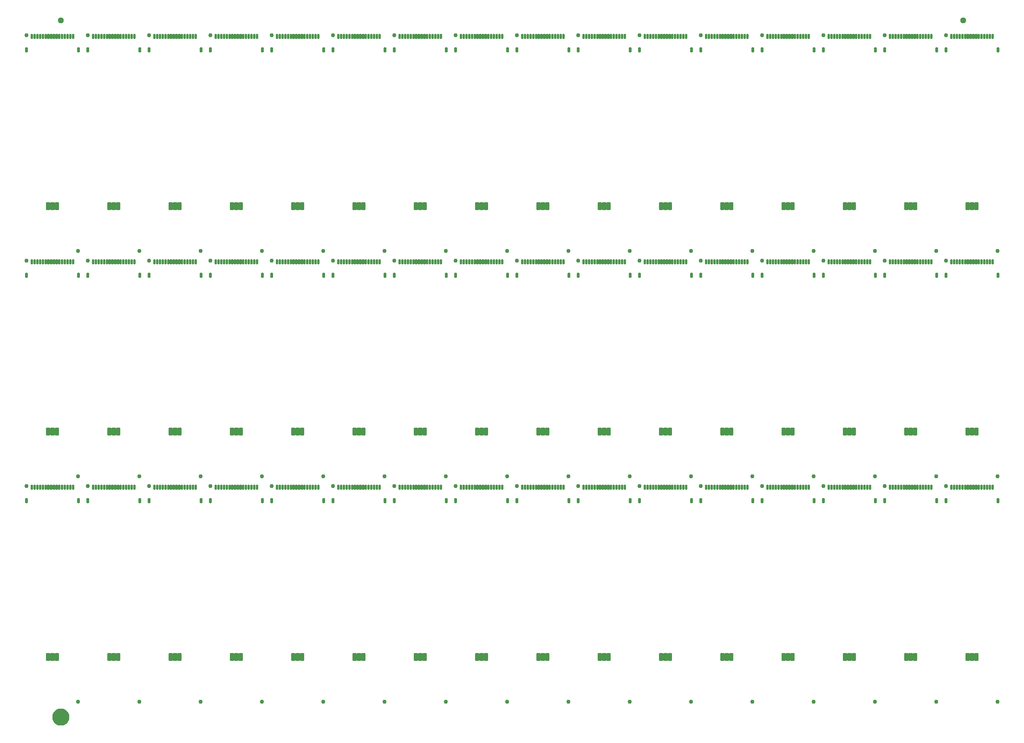
<source format=gbs>
G04 EAGLE Gerber RS-274X export*
G75*
%MOMM*%
%FSLAX34Y34*%
%LPD*%
%INSoldermask Bottom*%
%IPPOS*%
%AMOC8*
5,1,8,0,0,1.08239X$1,22.5*%
G01*
%ADD10C,0.762000*%
%ADD11C,0.230578*%
%ADD12C,0.226609*%
%ADD13C,0.228600*%
%ADD14C,1.127000*%
%ADD15C,1.270000*%
%ADD16C,1.627000*%


D10*
X6350Y400050D03*
X100330Y6350D03*
D11*
X91822Y402427D02*
X89858Y402427D01*
X91822Y402427D02*
X91822Y395463D01*
X89858Y395463D01*
X89858Y402427D01*
X89858Y397654D02*
X91822Y397654D01*
X91822Y399845D02*
X89858Y399845D01*
X89858Y402036D02*
X91822Y402036D01*
X86822Y402427D02*
X84858Y402427D01*
X86822Y402427D02*
X86822Y395463D01*
X84858Y395463D01*
X84858Y402427D01*
X84858Y397654D02*
X86822Y397654D01*
X86822Y399845D02*
X84858Y399845D01*
X84858Y402036D02*
X86822Y402036D01*
D12*
X99338Y377447D02*
X102342Y377447D01*
X102342Y370443D01*
X99338Y370443D01*
X99338Y377447D01*
X99338Y372596D02*
X102342Y372596D01*
X102342Y374749D02*
X99338Y374749D01*
X99338Y376902D02*
X102342Y376902D01*
X7342Y377447D02*
X4338Y377447D01*
X7342Y377447D02*
X7342Y370443D01*
X4338Y370443D01*
X4338Y377447D01*
X4338Y372596D02*
X7342Y372596D01*
X7342Y374749D02*
X4338Y374749D01*
X4338Y376902D02*
X7342Y376902D01*
D11*
X79858Y402427D02*
X81822Y402427D01*
X81822Y395463D01*
X79858Y395463D01*
X79858Y402427D01*
X79858Y397654D02*
X81822Y397654D01*
X81822Y399845D02*
X79858Y399845D01*
X79858Y402036D02*
X81822Y402036D01*
X76822Y402427D02*
X74858Y402427D01*
X76822Y402427D02*
X76822Y395463D01*
X74858Y395463D01*
X74858Y402427D01*
X74858Y397654D02*
X76822Y397654D01*
X76822Y399845D02*
X74858Y399845D01*
X74858Y402036D02*
X76822Y402036D01*
X71822Y402427D02*
X69858Y402427D01*
X71822Y402427D02*
X71822Y395463D01*
X69858Y395463D01*
X69858Y402427D01*
X69858Y397654D02*
X71822Y397654D01*
X71822Y399845D02*
X69858Y399845D01*
X69858Y402036D02*
X71822Y402036D01*
X66822Y402427D02*
X64858Y402427D01*
X66822Y402427D02*
X66822Y395463D01*
X64858Y395463D01*
X64858Y402427D01*
X64858Y397654D02*
X66822Y397654D01*
X66822Y399845D02*
X64858Y399845D01*
X64858Y402036D02*
X66822Y402036D01*
X61822Y402427D02*
X59858Y402427D01*
X61822Y402427D02*
X61822Y395463D01*
X59858Y395463D01*
X59858Y402427D01*
X59858Y397654D02*
X61822Y397654D01*
X61822Y399845D02*
X59858Y399845D01*
X59858Y402036D02*
X61822Y402036D01*
X56822Y402427D02*
X54858Y402427D01*
X56822Y402427D02*
X56822Y395463D01*
X54858Y395463D01*
X54858Y402427D01*
X54858Y397654D02*
X56822Y397654D01*
X56822Y399845D02*
X54858Y399845D01*
X54858Y402036D02*
X56822Y402036D01*
X51822Y402427D02*
X49858Y402427D01*
X51822Y402427D02*
X51822Y395463D01*
X49858Y395463D01*
X49858Y402427D01*
X49858Y397654D02*
X51822Y397654D01*
X51822Y399845D02*
X49858Y399845D01*
X49858Y402036D02*
X51822Y402036D01*
X46822Y402427D02*
X44858Y402427D01*
X46822Y402427D02*
X46822Y395463D01*
X44858Y395463D01*
X44858Y402427D01*
X44858Y397654D02*
X46822Y397654D01*
X46822Y399845D02*
X44858Y399845D01*
X44858Y402036D02*
X46822Y402036D01*
X41822Y402427D02*
X39858Y402427D01*
X41822Y402427D02*
X41822Y395463D01*
X39858Y395463D01*
X39858Y402427D01*
X39858Y397654D02*
X41822Y397654D01*
X41822Y399845D02*
X39858Y399845D01*
X39858Y402036D02*
X41822Y402036D01*
X36822Y402427D02*
X34858Y402427D01*
X36822Y402427D02*
X36822Y395463D01*
X34858Y395463D01*
X34858Y402427D01*
X34858Y397654D02*
X36822Y397654D01*
X36822Y399845D02*
X34858Y399845D01*
X34858Y402036D02*
X36822Y402036D01*
X31822Y402427D02*
X29858Y402427D01*
X31822Y402427D02*
X31822Y395463D01*
X29858Y395463D01*
X29858Y402427D01*
X29858Y397654D02*
X31822Y397654D01*
X31822Y399845D02*
X29858Y399845D01*
X29858Y402036D02*
X31822Y402036D01*
X26822Y402427D02*
X24858Y402427D01*
X26822Y402427D02*
X26822Y395463D01*
X24858Y395463D01*
X24858Y402427D01*
X24858Y397654D02*
X26822Y397654D01*
X26822Y399845D02*
X24858Y399845D01*
X24858Y402036D02*
X26822Y402036D01*
X21822Y402427D02*
X19858Y402427D01*
X21822Y402427D02*
X21822Y395463D01*
X19858Y395463D01*
X19858Y402427D01*
X19858Y397654D02*
X21822Y397654D01*
X21822Y399845D02*
X19858Y399845D01*
X19858Y402036D02*
X21822Y402036D01*
X16822Y402427D02*
X14858Y402427D01*
X16822Y402427D02*
X16822Y395463D01*
X14858Y395463D01*
X14858Y402427D01*
X14858Y397654D02*
X16822Y397654D01*
X16822Y399845D02*
X14858Y399845D01*
X14858Y402036D02*
X16822Y402036D01*
D13*
X58801Y94742D02*
X64135Y94742D01*
X64135Y83058D01*
X58801Y83058D01*
X58801Y94742D01*
X58801Y85230D02*
X64135Y85230D01*
X64135Y87402D02*
X58801Y87402D01*
X58801Y89574D02*
X64135Y89574D01*
X64135Y91746D02*
X58801Y91746D01*
X58801Y93918D02*
X64135Y93918D01*
X56007Y94742D02*
X50673Y94742D01*
X56007Y94742D02*
X56007Y83058D01*
X50673Y83058D01*
X50673Y94742D01*
X50673Y85230D02*
X56007Y85230D01*
X56007Y87402D02*
X50673Y87402D01*
X50673Y89574D02*
X56007Y89574D01*
X56007Y91746D02*
X50673Y91746D01*
X50673Y93918D02*
X56007Y93918D01*
X47879Y94742D02*
X42545Y94742D01*
X47879Y94742D02*
X47879Y83058D01*
X42545Y83058D01*
X42545Y94742D01*
X42545Y85230D02*
X47879Y85230D01*
X47879Y87402D02*
X42545Y87402D01*
X42545Y89574D02*
X47879Y89574D01*
X47879Y91746D02*
X42545Y91746D01*
X42545Y93918D02*
X47879Y93918D01*
D10*
X118110Y400050D03*
X212090Y6350D03*
D11*
X203582Y402427D02*
X201618Y402427D01*
X203582Y402427D02*
X203582Y395463D01*
X201618Y395463D01*
X201618Y402427D01*
X201618Y397654D02*
X203582Y397654D01*
X203582Y399845D02*
X201618Y399845D01*
X201618Y402036D02*
X203582Y402036D01*
X198582Y402427D02*
X196618Y402427D01*
X198582Y402427D02*
X198582Y395463D01*
X196618Y395463D01*
X196618Y402427D01*
X196618Y397654D02*
X198582Y397654D01*
X198582Y399845D02*
X196618Y399845D01*
X196618Y402036D02*
X198582Y402036D01*
D12*
X211098Y377447D02*
X214102Y377447D01*
X214102Y370443D01*
X211098Y370443D01*
X211098Y377447D01*
X211098Y372596D02*
X214102Y372596D01*
X214102Y374749D02*
X211098Y374749D01*
X211098Y376902D02*
X214102Y376902D01*
X119102Y377447D02*
X116098Y377447D01*
X119102Y377447D02*
X119102Y370443D01*
X116098Y370443D01*
X116098Y377447D01*
X116098Y372596D02*
X119102Y372596D01*
X119102Y374749D02*
X116098Y374749D01*
X116098Y376902D02*
X119102Y376902D01*
D11*
X191618Y402427D02*
X193582Y402427D01*
X193582Y395463D01*
X191618Y395463D01*
X191618Y402427D01*
X191618Y397654D02*
X193582Y397654D01*
X193582Y399845D02*
X191618Y399845D01*
X191618Y402036D02*
X193582Y402036D01*
X188582Y402427D02*
X186618Y402427D01*
X188582Y402427D02*
X188582Y395463D01*
X186618Y395463D01*
X186618Y402427D01*
X186618Y397654D02*
X188582Y397654D01*
X188582Y399845D02*
X186618Y399845D01*
X186618Y402036D02*
X188582Y402036D01*
X183582Y402427D02*
X181618Y402427D01*
X183582Y402427D02*
X183582Y395463D01*
X181618Y395463D01*
X181618Y402427D01*
X181618Y397654D02*
X183582Y397654D01*
X183582Y399845D02*
X181618Y399845D01*
X181618Y402036D02*
X183582Y402036D01*
X178582Y402427D02*
X176618Y402427D01*
X178582Y402427D02*
X178582Y395463D01*
X176618Y395463D01*
X176618Y402427D01*
X176618Y397654D02*
X178582Y397654D01*
X178582Y399845D02*
X176618Y399845D01*
X176618Y402036D02*
X178582Y402036D01*
X173582Y402427D02*
X171618Y402427D01*
X173582Y402427D02*
X173582Y395463D01*
X171618Y395463D01*
X171618Y402427D01*
X171618Y397654D02*
X173582Y397654D01*
X173582Y399845D02*
X171618Y399845D01*
X171618Y402036D02*
X173582Y402036D01*
X168582Y402427D02*
X166618Y402427D01*
X168582Y402427D02*
X168582Y395463D01*
X166618Y395463D01*
X166618Y402427D01*
X166618Y397654D02*
X168582Y397654D01*
X168582Y399845D02*
X166618Y399845D01*
X166618Y402036D02*
X168582Y402036D01*
X163582Y402427D02*
X161618Y402427D01*
X163582Y402427D02*
X163582Y395463D01*
X161618Y395463D01*
X161618Y402427D01*
X161618Y397654D02*
X163582Y397654D01*
X163582Y399845D02*
X161618Y399845D01*
X161618Y402036D02*
X163582Y402036D01*
X158582Y402427D02*
X156618Y402427D01*
X158582Y402427D02*
X158582Y395463D01*
X156618Y395463D01*
X156618Y402427D01*
X156618Y397654D02*
X158582Y397654D01*
X158582Y399845D02*
X156618Y399845D01*
X156618Y402036D02*
X158582Y402036D01*
X153582Y402427D02*
X151618Y402427D01*
X153582Y402427D02*
X153582Y395463D01*
X151618Y395463D01*
X151618Y402427D01*
X151618Y397654D02*
X153582Y397654D01*
X153582Y399845D02*
X151618Y399845D01*
X151618Y402036D02*
X153582Y402036D01*
X148582Y402427D02*
X146618Y402427D01*
X148582Y402427D02*
X148582Y395463D01*
X146618Y395463D01*
X146618Y402427D01*
X146618Y397654D02*
X148582Y397654D01*
X148582Y399845D02*
X146618Y399845D01*
X146618Y402036D02*
X148582Y402036D01*
X143582Y402427D02*
X141618Y402427D01*
X143582Y402427D02*
X143582Y395463D01*
X141618Y395463D01*
X141618Y402427D01*
X141618Y397654D02*
X143582Y397654D01*
X143582Y399845D02*
X141618Y399845D01*
X141618Y402036D02*
X143582Y402036D01*
X138582Y402427D02*
X136618Y402427D01*
X138582Y402427D02*
X138582Y395463D01*
X136618Y395463D01*
X136618Y402427D01*
X136618Y397654D02*
X138582Y397654D01*
X138582Y399845D02*
X136618Y399845D01*
X136618Y402036D02*
X138582Y402036D01*
X133582Y402427D02*
X131618Y402427D01*
X133582Y402427D02*
X133582Y395463D01*
X131618Y395463D01*
X131618Y402427D01*
X131618Y397654D02*
X133582Y397654D01*
X133582Y399845D02*
X131618Y399845D01*
X131618Y402036D02*
X133582Y402036D01*
X128582Y402427D02*
X126618Y402427D01*
X128582Y402427D02*
X128582Y395463D01*
X126618Y395463D01*
X126618Y402427D01*
X126618Y397654D02*
X128582Y397654D01*
X128582Y399845D02*
X126618Y399845D01*
X126618Y402036D02*
X128582Y402036D01*
D13*
X170561Y94742D02*
X175895Y94742D01*
X175895Y83058D01*
X170561Y83058D01*
X170561Y94742D01*
X170561Y85230D02*
X175895Y85230D01*
X175895Y87402D02*
X170561Y87402D01*
X170561Y89574D02*
X175895Y89574D01*
X175895Y91746D02*
X170561Y91746D01*
X170561Y93918D02*
X175895Y93918D01*
X167767Y94742D02*
X162433Y94742D01*
X167767Y94742D02*
X167767Y83058D01*
X162433Y83058D01*
X162433Y94742D01*
X162433Y85230D02*
X167767Y85230D01*
X167767Y87402D02*
X162433Y87402D01*
X162433Y89574D02*
X167767Y89574D01*
X167767Y91746D02*
X162433Y91746D01*
X162433Y93918D02*
X167767Y93918D01*
X159639Y94742D02*
X154305Y94742D01*
X159639Y94742D02*
X159639Y83058D01*
X154305Y83058D01*
X154305Y94742D01*
X154305Y85230D02*
X159639Y85230D01*
X159639Y87402D02*
X154305Y87402D01*
X154305Y89574D02*
X159639Y89574D01*
X159639Y91746D02*
X154305Y91746D01*
X154305Y93918D02*
X159639Y93918D01*
D10*
X229870Y400050D03*
X323850Y6350D03*
D11*
X315342Y402427D02*
X313378Y402427D01*
X315342Y402427D02*
X315342Y395463D01*
X313378Y395463D01*
X313378Y402427D01*
X313378Y397654D02*
X315342Y397654D01*
X315342Y399845D02*
X313378Y399845D01*
X313378Y402036D02*
X315342Y402036D01*
X310342Y402427D02*
X308378Y402427D01*
X310342Y402427D02*
X310342Y395463D01*
X308378Y395463D01*
X308378Y402427D01*
X308378Y397654D02*
X310342Y397654D01*
X310342Y399845D02*
X308378Y399845D01*
X308378Y402036D02*
X310342Y402036D01*
D12*
X322858Y377447D02*
X325862Y377447D01*
X325862Y370443D01*
X322858Y370443D01*
X322858Y377447D01*
X322858Y372596D02*
X325862Y372596D01*
X325862Y374749D02*
X322858Y374749D01*
X322858Y376902D02*
X325862Y376902D01*
X230862Y377447D02*
X227858Y377447D01*
X230862Y377447D02*
X230862Y370443D01*
X227858Y370443D01*
X227858Y377447D01*
X227858Y372596D02*
X230862Y372596D01*
X230862Y374749D02*
X227858Y374749D01*
X227858Y376902D02*
X230862Y376902D01*
D11*
X303378Y402427D02*
X305342Y402427D01*
X305342Y395463D01*
X303378Y395463D01*
X303378Y402427D01*
X303378Y397654D02*
X305342Y397654D01*
X305342Y399845D02*
X303378Y399845D01*
X303378Y402036D02*
X305342Y402036D01*
X300342Y402427D02*
X298378Y402427D01*
X300342Y402427D02*
X300342Y395463D01*
X298378Y395463D01*
X298378Y402427D01*
X298378Y397654D02*
X300342Y397654D01*
X300342Y399845D02*
X298378Y399845D01*
X298378Y402036D02*
X300342Y402036D01*
X295342Y402427D02*
X293378Y402427D01*
X295342Y402427D02*
X295342Y395463D01*
X293378Y395463D01*
X293378Y402427D01*
X293378Y397654D02*
X295342Y397654D01*
X295342Y399845D02*
X293378Y399845D01*
X293378Y402036D02*
X295342Y402036D01*
X290342Y402427D02*
X288378Y402427D01*
X290342Y402427D02*
X290342Y395463D01*
X288378Y395463D01*
X288378Y402427D01*
X288378Y397654D02*
X290342Y397654D01*
X290342Y399845D02*
X288378Y399845D01*
X288378Y402036D02*
X290342Y402036D01*
X285342Y402427D02*
X283378Y402427D01*
X285342Y402427D02*
X285342Y395463D01*
X283378Y395463D01*
X283378Y402427D01*
X283378Y397654D02*
X285342Y397654D01*
X285342Y399845D02*
X283378Y399845D01*
X283378Y402036D02*
X285342Y402036D01*
X280342Y402427D02*
X278378Y402427D01*
X280342Y402427D02*
X280342Y395463D01*
X278378Y395463D01*
X278378Y402427D01*
X278378Y397654D02*
X280342Y397654D01*
X280342Y399845D02*
X278378Y399845D01*
X278378Y402036D02*
X280342Y402036D01*
X275342Y402427D02*
X273378Y402427D01*
X275342Y402427D02*
X275342Y395463D01*
X273378Y395463D01*
X273378Y402427D01*
X273378Y397654D02*
X275342Y397654D01*
X275342Y399845D02*
X273378Y399845D01*
X273378Y402036D02*
X275342Y402036D01*
X270342Y402427D02*
X268378Y402427D01*
X270342Y402427D02*
X270342Y395463D01*
X268378Y395463D01*
X268378Y402427D01*
X268378Y397654D02*
X270342Y397654D01*
X270342Y399845D02*
X268378Y399845D01*
X268378Y402036D02*
X270342Y402036D01*
X265342Y402427D02*
X263378Y402427D01*
X265342Y402427D02*
X265342Y395463D01*
X263378Y395463D01*
X263378Y402427D01*
X263378Y397654D02*
X265342Y397654D01*
X265342Y399845D02*
X263378Y399845D01*
X263378Y402036D02*
X265342Y402036D01*
X260342Y402427D02*
X258378Y402427D01*
X260342Y402427D02*
X260342Y395463D01*
X258378Y395463D01*
X258378Y402427D01*
X258378Y397654D02*
X260342Y397654D01*
X260342Y399845D02*
X258378Y399845D01*
X258378Y402036D02*
X260342Y402036D01*
X255342Y402427D02*
X253378Y402427D01*
X255342Y402427D02*
X255342Y395463D01*
X253378Y395463D01*
X253378Y402427D01*
X253378Y397654D02*
X255342Y397654D01*
X255342Y399845D02*
X253378Y399845D01*
X253378Y402036D02*
X255342Y402036D01*
X250342Y402427D02*
X248378Y402427D01*
X250342Y402427D02*
X250342Y395463D01*
X248378Y395463D01*
X248378Y402427D01*
X248378Y397654D02*
X250342Y397654D01*
X250342Y399845D02*
X248378Y399845D01*
X248378Y402036D02*
X250342Y402036D01*
X245342Y402427D02*
X243378Y402427D01*
X245342Y402427D02*
X245342Y395463D01*
X243378Y395463D01*
X243378Y402427D01*
X243378Y397654D02*
X245342Y397654D01*
X245342Y399845D02*
X243378Y399845D01*
X243378Y402036D02*
X245342Y402036D01*
X240342Y402427D02*
X238378Y402427D01*
X240342Y402427D02*
X240342Y395463D01*
X238378Y395463D01*
X238378Y402427D01*
X238378Y397654D02*
X240342Y397654D01*
X240342Y399845D02*
X238378Y399845D01*
X238378Y402036D02*
X240342Y402036D01*
D13*
X282321Y94742D02*
X287655Y94742D01*
X287655Y83058D01*
X282321Y83058D01*
X282321Y94742D01*
X282321Y85230D02*
X287655Y85230D01*
X287655Y87402D02*
X282321Y87402D01*
X282321Y89574D02*
X287655Y89574D01*
X287655Y91746D02*
X282321Y91746D01*
X282321Y93918D02*
X287655Y93918D01*
X279527Y94742D02*
X274193Y94742D01*
X279527Y94742D02*
X279527Y83058D01*
X274193Y83058D01*
X274193Y94742D01*
X274193Y85230D02*
X279527Y85230D01*
X279527Y87402D02*
X274193Y87402D01*
X274193Y89574D02*
X279527Y89574D01*
X279527Y91746D02*
X274193Y91746D01*
X274193Y93918D02*
X279527Y93918D01*
X271399Y94742D02*
X266065Y94742D01*
X271399Y94742D02*
X271399Y83058D01*
X266065Y83058D01*
X266065Y94742D01*
X266065Y85230D02*
X271399Y85230D01*
X271399Y87402D02*
X266065Y87402D01*
X266065Y89574D02*
X271399Y89574D01*
X271399Y91746D02*
X266065Y91746D01*
X266065Y93918D02*
X271399Y93918D01*
D10*
X341630Y400050D03*
X435610Y6350D03*
D11*
X427102Y402427D02*
X425138Y402427D01*
X427102Y402427D02*
X427102Y395463D01*
X425138Y395463D01*
X425138Y402427D01*
X425138Y397654D02*
X427102Y397654D01*
X427102Y399845D02*
X425138Y399845D01*
X425138Y402036D02*
X427102Y402036D01*
X422102Y402427D02*
X420138Y402427D01*
X422102Y402427D02*
X422102Y395463D01*
X420138Y395463D01*
X420138Y402427D01*
X420138Y397654D02*
X422102Y397654D01*
X422102Y399845D02*
X420138Y399845D01*
X420138Y402036D02*
X422102Y402036D01*
D12*
X434618Y377447D02*
X437622Y377447D01*
X437622Y370443D01*
X434618Y370443D01*
X434618Y377447D01*
X434618Y372596D02*
X437622Y372596D01*
X437622Y374749D02*
X434618Y374749D01*
X434618Y376902D02*
X437622Y376902D01*
X342622Y377447D02*
X339618Y377447D01*
X342622Y377447D02*
X342622Y370443D01*
X339618Y370443D01*
X339618Y377447D01*
X339618Y372596D02*
X342622Y372596D01*
X342622Y374749D02*
X339618Y374749D01*
X339618Y376902D02*
X342622Y376902D01*
D11*
X415138Y402427D02*
X417102Y402427D01*
X417102Y395463D01*
X415138Y395463D01*
X415138Y402427D01*
X415138Y397654D02*
X417102Y397654D01*
X417102Y399845D02*
X415138Y399845D01*
X415138Y402036D02*
X417102Y402036D01*
X412102Y402427D02*
X410138Y402427D01*
X412102Y402427D02*
X412102Y395463D01*
X410138Y395463D01*
X410138Y402427D01*
X410138Y397654D02*
X412102Y397654D01*
X412102Y399845D02*
X410138Y399845D01*
X410138Y402036D02*
X412102Y402036D01*
X407102Y402427D02*
X405138Y402427D01*
X407102Y402427D02*
X407102Y395463D01*
X405138Y395463D01*
X405138Y402427D01*
X405138Y397654D02*
X407102Y397654D01*
X407102Y399845D02*
X405138Y399845D01*
X405138Y402036D02*
X407102Y402036D01*
X402102Y402427D02*
X400138Y402427D01*
X402102Y402427D02*
X402102Y395463D01*
X400138Y395463D01*
X400138Y402427D01*
X400138Y397654D02*
X402102Y397654D01*
X402102Y399845D02*
X400138Y399845D01*
X400138Y402036D02*
X402102Y402036D01*
X397102Y402427D02*
X395138Y402427D01*
X397102Y402427D02*
X397102Y395463D01*
X395138Y395463D01*
X395138Y402427D01*
X395138Y397654D02*
X397102Y397654D01*
X397102Y399845D02*
X395138Y399845D01*
X395138Y402036D02*
X397102Y402036D01*
X392102Y402427D02*
X390138Y402427D01*
X392102Y402427D02*
X392102Y395463D01*
X390138Y395463D01*
X390138Y402427D01*
X390138Y397654D02*
X392102Y397654D01*
X392102Y399845D02*
X390138Y399845D01*
X390138Y402036D02*
X392102Y402036D01*
X387102Y402427D02*
X385138Y402427D01*
X387102Y402427D02*
X387102Y395463D01*
X385138Y395463D01*
X385138Y402427D01*
X385138Y397654D02*
X387102Y397654D01*
X387102Y399845D02*
X385138Y399845D01*
X385138Y402036D02*
X387102Y402036D01*
X382102Y402427D02*
X380138Y402427D01*
X382102Y402427D02*
X382102Y395463D01*
X380138Y395463D01*
X380138Y402427D01*
X380138Y397654D02*
X382102Y397654D01*
X382102Y399845D02*
X380138Y399845D01*
X380138Y402036D02*
X382102Y402036D01*
X377102Y402427D02*
X375138Y402427D01*
X377102Y402427D02*
X377102Y395463D01*
X375138Y395463D01*
X375138Y402427D01*
X375138Y397654D02*
X377102Y397654D01*
X377102Y399845D02*
X375138Y399845D01*
X375138Y402036D02*
X377102Y402036D01*
X372102Y402427D02*
X370138Y402427D01*
X372102Y402427D02*
X372102Y395463D01*
X370138Y395463D01*
X370138Y402427D01*
X370138Y397654D02*
X372102Y397654D01*
X372102Y399845D02*
X370138Y399845D01*
X370138Y402036D02*
X372102Y402036D01*
X367102Y402427D02*
X365138Y402427D01*
X367102Y402427D02*
X367102Y395463D01*
X365138Y395463D01*
X365138Y402427D01*
X365138Y397654D02*
X367102Y397654D01*
X367102Y399845D02*
X365138Y399845D01*
X365138Y402036D02*
X367102Y402036D01*
X362102Y402427D02*
X360138Y402427D01*
X362102Y402427D02*
X362102Y395463D01*
X360138Y395463D01*
X360138Y402427D01*
X360138Y397654D02*
X362102Y397654D01*
X362102Y399845D02*
X360138Y399845D01*
X360138Y402036D02*
X362102Y402036D01*
X357102Y402427D02*
X355138Y402427D01*
X357102Y402427D02*
X357102Y395463D01*
X355138Y395463D01*
X355138Y402427D01*
X355138Y397654D02*
X357102Y397654D01*
X357102Y399845D02*
X355138Y399845D01*
X355138Y402036D02*
X357102Y402036D01*
X352102Y402427D02*
X350138Y402427D01*
X352102Y402427D02*
X352102Y395463D01*
X350138Y395463D01*
X350138Y402427D01*
X350138Y397654D02*
X352102Y397654D01*
X352102Y399845D02*
X350138Y399845D01*
X350138Y402036D02*
X352102Y402036D01*
D13*
X394081Y94742D02*
X399415Y94742D01*
X399415Y83058D01*
X394081Y83058D01*
X394081Y94742D01*
X394081Y85230D02*
X399415Y85230D01*
X399415Y87402D02*
X394081Y87402D01*
X394081Y89574D02*
X399415Y89574D01*
X399415Y91746D02*
X394081Y91746D01*
X394081Y93918D02*
X399415Y93918D01*
X391287Y94742D02*
X385953Y94742D01*
X391287Y94742D02*
X391287Y83058D01*
X385953Y83058D01*
X385953Y94742D01*
X385953Y85230D02*
X391287Y85230D01*
X391287Y87402D02*
X385953Y87402D01*
X385953Y89574D02*
X391287Y89574D01*
X391287Y91746D02*
X385953Y91746D01*
X385953Y93918D02*
X391287Y93918D01*
X383159Y94742D02*
X377825Y94742D01*
X383159Y94742D02*
X383159Y83058D01*
X377825Y83058D01*
X377825Y94742D01*
X377825Y85230D02*
X383159Y85230D01*
X383159Y87402D02*
X377825Y87402D01*
X377825Y89574D02*
X383159Y89574D01*
X383159Y91746D02*
X377825Y91746D01*
X377825Y93918D02*
X383159Y93918D01*
D10*
X453390Y400050D03*
X547370Y6350D03*
D11*
X538862Y402427D02*
X536898Y402427D01*
X538862Y402427D02*
X538862Y395463D01*
X536898Y395463D01*
X536898Y402427D01*
X536898Y397654D02*
X538862Y397654D01*
X538862Y399845D02*
X536898Y399845D01*
X536898Y402036D02*
X538862Y402036D01*
X533862Y402427D02*
X531898Y402427D01*
X533862Y402427D02*
X533862Y395463D01*
X531898Y395463D01*
X531898Y402427D01*
X531898Y397654D02*
X533862Y397654D01*
X533862Y399845D02*
X531898Y399845D01*
X531898Y402036D02*
X533862Y402036D01*
D12*
X546378Y377447D02*
X549382Y377447D01*
X549382Y370443D01*
X546378Y370443D01*
X546378Y377447D01*
X546378Y372596D02*
X549382Y372596D01*
X549382Y374749D02*
X546378Y374749D01*
X546378Y376902D02*
X549382Y376902D01*
X454382Y377447D02*
X451378Y377447D01*
X454382Y377447D02*
X454382Y370443D01*
X451378Y370443D01*
X451378Y377447D01*
X451378Y372596D02*
X454382Y372596D01*
X454382Y374749D02*
X451378Y374749D01*
X451378Y376902D02*
X454382Y376902D01*
D11*
X526898Y402427D02*
X528862Y402427D01*
X528862Y395463D01*
X526898Y395463D01*
X526898Y402427D01*
X526898Y397654D02*
X528862Y397654D01*
X528862Y399845D02*
X526898Y399845D01*
X526898Y402036D02*
X528862Y402036D01*
X523862Y402427D02*
X521898Y402427D01*
X523862Y402427D02*
X523862Y395463D01*
X521898Y395463D01*
X521898Y402427D01*
X521898Y397654D02*
X523862Y397654D01*
X523862Y399845D02*
X521898Y399845D01*
X521898Y402036D02*
X523862Y402036D01*
X518862Y402427D02*
X516898Y402427D01*
X518862Y402427D02*
X518862Y395463D01*
X516898Y395463D01*
X516898Y402427D01*
X516898Y397654D02*
X518862Y397654D01*
X518862Y399845D02*
X516898Y399845D01*
X516898Y402036D02*
X518862Y402036D01*
X513862Y402427D02*
X511898Y402427D01*
X513862Y402427D02*
X513862Y395463D01*
X511898Y395463D01*
X511898Y402427D01*
X511898Y397654D02*
X513862Y397654D01*
X513862Y399845D02*
X511898Y399845D01*
X511898Y402036D02*
X513862Y402036D01*
X508862Y402427D02*
X506898Y402427D01*
X508862Y402427D02*
X508862Y395463D01*
X506898Y395463D01*
X506898Y402427D01*
X506898Y397654D02*
X508862Y397654D01*
X508862Y399845D02*
X506898Y399845D01*
X506898Y402036D02*
X508862Y402036D01*
X503862Y402427D02*
X501898Y402427D01*
X503862Y402427D02*
X503862Y395463D01*
X501898Y395463D01*
X501898Y402427D01*
X501898Y397654D02*
X503862Y397654D01*
X503862Y399845D02*
X501898Y399845D01*
X501898Y402036D02*
X503862Y402036D01*
X498862Y402427D02*
X496898Y402427D01*
X498862Y402427D02*
X498862Y395463D01*
X496898Y395463D01*
X496898Y402427D01*
X496898Y397654D02*
X498862Y397654D01*
X498862Y399845D02*
X496898Y399845D01*
X496898Y402036D02*
X498862Y402036D01*
X493862Y402427D02*
X491898Y402427D01*
X493862Y402427D02*
X493862Y395463D01*
X491898Y395463D01*
X491898Y402427D01*
X491898Y397654D02*
X493862Y397654D01*
X493862Y399845D02*
X491898Y399845D01*
X491898Y402036D02*
X493862Y402036D01*
X488862Y402427D02*
X486898Y402427D01*
X488862Y402427D02*
X488862Y395463D01*
X486898Y395463D01*
X486898Y402427D01*
X486898Y397654D02*
X488862Y397654D01*
X488862Y399845D02*
X486898Y399845D01*
X486898Y402036D02*
X488862Y402036D01*
X483862Y402427D02*
X481898Y402427D01*
X483862Y402427D02*
X483862Y395463D01*
X481898Y395463D01*
X481898Y402427D01*
X481898Y397654D02*
X483862Y397654D01*
X483862Y399845D02*
X481898Y399845D01*
X481898Y402036D02*
X483862Y402036D01*
X478862Y402427D02*
X476898Y402427D01*
X478862Y402427D02*
X478862Y395463D01*
X476898Y395463D01*
X476898Y402427D01*
X476898Y397654D02*
X478862Y397654D01*
X478862Y399845D02*
X476898Y399845D01*
X476898Y402036D02*
X478862Y402036D01*
X473862Y402427D02*
X471898Y402427D01*
X473862Y402427D02*
X473862Y395463D01*
X471898Y395463D01*
X471898Y402427D01*
X471898Y397654D02*
X473862Y397654D01*
X473862Y399845D02*
X471898Y399845D01*
X471898Y402036D02*
X473862Y402036D01*
X468862Y402427D02*
X466898Y402427D01*
X468862Y402427D02*
X468862Y395463D01*
X466898Y395463D01*
X466898Y402427D01*
X466898Y397654D02*
X468862Y397654D01*
X468862Y399845D02*
X466898Y399845D01*
X466898Y402036D02*
X468862Y402036D01*
X463862Y402427D02*
X461898Y402427D01*
X463862Y402427D02*
X463862Y395463D01*
X461898Y395463D01*
X461898Y402427D01*
X461898Y397654D02*
X463862Y397654D01*
X463862Y399845D02*
X461898Y399845D01*
X461898Y402036D02*
X463862Y402036D01*
D13*
X505841Y94742D02*
X511175Y94742D01*
X511175Y83058D01*
X505841Y83058D01*
X505841Y94742D01*
X505841Y85230D02*
X511175Y85230D01*
X511175Y87402D02*
X505841Y87402D01*
X505841Y89574D02*
X511175Y89574D01*
X511175Y91746D02*
X505841Y91746D01*
X505841Y93918D02*
X511175Y93918D01*
X503047Y94742D02*
X497713Y94742D01*
X503047Y94742D02*
X503047Y83058D01*
X497713Y83058D01*
X497713Y94742D01*
X497713Y85230D02*
X503047Y85230D01*
X503047Y87402D02*
X497713Y87402D01*
X497713Y89574D02*
X503047Y89574D01*
X503047Y91746D02*
X497713Y91746D01*
X497713Y93918D02*
X503047Y93918D01*
X494919Y94742D02*
X489585Y94742D01*
X494919Y94742D02*
X494919Y83058D01*
X489585Y83058D01*
X489585Y94742D01*
X489585Y85230D02*
X494919Y85230D01*
X494919Y87402D02*
X489585Y87402D01*
X489585Y89574D02*
X494919Y89574D01*
X494919Y91746D02*
X489585Y91746D01*
X489585Y93918D02*
X494919Y93918D01*
D10*
X565150Y400050D03*
X659130Y6350D03*
D11*
X650622Y402427D02*
X648658Y402427D01*
X650622Y402427D02*
X650622Y395463D01*
X648658Y395463D01*
X648658Y402427D01*
X648658Y397654D02*
X650622Y397654D01*
X650622Y399845D02*
X648658Y399845D01*
X648658Y402036D02*
X650622Y402036D01*
X645622Y402427D02*
X643658Y402427D01*
X645622Y402427D02*
X645622Y395463D01*
X643658Y395463D01*
X643658Y402427D01*
X643658Y397654D02*
X645622Y397654D01*
X645622Y399845D02*
X643658Y399845D01*
X643658Y402036D02*
X645622Y402036D01*
D12*
X658138Y377447D02*
X661142Y377447D01*
X661142Y370443D01*
X658138Y370443D01*
X658138Y377447D01*
X658138Y372596D02*
X661142Y372596D01*
X661142Y374749D02*
X658138Y374749D01*
X658138Y376902D02*
X661142Y376902D01*
X566142Y377447D02*
X563138Y377447D01*
X566142Y377447D02*
X566142Y370443D01*
X563138Y370443D01*
X563138Y377447D01*
X563138Y372596D02*
X566142Y372596D01*
X566142Y374749D02*
X563138Y374749D01*
X563138Y376902D02*
X566142Y376902D01*
D11*
X638658Y402427D02*
X640622Y402427D01*
X640622Y395463D01*
X638658Y395463D01*
X638658Y402427D01*
X638658Y397654D02*
X640622Y397654D01*
X640622Y399845D02*
X638658Y399845D01*
X638658Y402036D02*
X640622Y402036D01*
X635622Y402427D02*
X633658Y402427D01*
X635622Y402427D02*
X635622Y395463D01*
X633658Y395463D01*
X633658Y402427D01*
X633658Y397654D02*
X635622Y397654D01*
X635622Y399845D02*
X633658Y399845D01*
X633658Y402036D02*
X635622Y402036D01*
X630622Y402427D02*
X628658Y402427D01*
X630622Y402427D02*
X630622Y395463D01*
X628658Y395463D01*
X628658Y402427D01*
X628658Y397654D02*
X630622Y397654D01*
X630622Y399845D02*
X628658Y399845D01*
X628658Y402036D02*
X630622Y402036D01*
X625622Y402427D02*
X623658Y402427D01*
X625622Y402427D02*
X625622Y395463D01*
X623658Y395463D01*
X623658Y402427D01*
X623658Y397654D02*
X625622Y397654D01*
X625622Y399845D02*
X623658Y399845D01*
X623658Y402036D02*
X625622Y402036D01*
X620622Y402427D02*
X618658Y402427D01*
X620622Y402427D02*
X620622Y395463D01*
X618658Y395463D01*
X618658Y402427D01*
X618658Y397654D02*
X620622Y397654D01*
X620622Y399845D02*
X618658Y399845D01*
X618658Y402036D02*
X620622Y402036D01*
X615622Y402427D02*
X613658Y402427D01*
X615622Y402427D02*
X615622Y395463D01*
X613658Y395463D01*
X613658Y402427D01*
X613658Y397654D02*
X615622Y397654D01*
X615622Y399845D02*
X613658Y399845D01*
X613658Y402036D02*
X615622Y402036D01*
X610622Y402427D02*
X608658Y402427D01*
X610622Y402427D02*
X610622Y395463D01*
X608658Y395463D01*
X608658Y402427D01*
X608658Y397654D02*
X610622Y397654D01*
X610622Y399845D02*
X608658Y399845D01*
X608658Y402036D02*
X610622Y402036D01*
X605622Y402427D02*
X603658Y402427D01*
X605622Y402427D02*
X605622Y395463D01*
X603658Y395463D01*
X603658Y402427D01*
X603658Y397654D02*
X605622Y397654D01*
X605622Y399845D02*
X603658Y399845D01*
X603658Y402036D02*
X605622Y402036D01*
X600622Y402427D02*
X598658Y402427D01*
X600622Y402427D02*
X600622Y395463D01*
X598658Y395463D01*
X598658Y402427D01*
X598658Y397654D02*
X600622Y397654D01*
X600622Y399845D02*
X598658Y399845D01*
X598658Y402036D02*
X600622Y402036D01*
X595622Y402427D02*
X593658Y402427D01*
X595622Y402427D02*
X595622Y395463D01*
X593658Y395463D01*
X593658Y402427D01*
X593658Y397654D02*
X595622Y397654D01*
X595622Y399845D02*
X593658Y399845D01*
X593658Y402036D02*
X595622Y402036D01*
X590622Y402427D02*
X588658Y402427D01*
X590622Y402427D02*
X590622Y395463D01*
X588658Y395463D01*
X588658Y402427D01*
X588658Y397654D02*
X590622Y397654D01*
X590622Y399845D02*
X588658Y399845D01*
X588658Y402036D02*
X590622Y402036D01*
X585622Y402427D02*
X583658Y402427D01*
X585622Y402427D02*
X585622Y395463D01*
X583658Y395463D01*
X583658Y402427D01*
X583658Y397654D02*
X585622Y397654D01*
X585622Y399845D02*
X583658Y399845D01*
X583658Y402036D02*
X585622Y402036D01*
X580622Y402427D02*
X578658Y402427D01*
X580622Y402427D02*
X580622Y395463D01*
X578658Y395463D01*
X578658Y402427D01*
X578658Y397654D02*
X580622Y397654D01*
X580622Y399845D02*
X578658Y399845D01*
X578658Y402036D02*
X580622Y402036D01*
X575622Y402427D02*
X573658Y402427D01*
X575622Y402427D02*
X575622Y395463D01*
X573658Y395463D01*
X573658Y402427D01*
X573658Y397654D02*
X575622Y397654D01*
X575622Y399845D02*
X573658Y399845D01*
X573658Y402036D02*
X575622Y402036D01*
D13*
X617601Y94742D02*
X622935Y94742D01*
X622935Y83058D01*
X617601Y83058D01*
X617601Y94742D01*
X617601Y85230D02*
X622935Y85230D01*
X622935Y87402D02*
X617601Y87402D01*
X617601Y89574D02*
X622935Y89574D01*
X622935Y91746D02*
X617601Y91746D01*
X617601Y93918D02*
X622935Y93918D01*
X614807Y94742D02*
X609473Y94742D01*
X614807Y94742D02*
X614807Y83058D01*
X609473Y83058D01*
X609473Y94742D01*
X609473Y85230D02*
X614807Y85230D01*
X614807Y87402D02*
X609473Y87402D01*
X609473Y89574D02*
X614807Y89574D01*
X614807Y91746D02*
X609473Y91746D01*
X609473Y93918D02*
X614807Y93918D01*
X606679Y94742D02*
X601345Y94742D01*
X606679Y94742D02*
X606679Y83058D01*
X601345Y83058D01*
X601345Y94742D01*
X601345Y85230D02*
X606679Y85230D01*
X606679Y87402D02*
X601345Y87402D01*
X601345Y89574D02*
X606679Y89574D01*
X606679Y91746D02*
X601345Y91746D01*
X601345Y93918D02*
X606679Y93918D01*
D10*
X676910Y400050D03*
X770890Y6350D03*
D11*
X762382Y402427D02*
X760418Y402427D01*
X762382Y402427D02*
X762382Y395463D01*
X760418Y395463D01*
X760418Y402427D01*
X760418Y397654D02*
X762382Y397654D01*
X762382Y399845D02*
X760418Y399845D01*
X760418Y402036D02*
X762382Y402036D01*
X757382Y402427D02*
X755418Y402427D01*
X757382Y402427D02*
X757382Y395463D01*
X755418Y395463D01*
X755418Y402427D01*
X755418Y397654D02*
X757382Y397654D01*
X757382Y399845D02*
X755418Y399845D01*
X755418Y402036D02*
X757382Y402036D01*
D12*
X769898Y377447D02*
X772902Y377447D01*
X772902Y370443D01*
X769898Y370443D01*
X769898Y377447D01*
X769898Y372596D02*
X772902Y372596D01*
X772902Y374749D02*
X769898Y374749D01*
X769898Y376902D02*
X772902Y376902D01*
X677902Y377447D02*
X674898Y377447D01*
X677902Y377447D02*
X677902Y370443D01*
X674898Y370443D01*
X674898Y377447D01*
X674898Y372596D02*
X677902Y372596D01*
X677902Y374749D02*
X674898Y374749D01*
X674898Y376902D02*
X677902Y376902D01*
D11*
X750418Y402427D02*
X752382Y402427D01*
X752382Y395463D01*
X750418Y395463D01*
X750418Y402427D01*
X750418Y397654D02*
X752382Y397654D01*
X752382Y399845D02*
X750418Y399845D01*
X750418Y402036D02*
X752382Y402036D01*
X747382Y402427D02*
X745418Y402427D01*
X747382Y402427D02*
X747382Y395463D01*
X745418Y395463D01*
X745418Y402427D01*
X745418Y397654D02*
X747382Y397654D01*
X747382Y399845D02*
X745418Y399845D01*
X745418Y402036D02*
X747382Y402036D01*
X742382Y402427D02*
X740418Y402427D01*
X742382Y402427D02*
X742382Y395463D01*
X740418Y395463D01*
X740418Y402427D01*
X740418Y397654D02*
X742382Y397654D01*
X742382Y399845D02*
X740418Y399845D01*
X740418Y402036D02*
X742382Y402036D01*
X737382Y402427D02*
X735418Y402427D01*
X737382Y402427D02*
X737382Y395463D01*
X735418Y395463D01*
X735418Y402427D01*
X735418Y397654D02*
X737382Y397654D01*
X737382Y399845D02*
X735418Y399845D01*
X735418Y402036D02*
X737382Y402036D01*
X732382Y402427D02*
X730418Y402427D01*
X732382Y402427D02*
X732382Y395463D01*
X730418Y395463D01*
X730418Y402427D01*
X730418Y397654D02*
X732382Y397654D01*
X732382Y399845D02*
X730418Y399845D01*
X730418Y402036D02*
X732382Y402036D01*
X727382Y402427D02*
X725418Y402427D01*
X727382Y402427D02*
X727382Y395463D01*
X725418Y395463D01*
X725418Y402427D01*
X725418Y397654D02*
X727382Y397654D01*
X727382Y399845D02*
X725418Y399845D01*
X725418Y402036D02*
X727382Y402036D01*
X722382Y402427D02*
X720418Y402427D01*
X722382Y402427D02*
X722382Y395463D01*
X720418Y395463D01*
X720418Y402427D01*
X720418Y397654D02*
X722382Y397654D01*
X722382Y399845D02*
X720418Y399845D01*
X720418Y402036D02*
X722382Y402036D01*
X717382Y402427D02*
X715418Y402427D01*
X717382Y402427D02*
X717382Y395463D01*
X715418Y395463D01*
X715418Y402427D01*
X715418Y397654D02*
X717382Y397654D01*
X717382Y399845D02*
X715418Y399845D01*
X715418Y402036D02*
X717382Y402036D01*
X712382Y402427D02*
X710418Y402427D01*
X712382Y402427D02*
X712382Y395463D01*
X710418Y395463D01*
X710418Y402427D01*
X710418Y397654D02*
X712382Y397654D01*
X712382Y399845D02*
X710418Y399845D01*
X710418Y402036D02*
X712382Y402036D01*
X707382Y402427D02*
X705418Y402427D01*
X707382Y402427D02*
X707382Y395463D01*
X705418Y395463D01*
X705418Y402427D01*
X705418Y397654D02*
X707382Y397654D01*
X707382Y399845D02*
X705418Y399845D01*
X705418Y402036D02*
X707382Y402036D01*
X702382Y402427D02*
X700418Y402427D01*
X702382Y402427D02*
X702382Y395463D01*
X700418Y395463D01*
X700418Y402427D01*
X700418Y397654D02*
X702382Y397654D01*
X702382Y399845D02*
X700418Y399845D01*
X700418Y402036D02*
X702382Y402036D01*
X697382Y402427D02*
X695418Y402427D01*
X697382Y402427D02*
X697382Y395463D01*
X695418Y395463D01*
X695418Y402427D01*
X695418Y397654D02*
X697382Y397654D01*
X697382Y399845D02*
X695418Y399845D01*
X695418Y402036D02*
X697382Y402036D01*
X692382Y402427D02*
X690418Y402427D01*
X692382Y402427D02*
X692382Y395463D01*
X690418Y395463D01*
X690418Y402427D01*
X690418Y397654D02*
X692382Y397654D01*
X692382Y399845D02*
X690418Y399845D01*
X690418Y402036D02*
X692382Y402036D01*
X687382Y402427D02*
X685418Y402427D01*
X687382Y402427D02*
X687382Y395463D01*
X685418Y395463D01*
X685418Y402427D01*
X685418Y397654D02*
X687382Y397654D01*
X687382Y399845D02*
X685418Y399845D01*
X685418Y402036D02*
X687382Y402036D01*
D13*
X729361Y94742D02*
X734695Y94742D01*
X734695Y83058D01*
X729361Y83058D01*
X729361Y94742D01*
X729361Y85230D02*
X734695Y85230D01*
X734695Y87402D02*
X729361Y87402D01*
X729361Y89574D02*
X734695Y89574D01*
X734695Y91746D02*
X729361Y91746D01*
X729361Y93918D02*
X734695Y93918D01*
X726567Y94742D02*
X721233Y94742D01*
X726567Y94742D02*
X726567Y83058D01*
X721233Y83058D01*
X721233Y94742D01*
X721233Y85230D02*
X726567Y85230D01*
X726567Y87402D02*
X721233Y87402D01*
X721233Y89574D02*
X726567Y89574D01*
X726567Y91746D02*
X721233Y91746D01*
X721233Y93918D02*
X726567Y93918D01*
X718439Y94742D02*
X713105Y94742D01*
X718439Y94742D02*
X718439Y83058D01*
X713105Y83058D01*
X713105Y94742D01*
X713105Y85230D02*
X718439Y85230D01*
X718439Y87402D02*
X713105Y87402D01*
X713105Y89574D02*
X718439Y89574D01*
X718439Y91746D02*
X713105Y91746D01*
X713105Y93918D02*
X718439Y93918D01*
D10*
X788670Y400050D03*
X882650Y6350D03*
D11*
X874142Y402427D02*
X872178Y402427D01*
X874142Y402427D02*
X874142Y395463D01*
X872178Y395463D01*
X872178Y402427D01*
X872178Y397654D02*
X874142Y397654D01*
X874142Y399845D02*
X872178Y399845D01*
X872178Y402036D02*
X874142Y402036D01*
X869142Y402427D02*
X867178Y402427D01*
X869142Y402427D02*
X869142Y395463D01*
X867178Y395463D01*
X867178Y402427D01*
X867178Y397654D02*
X869142Y397654D01*
X869142Y399845D02*
X867178Y399845D01*
X867178Y402036D02*
X869142Y402036D01*
D12*
X881658Y377447D02*
X884662Y377447D01*
X884662Y370443D01*
X881658Y370443D01*
X881658Y377447D01*
X881658Y372596D02*
X884662Y372596D01*
X884662Y374749D02*
X881658Y374749D01*
X881658Y376902D02*
X884662Y376902D01*
X789662Y377447D02*
X786658Y377447D01*
X789662Y377447D02*
X789662Y370443D01*
X786658Y370443D01*
X786658Y377447D01*
X786658Y372596D02*
X789662Y372596D01*
X789662Y374749D02*
X786658Y374749D01*
X786658Y376902D02*
X789662Y376902D01*
D11*
X862178Y402427D02*
X864142Y402427D01*
X864142Y395463D01*
X862178Y395463D01*
X862178Y402427D01*
X862178Y397654D02*
X864142Y397654D01*
X864142Y399845D02*
X862178Y399845D01*
X862178Y402036D02*
X864142Y402036D01*
X859142Y402427D02*
X857178Y402427D01*
X859142Y402427D02*
X859142Y395463D01*
X857178Y395463D01*
X857178Y402427D01*
X857178Y397654D02*
X859142Y397654D01*
X859142Y399845D02*
X857178Y399845D01*
X857178Y402036D02*
X859142Y402036D01*
X854142Y402427D02*
X852178Y402427D01*
X854142Y402427D02*
X854142Y395463D01*
X852178Y395463D01*
X852178Y402427D01*
X852178Y397654D02*
X854142Y397654D01*
X854142Y399845D02*
X852178Y399845D01*
X852178Y402036D02*
X854142Y402036D01*
X849142Y402427D02*
X847178Y402427D01*
X849142Y402427D02*
X849142Y395463D01*
X847178Y395463D01*
X847178Y402427D01*
X847178Y397654D02*
X849142Y397654D01*
X849142Y399845D02*
X847178Y399845D01*
X847178Y402036D02*
X849142Y402036D01*
X844142Y402427D02*
X842178Y402427D01*
X844142Y402427D02*
X844142Y395463D01*
X842178Y395463D01*
X842178Y402427D01*
X842178Y397654D02*
X844142Y397654D01*
X844142Y399845D02*
X842178Y399845D01*
X842178Y402036D02*
X844142Y402036D01*
X839142Y402427D02*
X837178Y402427D01*
X839142Y402427D02*
X839142Y395463D01*
X837178Y395463D01*
X837178Y402427D01*
X837178Y397654D02*
X839142Y397654D01*
X839142Y399845D02*
X837178Y399845D01*
X837178Y402036D02*
X839142Y402036D01*
X834142Y402427D02*
X832178Y402427D01*
X834142Y402427D02*
X834142Y395463D01*
X832178Y395463D01*
X832178Y402427D01*
X832178Y397654D02*
X834142Y397654D01*
X834142Y399845D02*
X832178Y399845D01*
X832178Y402036D02*
X834142Y402036D01*
X829142Y402427D02*
X827178Y402427D01*
X829142Y402427D02*
X829142Y395463D01*
X827178Y395463D01*
X827178Y402427D01*
X827178Y397654D02*
X829142Y397654D01*
X829142Y399845D02*
X827178Y399845D01*
X827178Y402036D02*
X829142Y402036D01*
X824142Y402427D02*
X822178Y402427D01*
X824142Y402427D02*
X824142Y395463D01*
X822178Y395463D01*
X822178Y402427D01*
X822178Y397654D02*
X824142Y397654D01*
X824142Y399845D02*
X822178Y399845D01*
X822178Y402036D02*
X824142Y402036D01*
X819142Y402427D02*
X817178Y402427D01*
X819142Y402427D02*
X819142Y395463D01*
X817178Y395463D01*
X817178Y402427D01*
X817178Y397654D02*
X819142Y397654D01*
X819142Y399845D02*
X817178Y399845D01*
X817178Y402036D02*
X819142Y402036D01*
X814142Y402427D02*
X812178Y402427D01*
X814142Y402427D02*
X814142Y395463D01*
X812178Y395463D01*
X812178Y402427D01*
X812178Y397654D02*
X814142Y397654D01*
X814142Y399845D02*
X812178Y399845D01*
X812178Y402036D02*
X814142Y402036D01*
X809142Y402427D02*
X807178Y402427D01*
X809142Y402427D02*
X809142Y395463D01*
X807178Y395463D01*
X807178Y402427D01*
X807178Y397654D02*
X809142Y397654D01*
X809142Y399845D02*
X807178Y399845D01*
X807178Y402036D02*
X809142Y402036D01*
X804142Y402427D02*
X802178Y402427D01*
X804142Y402427D02*
X804142Y395463D01*
X802178Y395463D01*
X802178Y402427D01*
X802178Y397654D02*
X804142Y397654D01*
X804142Y399845D02*
X802178Y399845D01*
X802178Y402036D02*
X804142Y402036D01*
X799142Y402427D02*
X797178Y402427D01*
X799142Y402427D02*
X799142Y395463D01*
X797178Y395463D01*
X797178Y402427D01*
X797178Y397654D02*
X799142Y397654D01*
X799142Y399845D02*
X797178Y399845D01*
X797178Y402036D02*
X799142Y402036D01*
D13*
X841121Y94742D02*
X846455Y94742D01*
X846455Y83058D01*
X841121Y83058D01*
X841121Y94742D01*
X841121Y85230D02*
X846455Y85230D01*
X846455Y87402D02*
X841121Y87402D01*
X841121Y89574D02*
X846455Y89574D01*
X846455Y91746D02*
X841121Y91746D01*
X841121Y93918D02*
X846455Y93918D01*
X838327Y94742D02*
X832993Y94742D01*
X838327Y94742D02*
X838327Y83058D01*
X832993Y83058D01*
X832993Y94742D01*
X832993Y85230D02*
X838327Y85230D01*
X838327Y87402D02*
X832993Y87402D01*
X832993Y89574D02*
X838327Y89574D01*
X838327Y91746D02*
X832993Y91746D01*
X832993Y93918D02*
X838327Y93918D01*
X830199Y94742D02*
X824865Y94742D01*
X830199Y94742D02*
X830199Y83058D01*
X824865Y83058D01*
X824865Y94742D01*
X824865Y85230D02*
X830199Y85230D01*
X830199Y87402D02*
X824865Y87402D01*
X824865Y89574D02*
X830199Y89574D01*
X830199Y91746D02*
X824865Y91746D01*
X824865Y93918D02*
X830199Y93918D01*
D10*
X900430Y400050D03*
X994410Y6350D03*
D11*
X985902Y402427D02*
X983938Y402427D01*
X985902Y402427D02*
X985902Y395463D01*
X983938Y395463D01*
X983938Y402427D01*
X983938Y397654D02*
X985902Y397654D01*
X985902Y399845D02*
X983938Y399845D01*
X983938Y402036D02*
X985902Y402036D01*
X980902Y402427D02*
X978938Y402427D01*
X980902Y402427D02*
X980902Y395463D01*
X978938Y395463D01*
X978938Y402427D01*
X978938Y397654D02*
X980902Y397654D01*
X980902Y399845D02*
X978938Y399845D01*
X978938Y402036D02*
X980902Y402036D01*
D12*
X993418Y377447D02*
X996422Y377447D01*
X996422Y370443D01*
X993418Y370443D01*
X993418Y377447D01*
X993418Y372596D02*
X996422Y372596D01*
X996422Y374749D02*
X993418Y374749D01*
X993418Y376902D02*
X996422Y376902D01*
X901422Y377447D02*
X898418Y377447D01*
X901422Y377447D02*
X901422Y370443D01*
X898418Y370443D01*
X898418Y377447D01*
X898418Y372596D02*
X901422Y372596D01*
X901422Y374749D02*
X898418Y374749D01*
X898418Y376902D02*
X901422Y376902D01*
D11*
X973938Y402427D02*
X975902Y402427D01*
X975902Y395463D01*
X973938Y395463D01*
X973938Y402427D01*
X973938Y397654D02*
X975902Y397654D01*
X975902Y399845D02*
X973938Y399845D01*
X973938Y402036D02*
X975902Y402036D01*
X970902Y402427D02*
X968938Y402427D01*
X970902Y402427D02*
X970902Y395463D01*
X968938Y395463D01*
X968938Y402427D01*
X968938Y397654D02*
X970902Y397654D01*
X970902Y399845D02*
X968938Y399845D01*
X968938Y402036D02*
X970902Y402036D01*
X965902Y402427D02*
X963938Y402427D01*
X965902Y402427D02*
X965902Y395463D01*
X963938Y395463D01*
X963938Y402427D01*
X963938Y397654D02*
X965902Y397654D01*
X965902Y399845D02*
X963938Y399845D01*
X963938Y402036D02*
X965902Y402036D01*
X960902Y402427D02*
X958938Y402427D01*
X960902Y402427D02*
X960902Y395463D01*
X958938Y395463D01*
X958938Y402427D01*
X958938Y397654D02*
X960902Y397654D01*
X960902Y399845D02*
X958938Y399845D01*
X958938Y402036D02*
X960902Y402036D01*
X955902Y402427D02*
X953938Y402427D01*
X955902Y402427D02*
X955902Y395463D01*
X953938Y395463D01*
X953938Y402427D01*
X953938Y397654D02*
X955902Y397654D01*
X955902Y399845D02*
X953938Y399845D01*
X953938Y402036D02*
X955902Y402036D01*
X950902Y402427D02*
X948938Y402427D01*
X950902Y402427D02*
X950902Y395463D01*
X948938Y395463D01*
X948938Y402427D01*
X948938Y397654D02*
X950902Y397654D01*
X950902Y399845D02*
X948938Y399845D01*
X948938Y402036D02*
X950902Y402036D01*
X945902Y402427D02*
X943938Y402427D01*
X945902Y402427D02*
X945902Y395463D01*
X943938Y395463D01*
X943938Y402427D01*
X943938Y397654D02*
X945902Y397654D01*
X945902Y399845D02*
X943938Y399845D01*
X943938Y402036D02*
X945902Y402036D01*
X940902Y402427D02*
X938938Y402427D01*
X940902Y402427D02*
X940902Y395463D01*
X938938Y395463D01*
X938938Y402427D01*
X938938Y397654D02*
X940902Y397654D01*
X940902Y399845D02*
X938938Y399845D01*
X938938Y402036D02*
X940902Y402036D01*
X935902Y402427D02*
X933938Y402427D01*
X935902Y402427D02*
X935902Y395463D01*
X933938Y395463D01*
X933938Y402427D01*
X933938Y397654D02*
X935902Y397654D01*
X935902Y399845D02*
X933938Y399845D01*
X933938Y402036D02*
X935902Y402036D01*
X930902Y402427D02*
X928938Y402427D01*
X930902Y402427D02*
X930902Y395463D01*
X928938Y395463D01*
X928938Y402427D01*
X928938Y397654D02*
X930902Y397654D01*
X930902Y399845D02*
X928938Y399845D01*
X928938Y402036D02*
X930902Y402036D01*
X925902Y402427D02*
X923938Y402427D01*
X925902Y402427D02*
X925902Y395463D01*
X923938Y395463D01*
X923938Y402427D01*
X923938Y397654D02*
X925902Y397654D01*
X925902Y399845D02*
X923938Y399845D01*
X923938Y402036D02*
X925902Y402036D01*
X920902Y402427D02*
X918938Y402427D01*
X920902Y402427D02*
X920902Y395463D01*
X918938Y395463D01*
X918938Y402427D01*
X918938Y397654D02*
X920902Y397654D01*
X920902Y399845D02*
X918938Y399845D01*
X918938Y402036D02*
X920902Y402036D01*
X915902Y402427D02*
X913938Y402427D01*
X915902Y402427D02*
X915902Y395463D01*
X913938Y395463D01*
X913938Y402427D01*
X913938Y397654D02*
X915902Y397654D01*
X915902Y399845D02*
X913938Y399845D01*
X913938Y402036D02*
X915902Y402036D01*
X910902Y402427D02*
X908938Y402427D01*
X910902Y402427D02*
X910902Y395463D01*
X908938Y395463D01*
X908938Y402427D01*
X908938Y397654D02*
X910902Y397654D01*
X910902Y399845D02*
X908938Y399845D01*
X908938Y402036D02*
X910902Y402036D01*
D13*
X952881Y94742D02*
X958215Y94742D01*
X958215Y83058D01*
X952881Y83058D01*
X952881Y94742D01*
X952881Y85230D02*
X958215Y85230D01*
X958215Y87402D02*
X952881Y87402D01*
X952881Y89574D02*
X958215Y89574D01*
X958215Y91746D02*
X952881Y91746D01*
X952881Y93918D02*
X958215Y93918D01*
X950087Y94742D02*
X944753Y94742D01*
X950087Y94742D02*
X950087Y83058D01*
X944753Y83058D01*
X944753Y94742D01*
X944753Y85230D02*
X950087Y85230D01*
X950087Y87402D02*
X944753Y87402D01*
X944753Y89574D02*
X950087Y89574D01*
X950087Y91746D02*
X944753Y91746D01*
X944753Y93918D02*
X950087Y93918D01*
X941959Y94742D02*
X936625Y94742D01*
X941959Y94742D02*
X941959Y83058D01*
X936625Y83058D01*
X936625Y94742D01*
X936625Y85230D02*
X941959Y85230D01*
X941959Y87402D02*
X936625Y87402D01*
X936625Y89574D02*
X941959Y89574D01*
X941959Y91746D02*
X936625Y91746D01*
X936625Y93918D02*
X941959Y93918D01*
D10*
X1012190Y400050D03*
X1106170Y6350D03*
D11*
X1097662Y402427D02*
X1095698Y402427D01*
X1097662Y402427D02*
X1097662Y395463D01*
X1095698Y395463D01*
X1095698Y402427D01*
X1095698Y397654D02*
X1097662Y397654D01*
X1097662Y399845D02*
X1095698Y399845D01*
X1095698Y402036D02*
X1097662Y402036D01*
X1092662Y402427D02*
X1090698Y402427D01*
X1092662Y402427D02*
X1092662Y395463D01*
X1090698Y395463D01*
X1090698Y402427D01*
X1090698Y397654D02*
X1092662Y397654D01*
X1092662Y399845D02*
X1090698Y399845D01*
X1090698Y402036D02*
X1092662Y402036D01*
D12*
X1105178Y377447D02*
X1108182Y377447D01*
X1108182Y370443D01*
X1105178Y370443D01*
X1105178Y377447D01*
X1105178Y372596D02*
X1108182Y372596D01*
X1108182Y374749D02*
X1105178Y374749D01*
X1105178Y376902D02*
X1108182Y376902D01*
X1013182Y377447D02*
X1010178Y377447D01*
X1013182Y377447D02*
X1013182Y370443D01*
X1010178Y370443D01*
X1010178Y377447D01*
X1010178Y372596D02*
X1013182Y372596D01*
X1013182Y374749D02*
X1010178Y374749D01*
X1010178Y376902D02*
X1013182Y376902D01*
D11*
X1085698Y402427D02*
X1087662Y402427D01*
X1087662Y395463D01*
X1085698Y395463D01*
X1085698Y402427D01*
X1085698Y397654D02*
X1087662Y397654D01*
X1087662Y399845D02*
X1085698Y399845D01*
X1085698Y402036D02*
X1087662Y402036D01*
X1082662Y402427D02*
X1080698Y402427D01*
X1082662Y402427D02*
X1082662Y395463D01*
X1080698Y395463D01*
X1080698Y402427D01*
X1080698Y397654D02*
X1082662Y397654D01*
X1082662Y399845D02*
X1080698Y399845D01*
X1080698Y402036D02*
X1082662Y402036D01*
X1077662Y402427D02*
X1075698Y402427D01*
X1077662Y402427D02*
X1077662Y395463D01*
X1075698Y395463D01*
X1075698Y402427D01*
X1075698Y397654D02*
X1077662Y397654D01*
X1077662Y399845D02*
X1075698Y399845D01*
X1075698Y402036D02*
X1077662Y402036D01*
X1072662Y402427D02*
X1070698Y402427D01*
X1072662Y402427D02*
X1072662Y395463D01*
X1070698Y395463D01*
X1070698Y402427D01*
X1070698Y397654D02*
X1072662Y397654D01*
X1072662Y399845D02*
X1070698Y399845D01*
X1070698Y402036D02*
X1072662Y402036D01*
X1067662Y402427D02*
X1065698Y402427D01*
X1067662Y402427D02*
X1067662Y395463D01*
X1065698Y395463D01*
X1065698Y402427D01*
X1065698Y397654D02*
X1067662Y397654D01*
X1067662Y399845D02*
X1065698Y399845D01*
X1065698Y402036D02*
X1067662Y402036D01*
X1062662Y402427D02*
X1060698Y402427D01*
X1062662Y402427D02*
X1062662Y395463D01*
X1060698Y395463D01*
X1060698Y402427D01*
X1060698Y397654D02*
X1062662Y397654D01*
X1062662Y399845D02*
X1060698Y399845D01*
X1060698Y402036D02*
X1062662Y402036D01*
X1057662Y402427D02*
X1055698Y402427D01*
X1057662Y402427D02*
X1057662Y395463D01*
X1055698Y395463D01*
X1055698Y402427D01*
X1055698Y397654D02*
X1057662Y397654D01*
X1057662Y399845D02*
X1055698Y399845D01*
X1055698Y402036D02*
X1057662Y402036D01*
X1052662Y402427D02*
X1050698Y402427D01*
X1052662Y402427D02*
X1052662Y395463D01*
X1050698Y395463D01*
X1050698Y402427D01*
X1050698Y397654D02*
X1052662Y397654D01*
X1052662Y399845D02*
X1050698Y399845D01*
X1050698Y402036D02*
X1052662Y402036D01*
X1047662Y402427D02*
X1045698Y402427D01*
X1047662Y402427D02*
X1047662Y395463D01*
X1045698Y395463D01*
X1045698Y402427D01*
X1045698Y397654D02*
X1047662Y397654D01*
X1047662Y399845D02*
X1045698Y399845D01*
X1045698Y402036D02*
X1047662Y402036D01*
X1042662Y402427D02*
X1040698Y402427D01*
X1042662Y402427D02*
X1042662Y395463D01*
X1040698Y395463D01*
X1040698Y402427D01*
X1040698Y397654D02*
X1042662Y397654D01*
X1042662Y399845D02*
X1040698Y399845D01*
X1040698Y402036D02*
X1042662Y402036D01*
X1037662Y402427D02*
X1035698Y402427D01*
X1037662Y402427D02*
X1037662Y395463D01*
X1035698Y395463D01*
X1035698Y402427D01*
X1035698Y397654D02*
X1037662Y397654D01*
X1037662Y399845D02*
X1035698Y399845D01*
X1035698Y402036D02*
X1037662Y402036D01*
X1032662Y402427D02*
X1030698Y402427D01*
X1032662Y402427D02*
X1032662Y395463D01*
X1030698Y395463D01*
X1030698Y402427D01*
X1030698Y397654D02*
X1032662Y397654D01*
X1032662Y399845D02*
X1030698Y399845D01*
X1030698Y402036D02*
X1032662Y402036D01*
X1027662Y402427D02*
X1025698Y402427D01*
X1027662Y402427D02*
X1027662Y395463D01*
X1025698Y395463D01*
X1025698Y402427D01*
X1025698Y397654D02*
X1027662Y397654D01*
X1027662Y399845D02*
X1025698Y399845D01*
X1025698Y402036D02*
X1027662Y402036D01*
X1022662Y402427D02*
X1020698Y402427D01*
X1022662Y402427D02*
X1022662Y395463D01*
X1020698Y395463D01*
X1020698Y402427D01*
X1020698Y397654D02*
X1022662Y397654D01*
X1022662Y399845D02*
X1020698Y399845D01*
X1020698Y402036D02*
X1022662Y402036D01*
D13*
X1064641Y94742D02*
X1069975Y94742D01*
X1069975Y83058D01*
X1064641Y83058D01*
X1064641Y94742D01*
X1064641Y85230D02*
X1069975Y85230D01*
X1069975Y87402D02*
X1064641Y87402D01*
X1064641Y89574D02*
X1069975Y89574D01*
X1069975Y91746D02*
X1064641Y91746D01*
X1064641Y93918D02*
X1069975Y93918D01*
X1061847Y94742D02*
X1056513Y94742D01*
X1061847Y94742D02*
X1061847Y83058D01*
X1056513Y83058D01*
X1056513Y94742D01*
X1056513Y85230D02*
X1061847Y85230D01*
X1061847Y87402D02*
X1056513Y87402D01*
X1056513Y89574D02*
X1061847Y89574D01*
X1061847Y91746D02*
X1056513Y91746D01*
X1056513Y93918D02*
X1061847Y93918D01*
X1053719Y94742D02*
X1048385Y94742D01*
X1053719Y94742D02*
X1053719Y83058D01*
X1048385Y83058D01*
X1048385Y94742D01*
X1048385Y85230D02*
X1053719Y85230D01*
X1053719Y87402D02*
X1048385Y87402D01*
X1048385Y89574D02*
X1053719Y89574D01*
X1053719Y91746D02*
X1048385Y91746D01*
X1048385Y93918D02*
X1053719Y93918D01*
D10*
X1123950Y400050D03*
X1217930Y6350D03*
D11*
X1209422Y402427D02*
X1207458Y402427D01*
X1209422Y402427D02*
X1209422Y395463D01*
X1207458Y395463D01*
X1207458Y402427D01*
X1207458Y397654D02*
X1209422Y397654D01*
X1209422Y399845D02*
X1207458Y399845D01*
X1207458Y402036D02*
X1209422Y402036D01*
X1204422Y402427D02*
X1202458Y402427D01*
X1204422Y402427D02*
X1204422Y395463D01*
X1202458Y395463D01*
X1202458Y402427D01*
X1202458Y397654D02*
X1204422Y397654D01*
X1204422Y399845D02*
X1202458Y399845D01*
X1202458Y402036D02*
X1204422Y402036D01*
D12*
X1216938Y377447D02*
X1219942Y377447D01*
X1219942Y370443D01*
X1216938Y370443D01*
X1216938Y377447D01*
X1216938Y372596D02*
X1219942Y372596D01*
X1219942Y374749D02*
X1216938Y374749D01*
X1216938Y376902D02*
X1219942Y376902D01*
X1124942Y377447D02*
X1121938Y377447D01*
X1124942Y377447D02*
X1124942Y370443D01*
X1121938Y370443D01*
X1121938Y377447D01*
X1121938Y372596D02*
X1124942Y372596D01*
X1124942Y374749D02*
X1121938Y374749D01*
X1121938Y376902D02*
X1124942Y376902D01*
D11*
X1197458Y402427D02*
X1199422Y402427D01*
X1199422Y395463D01*
X1197458Y395463D01*
X1197458Y402427D01*
X1197458Y397654D02*
X1199422Y397654D01*
X1199422Y399845D02*
X1197458Y399845D01*
X1197458Y402036D02*
X1199422Y402036D01*
X1194422Y402427D02*
X1192458Y402427D01*
X1194422Y402427D02*
X1194422Y395463D01*
X1192458Y395463D01*
X1192458Y402427D01*
X1192458Y397654D02*
X1194422Y397654D01*
X1194422Y399845D02*
X1192458Y399845D01*
X1192458Y402036D02*
X1194422Y402036D01*
X1189422Y402427D02*
X1187458Y402427D01*
X1189422Y402427D02*
X1189422Y395463D01*
X1187458Y395463D01*
X1187458Y402427D01*
X1187458Y397654D02*
X1189422Y397654D01*
X1189422Y399845D02*
X1187458Y399845D01*
X1187458Y402036D02*
X1189422Y402036D01*
X1184422Y402427D02*
X1182458Y402427D01*
X1184422Y402427D02*
X1184422Y395463D01*
X1182458Y395463D01*
X1182458Y402427D01*
X1182458Y397654D02*
X1184422Y397654D01*
X1184422Y399845D02*
X1182458Y399845D01*
X1182458Y402036D02*
X1184422Y402036D01*
X1179422Y402427D02*
X1177458Y402427D01*
X1179422Y402427D02*
X1179422Y395463D01*
X1177458Y395463D01*
X1177458Y402427D01*
X1177458Y397654D02*
X1179422Y397654D01*
X1179422Y399845D02*
X1177458Y399845D01*
X1177458Y402036D02*
X1179422Y402036D01*
X1174422Y402427D02*
X1172458Y402427D01*
X1174422Y402427D02*
X1174422Y395463D01*
X1172458Y395463D01*
X1172458Y402427D01*
X1172458Y397654D02*
X1174422Y397654D01*
X1174422Y399845D02*
X1172458Y399845D01*
X1172458Y402036D02*
X1174422Y402036D01*
X1169422Y402427D02*
X1167458Y402427D01*
X1169422Y402427D02*
X1169422Y395463D01*
X1167458Y395463D01*
X1167458Y402427D01*
X1167458Y397654D02*
X1169422Y397654D01*
X1169422Y399845D02*
X1167458Y399845D01*
X1167458Y402036D02*
X1169422Y402036D01*
X1164422Y402427D02*
X1162458Y402427D01*
X1164422Y402427D02*
X1164422Y395463D01*
X1162458Y395463D01*
X1162458Y402427D01*
X1162458Y397654D02*
X1164422Y397654D01*
X1164422Y399845D02*
X1162458Y399845D01*
X1162458Y402036D02*
X1164422Y402036D01*
X1159422Y402427D02*
X1157458Y402427D01*
X1159422Y402427D02*
X1159422Y395463D01*
X1157458Y395463D01*
X1157458Y402427D01*
X1157458Y397654D02*
X1159422Y397654D01*
X1159422Y399845D02*
X1157458Y399845D01*
X1157458Y402036D02*
X1159422Y402036D01*
X1154422Y402427D02*
X1152458Y402427D01*
X1154422Y402427D02*
X1154422Y395463D01*
X1152458Y395463D01*
X1152458Y402427D01*
X1152458Y397654D02*
X1154422Y397654D01*
X1154422Y399845D02*
X1152458Y399845D01*
X1152458Y402036D02*
X1154422Y402036D01*
X1149422Y402427D02*
X1147458Y402427D01*
X1149422Y402427D02*
X1149422Y395463D01*
X1147458Y395463D01*
X1147458Y402427D01*
X1147458Y397654D02*
X1149422Y397654D01*
X1149422Y399845D02*
X1147458Y399845D01*
X1147458Y402036D02*
X1149422Y402036D01*
X1144422Y402427D02*
X1142458Y402427D01*
X1144422Y402427D02*
X1144422Y395463D01*
X1142458Y395463D01*
X1142458Y402427D01*
X1142458Y397654D02*
X1144422Y397654D01*
X1144422Y399845D02*
X1142458Y399845D01*
X1142458Y402036D02*
X1144422Y402036D01*
X1139422Y402427D02*
X1137458Y402427D01*
X1139422Y402427D02*
X1139422Y395463D01*
X1137458Y395463D01*
X1137458Y402427D01*
X1137458Y397654D02*
X1139422Y397654D01*
X1139422Y399845D02*
X1137458Y399845D01*
X1137458Y402036D02*
X1139422Y402036D01*
X1134422Y402427D02*
X1132458Y402427D01*
X1134422Y402427D02*
X1134422Y395463D01*
X1132458Y395463D01*
X1132458Y402427D01*
X1132458Y397654D02*
X1134422Y397654D01*
X1134422Y399845D02*
X1132458Y399845D01*
X1132458Y402036D02*
X1134422Y402036D01*
D13*
X1176401Y94742D02*
X1181735Y94742D01*
X1181735Y83058D01*
X1176401Y83058D01*
X1176401Y94742D01*
X1176401Y85230D02*
X1181735Y85230D01*
X1181735Y87402D02*
X1176401Y87402D01*
X1176401Y89574D02*
X1181735Y89574D01*
X1181735Y91746D02*
X1176401Y91746D01*
X1176401Y93918D02*
X1181735Y93918D01*
X1173607Y94742D02*
X1168273Y94742D01*
X1173607Y94742D02*
X1173607Y83058D01*
X1168273Y83058D01*
X1168273Y94742D01*
X1168273Y85230D02*
X1173607Y85230D01*
X1173607Y87402D02*
X1168273Y87402D01*
X1168273Y89574D02*
X1173607Y89574D01*
X1173607Y91746D02*
X1168273Y91746D01*
X1168273Y93918D02*
X1173607Y93918D01*
X1165479Y94742D02*
X1160145Y94742D01*
X1165479Y94742D02*
X1165479Y83058D01*
X1160145Y83058D01*
X1160145Y94742D01*
X1160145Y85230D02*
X1165479Y85230D01*
X1165479Y87402D02*
X1160145Y87402D01*
X1160145Y89574D02*
X1165479Y89574D01*
X1165479Y91746D02*
X1160145Y91746D01*
X1160145Y93918D02*
X1165479Y93918D01*
D10*
X1235710Y400050D03*
X1329690Y6350D03*
D11*
X1321182Y402427D02*
X1319218Y402427D01*
X1321182Y402427D02*
X1321182Y395463D01*
X1319218Y395463D01*
X1319218Y402427D01*
X1319218Y397654D02*
X1321182Y397654D01*
X1321182Y399845D02*
X1319218Y399845D01*
X1319218Y402036D02*
X1321182Y402036D01*
X1316182Y402427D02*
X1314218Y402427D01*
X1316182Y402427D02*
X1316182Y395463D01*
X1314218Y395463D01*
X1314218Y402427D01*
X1314218Y397654D02*
X1316182Y397654D01*
X1316182Y399845D02*
X1314218Y399845D01*
X1314218Y402036D02*
X1316182Y402036D01*
D12*
X1328698Y377447D02*
X1331702Y377447D01*
X1331702Y370443D01*
X1328698Y370443D01*
X1328698Y377447D01*
X1328698Y372596D02*
X1331702Y372596D01*
X1331702Y374749D02*
X1328698Y374749D01*
X1328698Y376902D02*
X1331702Y376902D01*
X1236702Y377447D02*
X1233698Y377447D01*
X1236702Y377447D02*
X1236702Y370443D01*
X1233698Y370443D01*
X1233698Y377447D01*
X1233698Y372596D02*
X1236702Y372596D01*
X1236702Y374749D02*
X1233698Y374749D01*
X1233698Y376902D02*
X1236702Y376902D01*
D11*
X1309218Y402427D02*
X1311182Y402427D01*
X1311182Y395463D01*
X1309218Y395463D01*
X1309218Y402427D01*
X1309218Y397654D02*
X1311182Y397654D01*
X1311182Y399845D02*
X1309218Y399845D01*
X1309218Y402036D02*
X1311182Y402036D01*
X1306182Y402427D02*
X1304218Y402427D01*
X1306182Y402427D02*
X1306182Y395463D01*
X1304218Y395463D01*
X1304218Y402427D01*
X1304218Y397654D02*
X1306182Y397654D01*
X1306182Y399845D02*
X1304218Y399845D01*
X1304218Y402036D02*
X1306182Y402036D01*
X1301182Y402427D02*
X1299218Y402427D01*
X1301182Y402427D02*
X1301182Y395463D01*
X1299218Y395463D01*
X1299218Y402427D01*
X1299218Y397654D02*
X1301182Y397654D01*
X1301182Y399845D02*
X1299218Y399845D01*
X1299218Y402036D02*
X1301182Y402036D01*
X1296182Y402427D02*
X1294218Y402427D01*
X1296182Y402427D02*
X1296182Y395463D01*
X1294218Y395463D01*
X1294218Y402427D01*
X1294218Y397654D02*
X1296182Y397654D01*
X1296182Y399845D02*
X1294218Y399845D01*
X1294218Y402036D02*
X1296182Y402036D01*
X1291182Y402427D02*
X1289218Y402427D01*
X1291182Y402427D02*
X1291182Y395463D01*
X1289218Y395463D01*
X1289218Y402427D01*
X1289218Y397654D02*
X1291182Y397654D01*
X1291182Y399845D02*
X1289218Y399845D01*
X1289218Y402036D02*
X1291182Y402036D01*
X1286182Y402427D02*
X1284218Y402427D01*
X1286182Y402427D02*
X1286182Y395463D01*
X1284218Y395463D01*
X1284218Y402427D01*
X1284218Y397654D02*
X1286182Y397654D01*
X1286182Y399845D02*
X1284218Y399845D01*
X1284218Y402036D02*
X1286182Y402036D01*
X1281182Y402427D02*
X1279218Y402427D01*
X1281182Y402427D02*
X1281182Y395463D01*
X1279218Y395463D01*
X1279218Y402427D01*
X1279218Y397654D02*
X1281182Y397654D01*
X1281182Y399845D02*
X1279218Y399845D01*
X1279218Y402036D02*
X1281182Y402036D01*
X1276182Y402427D02*
X1274218Y402427D01*
X1276182Y402427D02*
X1276182Y395463D01*
X1274218Y395463D01*
X1274218Y402427D01*
X1274218Y397654D02*
X1276182Y397654D01*
X1276182Y399845D02*
X1274218Y399845D01*
X1274218Y402036D02*
X1276182Y402036D01*
X1271182Y402427D02*
X1269218Y402427D01*
X1271182Y402427D02*
X1271182Y395463D01*
X1269218Y395463D01*
X1269218Y402427D01*
X1269218Y397654D02*
X1271182Y397654D01*
X1271182Y399845D02*
X1269218Y399845D01*
X1269218Y402036D02*
X1271182Y402036D01*
X1266182Y402427D02*
X1264218Y402427D01*
X1266182Y402427D02*
X1266182Y395463D01*
X1264218Y395463D01*
X1264218Y402427D01*
X1264218Y397654D02*
X1266182Y397654D01*
X1266182Y399845D02*
X1264218Y399845D01*
X1264218Y402036D02*
X1266182Y402036D01*
X1261182Y402427D02*
X1259218Y402427D01*
X1261182Y402427D02*
X1261182Y395463D01*
X1259218Y395463D01*
X1259218Y402427D01*
X1259218Y397654D02*
X1261182Y397654D01*
X1261182Y399845D02*
X1259218Y399845D01*
X1259218Y402036D02*
X1261182Y402036D01*
X1256182Y402427D02*
X1254218Y402427D01*
X1256182Y402427D02*
X1256182Y395463D01*
X1254218Y395463D01*
X1254218Y402427D01*
X1254218Y397654D02*
X1256182Y397654D01*
X1256182Y399845D02*
X1254218Y399845D01*
X1254218Y402036D02*
X1256182Y402036D01*
X1251182Y402427D02*
X1249218Y402427D01*
X1251182Y402427D02*
X1251182Y395463D01*
X1249218Y395463D01*
X1249218Y402427D01*
X1249218Y397654D02*
X1251182Y397654D01*
X1251182Y399845D02*
X1249218Y399845D01*
X1249218Y402036D02*
X1251182Y402036D01*
X1246182Y402427D02*
X1244218Y402427D01*
X1246182Y402427D02*
X1246182Y395463D01*
X1244218Y395463D01*
X1244218Y402427D01*
X1244218Y397654D02*
X1246182Y397654D01*
X1246182Y399845D02*
X1244218Y399845D01*
X1244218Y402036D02*
X1246182Y402036D01*
D13*
X1288161Y94742D02*
X1293495Y94742D01*
X1293495Y83058D01*
X1288161Y83058D01*
X1288161Y94742D01*
X1288161Y85230D02*
X1293495Y85230D01*
X1293495Y87402D02*
X1288161Y87402D01*
X1288161Y89574D02*
X1293495Y89574D01*
X1293495Y91746D02*
X1288161Y91746D01*
X1288161Y93918D02*
X1293495Y93918D01*
X1285367Y94742D02*
X1280033Y94742D01*
X1285367Y94742D02*
X1285367Y83058D01*
X1280033Y83058D01*
X1280033Y94742D01*
X1280033Y85230D02*
X1285367Y85230D01*
X1285367Y87402D02*
X1280033Y87402D01*
X1280033Y89574D02*
X1285367Y89574D01*
X1285367Y91746D02*
X1280033Y91746D01*
X1280033Y93918D02*
X1285367Y93918D01*
X1277239Y94742D02*
X1271905Y94742D01*
X1277239Y94742D02*
X1277239Y83058D01*
X1271905Y83058D01*
X1271905Y94742D01*
X1271905Y85230D02*
X1277239Y85230D01*
X1277239Y87402D02*
X1271905Y87402D01*
X1271905Y89574D02*
X1277239Y89574D01*
X1277239Y91746D02*
X1271905Y91746D01*
X1271905Y93918D02*
X1277239Y93918D01*
D10*
X1347470Y400050D03*
X1441450Y6350D03*
D11*
X1432942Y402427D02*
X1430978Y402427D01*
X1432942Y402427D02*
X1432942Y395463D01*
X1430978Y395463D01*
X1430978Y402427D01*
X1430978Y397654D02*
X1432942Y397654D01*
X1432942Y399845D02*
X1430978Y399845D01*
X1430978Y402036D02*
X1432942Y402036D01*
X1427942Y402427D02*
X1425978Y402427D01*
X1427942Y402427D02*
X1427942Y395463D01*
X1425978Y395463D01*
X1425978Y402427D01*
X1425978Y397654D02*
X1427942Y397654D01*
X1427942Y399845D02*
X1425978Y399845D01*
X1425978Y402036D02*
X1427942Y402036D01*
D12*
X1440458Y377447D02*
X1443462Y377447D01*
X1443462Y370443D01*
X1440458Y370443D01*
X1440458Y377447D01*
X1440458Y372596D02*
X1443462Y372596D01*
X1443462Y374749D02*
X1440458Y374749D01*
X1440458Y376902D02*
X1443462Y376902D01*
X1348462Y377447D02*
X1345458Y377447D01*
X1348462Y377447D02*
X1348462Y370443D01*
X1345458Y370443D01*
X1345458Y377447D01*
X1345458Y372596D02*
X1348462Y372596D01*
X1348462Y374749D02*
X1345458Y374749D01*
X1345458Y376902D02*
X1348462Y376902D01*
D11*
X1420978Y402427D02*
X1422942Y402427D01*
X1422942Y395463D01*
X1420978Y395463D01*
X1420978Y402427D01*
X1420978Y397654D02*
X1422942Y397654D01*
X1422942Y399845D02*
X1420978Y399845D01*
X1420978Y402036D02*
X1422942Y402036D01*
X1417942Y402427D02*
X1415978Y402427D01*
X1417942Y402427D02*
X1417942Y395463D01*
X1415978Y395463D01*
X1415978Y402427D01*
X1415978Y397654D02*
X1417942Y397654D01*
X1417942Y399845D02*
X1415978Y399845D01*
X1415978Y402036D02*
X1417942Y402036D01*
X1412942Y402427D02*
X1410978Y402427D01*
X1412942Y402427D02*
X1412942Y395463D01*
X1410978Y395463D01*
X1410978Y402427D01*
X1410978Y397654D02*
X1412942Y397654D01*
X1412942Y399845D02*
X1410978Y399845D01*
X1410978Y402036D02*
X1412942Y402036D01*
X1407942Y402427D02*
X1405978Y402427D01*
X1407942Y402427D02*
X1407942Y395463D01*
X1405978Y395463D01*
X1405978Y402427D01*
X1405978Y397654D02*
X1407942Y397654D01*
X1407942Y399845D02*
X1405978Y399845D01*
X1405978Y402036D02*
X1407942Y402036D01*
X1402942Y402427D02*
X1400978Y402427D01*
X1402942Y402427D02*
X1402942Y395463D01*
X1400978Y395463D01*
X1400978Y402427D01*
X1400978Y397654D02*
X1402942Y397654D01*
X1402942Y399845D02*
X1400978Y399845D01*
X1400978Y402036D02*
X1402942Y402036D01*
X1397942Y402427D02*
X1395978Y402427D01*
X1397942Y402427D02*
X1397942Y395463D01*
X1395978Y395463D01*
X1395978Y402427D01*
X1395978Y397654D02*
X1397942Y397654D01*
X1397942Y399845D02*
X1395978Y399845D01*
X1395978Y402036D02*
X1397942Y402036D01*
X1392942Y402427D02*
X1390978Y402427D01*
X1392942Y402427D02*
X1392942Y395463D01*
X1390978Y395463D01*
X1390978Y402427D01*
X1390978Y397654D02*
X1392942Y397654D01*
X1392942Y399845D02*
X1390978Y399845D01*
X1390978Y402036D02*
X1392942Y402036D01*
X1387942Y402427D02*
X1385978Y402427D01*
X1387942Y402427D02*
X1387942Y395463D01*
X1385978Y395463D01*
X1385978Y402427D01*
X1385978Y397654D02*
X1387942Y397654D01*
X1387942Y399845D02*
X1385978Y399845D01*
X1385978Y402036D02*
X1387942Y402036D01*
X1382942Y402427D02*
X1380978Y402427D01*
X1382942Y402427D02*
X1382942Y395463D01*
X1380978Y395463D01*
X1380978Y402427D01*
X1380978Y397654D02*
X1382942Y397654D01*
X1382942Y399845D02*
X1380978Y399845D01*
X1380978Y402036D02*
X1382942Y402036D01*
X1377942Y402427D02*
X1375978Y402427D01*
X1377942Y402427D02*
X1377942Y395463D01*
X1375978Y395463D01*
X1375978Y402427D01*
X1375978Y397654D02*
X1377942Y397654D01*
X1377942Y399845D02*
X1375978Y399845D01*
X1375978Y402036D02*
X1377942Y402036D01*
X1372942Y402427D02*
X1370978Y402427D01*
X1372942Y402427D02*
X1372942Y395463D01*
X1370978Y395463D01*
X1370978Y402427D01*
X1370978Y397654D02*
X1372942Y397654D01*
X1372942Y399845D02*
X1370978Y399845D01*
X1370978Y402036D02*
X1372942Y402036D01*
X1367942Y402427D02*
X1365978Y402427D01*
X1367942Y402427D02*
X1367942Y395463D01*
X1365978Y395463D01*
X1365978Y402427D01*
X1365978Y397654D02*
X1367942Y397654D01*
X1367942Y399845D02*
X1365978Y399845D01*
X1365978Y402036D02*
X1367942Y402036D01*
X1362942Y402427D02*
X1360978Y402427D01*
X1362942Y402427D02*
X1362942Y395463D01*
X1360978Y395463D01*
X1360978Y402427D01*
X1360978Y397654D02*
X1362942Y397654D01*
X1362942Y399845D02*
X1360978Y399845D01*
X1360978Y402036D02*
X1362942Y402036D01*
X1357942Y402427D02*
X1355978Y402427D01*
X1357942Y402427D02*
X1357942Y395463D01*
X1355978Y395463D01*
X1355978Y402427D01*
X1355978Y397654D02*
X1357942Y397654D01*
X1357942Y399845D02*
X1355978Y399845D01*
X1355978Y402036D02*
X1357942Y402036D01*
D13*
X1399921Y94742D02*
X1405255Y94742D01*
X1405255Y83058D01*
X1399921Y83058D01*
X1399921Y94742D01*
X1399921Y85230D02*
X1405255Y85230D01*
X1405255Y87402D02*
X1399921Y87402D01*
X1399921Y89574D02*
X1405255Y89574D01*
X1405255Y91746D02*
X1399921Y91746D01*
X1399921Y93918D02*
X1405255Y93918D01*
X1397127Y94742D02*
X1391793Y94742D01*
X1397127Y94742D02*
X1397127Y83058D01*
X1391793Y83058D01*
X1391793Y94742D01*
X1391793Y85230D02*
X1397127Y85230D01*
X1397127Y87402D02*
X1391793Y87402D01*
X1391793Y89574D02*
X1397127Y89574D01*
X1397127Y91746D02*
X1391793Y91746D01*
X1391793Y93918D02*
X1397127Y93918D01*
X1388999Y94742D02*
X1383665Y94742D01*
X1388999Y94742D02*
X1388999Y83058D01*
X1383665Y83058D01*
X1383665Y94742D01*
X1383665Y85230D02*
X1388999Y85230D01*
X1388999Y87402D02*
X1383665Y87402D01*
X1383665Y89574D02*
X1388999Y89574D01*
X1388999Y91746D02*
X1383665Y91746D01*
X1383665Y93918D02*
X1388999Y93918D01*
D10*
X1459230Y400050D03*
X1553210Y6350D03*
D11*
X1544702Y402427D02*
X1542738Y402427D01*
X1544702Y402427D02*
X1544702Y395463D01*
X1542738Y395463D01*
X1542738Y402427D01*
X1542738Y397654D02*
X1544702Y397654D01*
X1544702Y399845D02*
X1542738Y399845D01*
X1542738Y402036D02*
X1544702Y402036D01*
X1539702Y402427D02*
X1537738Y402427D01*
X1539702Y402427D02*
X1539702Y395463D01*
X1537738Y395463D01*
X1537738Y402427D01*
X1537738Y397654D02*
X1539702Y397654D01*
X1539702Y399845D02*
X1537738Y399845D01*
X1537738Y402036D02*
X1539702Y402036D01*
D12*
X1552218Y377447D02*
X1555222Y377447D01*
X1555222Y370443D01*
X1552218Y370443D01*
X1552218Y377447D01*
X1552218Y372596D02*
X1555222Y372596D01*
X1555222Y374749D02*
X1552218Y374749D01*
X1552218Y376902D02*
X1555222Y376902D01*
X1460222Y377447D02*
X1457218Y377447D01*
X1460222Y377447D02*
X1460222Y370443D01*
X1457218Y370443D01*
X1457218Y377447D01*
X1457218Y372596D02*
X1460222Y372596D01*
X1460222Y374749D02*
X1457218Y374749D01*
X1457218Y376902D02*
X1460222Y376902D01*
D11*
X1532738Y402427D02*
X1534702Y402427D01*
X1534702Y395463D01*
X1532738Y395463D01*
X1532738Y402427D01*
X1532738Y397654D02*
X1534702Y397654D01*
X1534702Y399845D02*
X1532738Y399845D01*
X1532738Y402036D02*
X1534702Y402036D01*
X1529702Y402427D02*
X1527738Y402427D01*
X1529702Y402427D02*
X1529702Y395463D01*
X1527738Y395463D01*
X1527738Y402427D01*
X1527738Y397654D02*
X1529702Y397654D01*
X1529702Y399845D02*
X1527738Y399845D01*
X1527738Y402036D02*
X1529702Y402036D01*
X1524702Y402427D02*
X1522738Y402427D01*
X1524702Y402427D02*
X1524702Y395463D01*
X1522738Y395463D01*
X1522738Y402427D01*
X1522738Y397654D02*
X1524702Y397654D01*
X1524702Y399845D02*
X1522738Y399845D01*
X1522738Y402036D02*
X1524702Y402036D01*
X1519702Y402427D02*
X1517738Y402427D01*
X1519702Y402427D02*
X1519702Y395463D01*
X1517738Y395463D01*
X1517738Y402427D01*
X1517738Y397654D02*
X1519702Y397654D01*
X1519702Y399845D02*
X1517738Y399845D01*
X1517738Y402036D02*
X1519702Y402036D01*
X1514702Y402427D02*
X1512738Y402427D01*
X1514702Y402427D02*
X1514702Y395463D01*
X1512738Y395463D01*
X1512738Y402427D01*
X1512738Y397654D02*
X1514702Y397654D01*
X1514702Y399845D02*
X1512738Y399845D01*
X1512738Y402036D02*
X1514702Y402036D01*
X1509702Y402427D02*
X1507738Y402427D01*
X1509702Y402427D02*
X1509702Y395463D01*
X1507738Y395463D01*
X1507738Y402427D01*
X1507738Y397654D02*
X1509702Y397654D01*
X1509702Y399845D02*
X1507738Y399845D01*
X1507738Y402036D02*
X1509702Y402036D01*
X1504702Y402427D02*
X1502738Y402427D01*
X1504702Y402427D02*
X1504702Y395463D01*
X1502738Y395463D01*
X1502738Y402427D01*
X1502738Y397654D02*
X1504702Y397654D01*
X1504702Y399845D02*
X1502738Y399845D01*
X1502738Y402036D02*
X1504702Y402036D01*
X1499702Y402427D02*
X1497738Y402427D01*
X1499702Y402427D02*
X1499702Y395463D01*
X1497738Y395463D01*
X1497738Y402427D01*
X1497738Y397654D02*
X1499702Y397654D01*
X1499702Y399845D02*
X1497738Y399845D01*
X1497738Y402036D02*
X1499702Y402036D01*
X1494702Y402427D02*
X1492738Y402427D01*
X1494702Y402427D02*
X1494702Y395463D01*
X1492738Y395463D01*
X1492738Y402427D01*
X1492738Y397654D02*
X1494702Y397654D01*
X1494702Y399845D02*
X1492738Y399845D01*
X1492738Y402036D02*
X1494702Y402036D01*
X1489702Y402427D02*
X1487738Y402427D01*
X1489702Y402427D02*
X1489702Y395463D01*
X1487738Y395463D01*
X1487738Y402427D01*
X1487738Y397654D02*
X1489702Y397654D01*
X1489702Y399845D02*
X1487738Y399845D01*
X1487738Y402036D02*
X1489702Y402036D01*
X1484702Y402427D02*
X1482738Y402427D01*
X1484702Y402427D02*
X1484702Y395463D01*
X1482738Y395463D01*
X1482738Y402427D01*
X1482738Y397654D02*
X1484702Y397654D01*
X1484702Y399845D02*
X1482738Y399845D01*
X1482738Y402036D02*
X1484702Y402036D01*
X1479702Y402427D02*
X1477738Y402427D01*
X1479702Y402427D02*
X1479702Y395463D01*
X1477738Y395463D01*
X1477738Y402427D01*
X1477738Y397654D02*
X1479702Y397654D01*
X1479702Y399845D02*
X1477738Y399845D01*
X1477738Y402036D02*
X1479702Y402036D01*
X1474702Y402427D02*
X1472738Y402427D01*
X1474702Y402427D02*
X1474702Y395463D01*
X1472738Y395463D01*
X1472738Y402427D01*
X1472738Y397654D02*
X1474702Y397654D01*
X1474702Y399845D02*
X1472738Y399845D01*
X1472738Y402036D02*
X1474702Y402036D01*
X1469702Y402427D02*
X1467738Y402427D01*
X1469702Y402427D02*
X1469702Y395463D01*
X1467738Y395463D01*
X1467738Y402427D01*
X1467738Y397654D02*
X1469702Y397654D01*
X1469702Y399845D02*
X1467738Y399845D01*
X1467738Y402036D02*
X1469702Y402036D01*
D13*
X1511681Y94742D02*
X1517015Y94742D01*
X1517015Y83058D01*
X1511681Y83058D01*
X1511681Y94742D01*
X1511681Y85230D02*
X1517015Y85230D01*
X1517015Y87402D02*
X1511681Y87402D01*
X1511681Y89574D02*
X1517015Y89574D01*
X1517015Y91746D02*
X1511681Y91746D01*
X1511681Y93918D02*
X1517015Y93918D01*
X1508887Y94742D02*
X1503553Y94742D01*
X1508887Y94742D02*
X1508887Y83058D01*
X1503553Y83058D01*
X1503553Y94742D01*
X1503553Y85230D02*
X1508887Y85230D01*
X1508887Y87402D02*
X1503553Y87402D01*
X1503553Y89574D02*
X1508887Y89574D01*
X1508887Y91746D02*
X1503553Y91746D01*
X1503553Y93918D02*
X1508887Y93918D01*
X1500759Y94742D02*
X1495425Y94742D01*
X1500759Y94742D02*
X1500759Y83058D01*
X1495425Y83058D01*
X1495425Y94742D01*
X1495425Y85230D02*
X1500759Y85230D01*
X1500759Y87402D02*
X1495425Y87402D01*
X1495425Y89574D02*
X1500759Y89574D01*
X1500759Y91746D02*
X1495425Y91746D01*
X1495425Y93918D02*
X1500759Y93918D01*
D10*
X1570990Y400050D03*
X1664970Y6350D03*
D11*
X1656462Y402427D02*
X1654498Y402427D01*
X1656462Y402427D02*
X1656462Y395463D01*
X1654498Y395463D01*
X1654498Y402427D01*
X1654498Y397654D02*
X1656462Y397654D01*
X1656462Y399845D02*
X1654498Y399845D01*
X1654498Y402036D02*
X1656462Y402036D01*
X1651462Y402427D02*
X1649498Y402427D01*
X1651462Y402427D02*
X1651462Y395463D01*
X1649498Y395463D01*
X1649498Y402427D01*
X1649498Y397654D02*
X1651462Y397654D01*
X1651462Y399845D02*
X1649498Y399845D01*
X1649498Y402036D02*
X1651462Y402036D01*
D12*
X1663978Y377447D02*
X1666982Y377447D01*
X1666982Y370443D01*
X1663978Y370443D01*
X1663978Y377447D01*
X1663978Y372596D02*
X1666982Y372596D01*
X1666982Y374749D02*
X1663978Y374749D01*
X1663978Y376902D02*
X1666982Y376902D01*
X1571982Y377447D02*
X1568978Y377447D01*
X1571982Y377447D02*
X1571982Y370443D01*
X1568978Y370443D01*
X1568978Y377447D01*
X1568978Y372596D02*
X1571982Y372596D01*
X1571982Y374749D02*
X1568978Y374749D01*
X1568978Y376902D02*
X1571982Y376902D01*
D11*
X1644498Y402427D02*
X1646462Y402427D01*
X1646462Y395463D01*
X1644498Y395463D01*
X1644498Y402427D01*
X1644498Y397654D02*
X1646462Y397654D01*
X1646462Y399845D02*
X1644498Y399845D01*
X1644498Y402036D02*
X1646462Y402036D01*
X1641462Y402427D02*
X1639498Y402427D01*
X1641462Y402427D02*
X1641462Y395463D01*
X1639498Y395463D01*
X1639498Y402427D01*
X1639498Y397654D02*
X1641462Y397654D01*
X1641462Y399845D02*
X1639498Y399845D01*
X1639498Y402036D02*
X1641462Y402036D01*
X1636462Y402427D02*
X1634498Y402427D01*
X1636462Y402427D02*
X1636462Y395463D01*
X1634498Y395463D01*
X1634498Y402427D01*
X1634498Y397654D02*
X1636462Y397654D01*
X1636462Y399845D02*
X1634498Y399845D01*
X1634498Y402036D02*
X1636462Y402036D01*
X1631462Y402427D02*
X1629498Y402427D01*
X1631462Y402427D02*
X1631462Y395463D01*
X1629498Y395463D01*
X1629498Y402427D01*
X1629498Y397654D02*
X1631462Y397654D01*
X1631462Y399845D02*
X1629498Y399845D01*
X1629498Y402036D02*
X1631462Y402036D01*
X1626462Y402427D02*
X1624498Y402427D01*
X1626462Y402427D02*
X1626462Y395463D01*
X1624498Y395463D01*
X1624498Y402427D01*
X1624498Y397654D02*
X1626462Y397654D01*
X1626462Y399845D02*
X1624498Y399845D01*
X1624498Y402036D02*
X1626462Y402036D01*
X1621462Y402427D02*
X1619498Y402427D01*
X1621462Y402427D02*
X1621462Y395463D01*
X1619498Y395463D01*
X1619498Y402427D01*
X1619498Y397654D02*
X1621462Y397654D01*
X1621462Y399845D02*
X1619498Y399845D01*
X1619498Y402036D02*
X1621462Y402036D01*
X1616462Y402427D02*
X1614498Y402427D01*
X1616462Y402427D02*
X1616462Y395463D01*
X1614498Y395463D01*
X1614498Y402427D01*
X1614498Y397654D02*
X1616462Y397654D01*
X1616462Y399845D02*
X1614498Y399845D01*
X1614498Y402036D02*
X1616462Y402036D01*
X1611462Y402427D02*
X1609498Y402427D01*
X1611462Y402427D02*
X1611462Y395463D01*
X1609498Y395463D01*
X1609498Y402427D01*
X1609498Y397654D02*
X1611462Y397654D01*
X1611462Y399845D02*
X1609498Y399845D01*
X1609498Y402036D02*
X1611462Y402036D01*
X1606462Y402427D02*
X1604498Y402427D01*
X1606462Y402427D02*
X1606462Y395463D01*
X1604498Y395463D01*
X1604498Y402427D01*
X1604498Y397654D02*
X1606462Y397654D01*
X1606462Y399845D02*
X1604498Y399845D01*
X1604498Y402036D02*
X1606462Y402036D01*
X1601462Y402427D02*
X1599498Y402427D01*
X1601462Y402427D02*
X1601462Y395463D01*
X1599498Y395463D01*
X1599498Y402427D01*
X1599498Y397654D02*
X1601462Y397654D01*
X1601462Y399845D02*
X1599498Y399845D01*
X1599498Y402036D02*
X1601462Y402036D01*
X1596462Y402427D02*
X1594498Y402427D01*
X1596462Y402427D02*
X1596462Y395463D01*
X1594498Y395463D01*
X1594498Y402427D01*
X1594498Y397654D02*
X1596462Y397654D01*
X1596462Y399845D02*
X1594498Y399845D01*
X1594498Y402036D02*
X1596462Y402036D01*
X1591462Y402427D02*
X1589498Y402427D01*
X1591462Y402427D02*
X1591462Y395463D01*
X1589498Y395463D01*
X1589498Y402427D01*
X1589498Y397654D02*
X1591462Y397654D01*
X1591462Y399845D02*
X1589498Y399845D01*
X1589498Y402036D02*
X1591462Y402036D01*
X1586462Y402427D02*
X1584498Y402427D01*
X1586462Y402427D02*
X1586462Y395463D01*
X1584498Y395463D01*
X1584498Y402427D01*
X1584498Y397654D02*
X1586462Y397654D01*
X1586462Y399845D02*
X1584498Y399845D01*
X1584498Y402036D02*
X1586462Y402036D01*
X1581462Y402427D02*
X1579498Y402427D01*
X1581462Y402427D02*
X1581462Y395463D01*
X1579498Y395463D01*
X1579498Y402427D01*
X1579498Y397654D02*
X1581462Y397654D01*
X1581462Y399845D02*
X1579498Y399845D01*
X1579498Y402036D02*
X1581462Y402036D01*
D13*
X1623441Y94742D02*
X1628775Y94742D01*
X1628775Y83058D01*
X1623441Y83058D01*
X1623441Y94742D01*
X1623441Y85230D02*
X1628775Y85230D01*
X1628775Y87402D02*
X1623441Y87402D01*
X1623441Y89574D02*
X1628775Y89574D01*
X1628775Y91746D02*
X1623441Y91746D01*
X1623441Y93918D02*
X1628775Y93918D01*
X1620647Y94742D02*
X1615313Y94742D01*
X1620647Y94742D02*
X1620647Y83058D01*
X1615313Y83058D01*
X1615313Y94742D01*
X1615313Y85230D02*
X1620647Y85230D01*
X1620647Y87402D02*
X1615313Y87402D01*
X1615313Y89574D02*
X1620647Y89574D01*
X1620647Y91746D02*
X1615313Y91746D01*
X1615313Y93918D02*
X1620647Y93918D01*
X1612519Y94742D02*
X1607185Y94742D01*
X1612519Y94742D02*
X1612519Y83058D01*
X1607185Y83058D01*
X1607185Y94742D01*
X1607185Y85230D02*
X1612519Y85230D01*
X1612519Y87402D02*
X1607185Y87402D01*
X1607185Y89574D02*
X1612519Y89574D01*
X1612519Y91746D02*
X1607185Y91746D01*
X1607185Y93918D02*
X1612519Y93918D01*
D10*
X1682750Y400050D03*
X1776730Y6350D03*
D11*
X1768222Y402427D02*
X1766258Y402427D01*
X1768222Y402427D02*
X1768222Y395463D01*
X1766258Y395463D01*
X1766258Y402427D01*
X1766258Y397654D02*
X1768222Y397654D01*
X1768222Y399845D02*
X1766258Y399845D01*
X1766258Y402036D02*
X1768222Y402036D01*
X1763222Y402427D02*
X1761258Y402427D01*
X1763222Y402427D02*
X1763222Y395463D01*
X1761258Y395463D01*
X1761258Y402427D01*
X1761258Y397654D02*
X1763222Y397654D01*
X1763222Y399845D02*
X1761258Y399845D01*
X1761258Y402036D02*
X1763222Y402036D01*
D12*
X1775738Y377447D02*
X1778742Y377447D01*
X1778742Y370443D01*
X1775738Y370443D01*
X1775738Y377447D01*
X1775738Y372596D02*
X1778742Y372596D01*
X1778742Y374749D02*
X1775738Y374749D01*
X1775738Y376902D02*
X1778742Y376902D01*
X1683742Y377447D02*
X1680738Y377447D01*
X1683742Y377447D02*
X1683742Y370443D01*
X1680738Y370443D01*
X1680738Y377447D01*
X1680738Y372596D02*
X1683742Y372596D01*
X1683742Y374749D02*
X1680738Y374749D01*
X1680738Y376902D02*
X1683742Y376902D01*
D11*
X1756258Y402427D02*
X1758222Y402427D01*
X1758222Y395463D01*
X1756258Y395463D01*
X1756258Y402427D01*
X1756258Y397654D02*
X1758222Y397654D01*
X1758222Y399845D02*
X1756258Y399845D01*
X1756258Y402036D02*
X1758222Y402036D01*
X1753222Y402427D02*
X1751258Y402427D01*
X1753222Y402427D02*
X1753222Y395463D01*
X1751258Y395463D01*
X1751258Y402427D01*
X1751258Y397654D02*
X1753222Y397654D01*
X1753222Y399845D02*
X1751258Y399845D01*
X1751258Y402036D02*
X1753222Y402036D01*
X1748222Y402427D02*
X1746258Y402427D01*
X1748222Y402427D02*
X1748222Y395463D01*
X1746258Y395463D01*
X1746258Y402427D01*
X1746258Y397654D02*
X1748222Y397654D01*
X1748222Y399845D02*
X1746258Y399845D01*
X1746258Y402036D02*
X1748222Y402036D01*
X1743222Y402427D02*
X1741258Y402427D01*
X1743222Y402427D02*
X1743222Y395463D01*
X1741258Y395463D01*
X1741258Y402427D01*
X1741258Y397654D02*
X1743222Y397654D01*
X1743222Y399845D02*
X1741258Y399845D01*
X1741258Y402036D02*
X1743222Y402036D01*
X1738222Y402427D02*
X1736258Y402427D01*
X1738222Y402427D02*
X1738222Y395463D01*
X1736258Y395463D01*
X1736258Y402427D01*
X1736258Y397654D02*
X1738222Y397654D01*
X1738222Y399845D02*
X1736258Y399845D01*
X1736258Y402036D02*
X1738222Y402036D01*
X1733222Y402427D02*
X1731258Y402427D01*
X1733222Y402427D02*
X1733222Y395463D01*
X1731258Y395463D01*
X1731258Y402427D01*
X1731258Y397654D02*
X1733222Y397654D01*
X1733222Y399845D02*
X1731258Y399845D01*
X1731258Y402036D02*
X1733222Y402036D01*
X1728222Y402427D02*
X1726258Y402427D01*
X1728222Y402427D02*
X1728222Y395463D01*
X1726258Y395463D01*
X1726258Y402427D01*
X1726258Y397654D02*
X1728222Y397654D01*
X1728222Y399845D02*
X1726258Y399845D01*
X1726258Y402036D02*
X1728222Y402036D01*
X1723222Y402427D02*
X1721258Y402427D01*
X1723222Y402427D02*
X1723222Y395463D01*
X1721258Y395463D01*
X1721258Y402427D01*
X1721258Y397654D02*
X1723222Y397654D01*
X1723222Y399845D02*
X1721258Y399845D01*
X1721258Y402036D02*
X1723222Y402036D01*
X1718222Y402427D02*
X1716258Y402427D01*
X1718222Y402427D02*
X1718222Y395463D01*
X1716258Y395463D01*
X1716258Y402427D01*
X1716258Y397654D02*
X1718222Y397654D01*
X1718222Y399845D02*
X1716258Y399845D01*
X1716258Y402036D02*
X1718222Y402036D01*
X1713222Y402427D02*
X1711258Y402427D01*
X1713222Y402427D02*
X1713222Y395463D01*
X1711258Y395463D01*
X1711258Y402427D01*
X1711258Y397654D02*
X1713222Y397654D01*
X1713222Y399845D02*
X1711258Y399845D01*
X1711258Y402036D02*
X1713222Y402036D01*
X1708222Y402427D02*
X1706258Y402427D01*
X1708222Y402427D02*
X1708222Y395463D01*
X1706258Y395463D01*
X1706258Y402427D01*
X1706258Y397654D02*
X1708222Y397654D01*
X1708222Y399845D02*
X1706258Y399845D01*
X1706258Y402036D02*
X1708222Y402036D01*
X1703222Y402427D02*
X1701258Y402427D01*
X1703222Y402427D02*
X1703222Y395463D01*
X1701258Y395463D01*
X1701258Y402427D01*
X1701258Y397654D02*
X1703222Y397654D01*
X1703222Y399845D02*
X1701258Y399845D01*
X1701258Y402036D02*
X1703222Y402036D01*
X1698222Y402427D02*
X1696258Y402427D01*
X1698222Y402427D02*
X1698222Y395463D01*
X1696258Y395463D01*
X1696258Y402427D01*
X1696258Y397654D02*
X1698222Y397654D01*
X1698222Y399845D02*
X1696258Y399845D01*
X1696258Y402036D02*
X1698222Y402036D01*
X1693222Y402427D02*
X1691258Y402427D01*
X1693222Y402427D02*
X1693222Y395463D01*
X1691258Y395463D01*
X1691258Y402427D01*
X1691258Y397654D02*
X1693222Y397654D01*
X1693222Y399845D02*
X1691258Y399845D01*
X1691258Y402036D02*
X1693222Y402036D01*
D13*
X1735201Y94742D02*
X1740535Y94742D01*
X1740535Y83058D01*
X1735201Y83058D01*
X1735201Y94742D01*
X1735201Y85230D02*
X1740535Y85230D01*
X1740535Y87402D02*
X1735201Y87402D01*
X1735201Y89574D02*
X1740535Y89574D01*
X1740535Y91746D02*
X1735201Y91746D01*
X1735201Y93918D02*
X1740535Y93918D01*
X1732407Y94742D02*
X1727073Y94742D01*
X1732407Y94742D02*
X1732407Y83058D01*
X1727073Y83058D01*
X1727073Y94742D01*
X1727073Y85230D02*
X1732407Y85230D01*
X1732407Y87402D02*
X1727073Y87402D01*
X1727073Y89574D02*
X1732407Y89574D01*
X1732407Y91746D02*
X1727073Y91746D01*
X1727073Y93918D02*
X1732407Y93918D01*
X1724279Y94742D02*
X1718945Y94742D01*
X1724279Y94742D02*
X1724279Y83058D01*
X1718945Y83058D01*
X1718945Y94742D01*
X1718945Y85230D02*
X1724279Y85230D01*
X1724279Y87402D02*
X1718945Y87402D01*
X1718945Y89574D02*
X1724279Y89574D01*
X1724279Y91746D02*
X1718945Y91746D01*
X1718945Y93918D02*
X1724279Y93918D01*
D10*
X6350Y811530D03*
X100330Y417830D03*
D11*
X91822Y813907D02*
X89858Y813907D01*
X91822Y813907D02*
X91822Y806943D01*
X89858Y806943D01*
X89858Y813907D01*
X89858Y809134D02*
X91822Y809134D01*
X91822Y811325D02*
X89858Y811325D01*
X89858Y813516D02*
X91822Y813516D01*
X86822Y813907D02*
X84858Y813907D01*
X86822Y813907D02*
X86822Y806943D01*
X84858Y806943D01*
X84858Y813907D01*
X84858Y809134D02*
X86822Y809134D01*
X86822Y811325D02*
X84858Y811325D01*
X84858Y813516D02*
X86822Y813516D01*
D12*
X99338Y788927D02*
X102342Y788927D01*
X102342Y781923D01*
X99338Y781923D01*
X99338Y788927D01*
X99338Y784076D02*
X102342Y784076D01*
X102342Y786229D02*
X99338Y786229D01*
X99338Y788382D02*
X102342Y788382D01*
X7342Y788927D02*
X4338Y788927D01*
X7342Y788927D02*
X7342Y781923D01*
X4338Y781923D01*
X4338Y788927D01*
X4338Y784076D02*
X7342Y784076D01*
X7342Y786229D02*
X4338Y786229D01*
X4338Y788382D02*
X7342Y788382D01*
D11*
X79858Y813907D02*
X81822Y813907D01*
X81822Y806943D01*
X79858Y806943D01*
X79858Y813907D01*
X79858Y809134D02*
X81822Y809134D01*
X81822Y811325D02*
X79858Y811325D01*
X79858Y813516D02*
X81822Y813516D01*
X76822Y813907D02*
X74858Y813907D01*
X76822Y813907D02*
X76822Y806943D01*
X74858Y806943D01*
X74858Y813907D01*
X74858Y809134D02*
X76822Y809134D01*
X76822Y811325D02*
X74858Y811325D01*
X74858Y813516D02*
X76822Y813516D01*
X71822Y813907D02*
X69858Y813907D01*
X71822Y813907D02*
X71822Y806943D01*
X69858Y806943D01*
X69858Y813907D01*
X69858Y809134D02*
X71822Y809134D01*
X71822Y811325D02*
X69858Y811325D01*
X69858Y813516D02*
X71822Y813516D01*
X66822Y813907D02*
X64858Y813907D01*
X66822Y813907D02*
X66822Y806943D01*
X64858Y806943D01*
X64858Y813907D01*
X64858Y809134D02*
X66822Y809134D01*
X66822Y811325D02*
X64858Y811325D01*
X64858Y813516D02*
X66822Y813516D01*
X61822Y813907D02*
X59858Y813907D01*
X61822Y813907D02*
X61822Y806943D01*
X59858Y806943D01*
X59858Y813907D01*
X59858Y809134D02*
X61822Y809134D01*
X61822Y811325D02*
X59858Y811325D01*
X59858Y813516D02*
X61822Y813516D01*
X56822Y813907D02*
X54858Y813907D01*
X56822Y813907D02*
X56822Y806943D01*
X54858Y806943D01*
X54858Y813907D01*
X54858Y809134D02*
X56822Y809134D01*
X56822Y811325D02*
X54858Y811325D01*
X54858Y813516D02*
X56822Y813516D01*
X51822Y813907D02*
X49858Y813907D01*
X51822Y813907D02*
X51822Y806943D01*
X49858Y806943D01*
X49858Y813907D01*
X49858Y809134D02*
X51822Y809134D01*
X51822Y811325D02*
X49858Y811325D01*
X49858Y813516D02*
X51822Y813516D01*
X46822Y813907D02*
X44858Y813907D01*
X46822Y813907D02*
X46822Y806943D01*
X44858Y806943D01*
X44858Y813907D01*
X44858Y809134D02*
X46822Y809134D01*
X46822Y811325D02*
X44858Y811325D01*
X44858Y813516D02*
X46822Y813516D01*
X41822Y813907D02*
X39858Y813907D01*
X41822Y813907D02*
X41822Y806943D01*
X39858Y806943D01*
X39858Y813907D01*
X39858Y809134D02*
X41822Y809134D01*
X41822Y811325D02*
X39858Y811325D01*
X39858Y813516D02*
X41822Y813516D01*
X36822Y813907D02*
X34858Y813907D01*
X36822Y813907D02*
X36822Y806943D01*
X34858Y806943D01*
X34858Y813907D01*
X34858Y809134D02*
X36822Y809134D01*
X36822Y811325D02*
X34858Y811325D01*
X34858Y813516D02*
X36822Y813516D01*
X31822Y813907D02*
X29858Y813907D01*
X31822Y813907D02*
X31822Y806943D01*
X29858Y806943D01*
X29858Y813907D01*
X29858Y809134D02*
X31822Y809134D01*
X31822Y811325D02*
X29858Y811325D01*
X29858Y813516D02*
X31822Y813516D01*
X26822Y813907D02*
X24858Y813907D01*
X26822Y813907D02*
X26822Y806943D01*
X24858Y806943D01*
X24858Y813907D01*
X24858Y809134D02*
X26822Y809134D01*
X26822Y811325D02*
X24858Y811325D01*
X24858Y813516D02*
X26822Y813516D01*
X21822Y813907D02*
X19858Y813907D01*
X21822Y813907D02*
X21822Y806943D01*
X19858Y806943D01*
X19858Y813907D01*
X19858Y809134D02*
X21822Y809134D01*
X21822Y811325D02*
X19858Y811325D01*
X19858Y813516D02*
X21822Y813516D01*
X16822Y813907D02*
X14858Y813907D01*
X16822Y813907D02*
X16822Y806943D01*
X14858Y806943D01*
X14858Y813907D01*
X14858Y809134D02*
X16822Y809134D01*
X16822Y811325D02*
X14858Y811325D01*
X14858Y813516D02*
X16822Y813516D01*
D13*
X58801Y506222D02*
X64135Y506222D01*
X64135Y494538D01*
X58801Y494538D01*
X58801Y506222D01*
X58801Y496710D02*
X64135Y496710D01*
X64135Y498882D02*
X58801Y498882D01*
X58801Y501054D02*
X64135Y501054D01*
X64135Y503226D02*
X58801Y503226D01*
X58801Y505398D02*
X64135Y505398D01*
X56007Y506222D02*
X50673Y506222D01*
X56007Y506222D02*
X56007Y494538D01*
X50673Y494538D01*
X50673Y506222D01*
X50673Y496710D02*
X56007Y496710D01*
X56007Y498882D02*
X50673Y498882D01*
X50673Y501054D02*
X56007Y501054D01*
X56007Y503226D02*
X50673Y503226D01*
X50673Y505398D02*
X56007Y505398D01*
X47879Y506222D02*
X42545Y506222D01*
X47879Y506222D02*
X47879Y494538D01*
X42545Y494538D01*
X42545Y506222D01*
X42545Y496710D02*
X47879Y496710D01*
X47879Y498882D02*
X42545Y498882D01*
X42545Y501054D02*
X47879Y501054D01*
X47879Y503226D02*
X42545Y503226D01*
X42545Y505398D02*
X47879Y505398D01*
D10*
X118110Y811530D03*
X212090Y417830D03*
D11*
X203582Y813907D02*
X201618Y813907D01*
X203582Y813907D02*
X203582Y806943D01*
X201618Y806943D01*
X201618Y813907D01*
X201618Y809134D02*
X203582Y809134D01*
X203582Y811325D02*
X201618Y811325D01*
X201618Y813516D02*
X203582Y813516D01*
X198582Y813907D02*
X196618Y813907D01*
X198582Y813907D02*
X198582Y806943D01*
X196618Y806943D01*
X196618Y813907D01*
X196618Y809134D02*
X198582Y809134D01*
X198582Y811325D02*
X196618Y811325D01*
X196618Y813516D02*
X198582Y813516D01*
D12*
X211098Y788927D02*
X214102Y788927D01*
X214102Y781923D01*
X211098Y781923D01*
X211098Y788927D01*
X211098Y784076D02*
X214102Y784076D01*
X214102Y786229D02*
X211098Y786229D01*
X211098Y788382D02*
X214102Y788382D01*
X119102Y788927D02*
X116098Y788927D01*
X119102Y788927D02*
X119102Y781923D01*
X116098Y781923D01*
X116098Y788927D01*
X116098Y784076D02*
X119102Y784076D01*
X119102Y786229D02*
X116098Y786229D01*
X116098Y788382D02*
X119102Y788382D01*
D11*
X191618Y813907D02*
X193582Y813907D01*
X193582Y806943D01*
X191618Y806943D01*
X191618Y813907D01*
X191618Y809134D02*
X193582Y809134D01*
X193582Y811325D02*
X191618Y811325D01*
X191618Y813516D02*
X193582Y813516D01*
X188582Y813907D02*
X186618Y813907D01*
X188582Y813907D02*
X188582Y806943D01*
X186618Y806943D01*
X186618Y813907D01*
X186618Y809134D02*
X188582Y809134D01*
X188582Y811325D02*
X186618Y811325D01*
X186618Y813516D02*
X188582Y813516D01*
X183582Y813907D02*
X181618Y813907D01*
X183582Y813907D02*
X183582Y806943D01*
X181618Y806943D01*
X181618Y813907D01*
X181618Y809134D02*
X183582Y809134D01*
X183582Y811325D02*
X181618Y811325D01*
X181618Y813516D02*
X183582Y813516D01*
X178582Y813907D02*
X176618Y813907D01*
X178582Y813907D02*
X178582Y806943D01*
X176618Y806943D01*
X176618Y813907D01*
X176618Y809134D02*
X178582Y809134D01*
X178582Y811325D02*
X176618Y811325D01*
X176618Y813516D02*
X178582Y813516D01*
X173582Y813907D02*
X171618Y813907D01*
X173582Y813907D02*
X173582Y806943D01*
X171618Y806943D01*
X171618Y813907D01*
X171618Y809134D02*
X173582Y809134D01*
X173582Y811325D02*
X171618Y811325D01*
X171618Y813516D02*
X173582Y813516D01*
X168582Y813907D02*
X166618Y813907D01*
X168582Y813907D02*
X168582Y806943D01*
X166618Y806943D01*
X166618Y813907D01*
X166618Y809134D02*
X168582Y809134D01*
X168582Y811325D02*
X166618Y811325D01*
X166618Y813516D02*
X168582Y813516D01*
X163582Y813907D02*
X161618Y813907D01*
X163582Y813907D02*
X163582Y806943D01*
X161618Y806943D01*
X161618Y813907D01*
X161618Y809134D02*
X163582Y809134D01*
X163582Y811325D02*
X161618Y811325D01*
X161618Y813516D02*
X163582Y813516D01*
X158582Y813907D02*
X156618Y813907D01*
X158582Y813907D02*
X158582Y806943D01*
X156618Y806943D01*
X156618Y813907D01*
X156618Y809134D02*
X158582Y809134D01*
X158582Y811325D02*
X156618Y811325D01*
X156618Y813516D02*
X158582Y813516D01*
X153582Y813907D02*
X151618Y813907D01*
X153582Y813907D02*
X153582Y806943D01*
X151618Y806943D01*
X151618Y813907D01*
X151618Y809134D02*
X153582Y809134D01*
X153582Y811325D02*
X151618Y811325D01*
X151618Y813516D02*
X153582Y813516D01*
X148582Y813907D02*
X146618Y813907D01*
X148582Y813907D02*
X148582Y806943D01*
X146618Y806943D01*
X146618Y813907D01*
X146618Y809134D02*
X148582Y809134D01*
X148582Y811325D02*
X146618Y811325D01*
X146618Y813516D02*
X148582Y813516D01*
X143582Y813907D02*
X141618Y813907D01*
X143582Y813907D02*
X143582Y806943D01*
X141618Y806943D01*
X141618Y813907D01*
X141618Y809134D02*
X143582Y809134D01*
X143582Y811325D02*
X141618Y811325D01*
X141618Y813516D02*
X143582Y813516D01*
X138582Y813907D02*
X136618Y813907D01*
X138582Y813907D02*
X138582Y806943D01*
X136618Y806943D01*
X136618Y813907D01*
X136618Y809134D02*
X138582Y809134D01*
X138582Y811325D02*
X136618Y811325D01*
X136618Y813516D02*
X138582Y813516D01*
X133582Y813907D02*
X131618Y813907D01*
X133582Y813907D02*
X133582Y806943D01*
X131618Y806943D01*
X131618Y813907D01*
X131618Y809134D02*
X133582Y809134D01*
X133582Y811325D02*
X131618Y811325D01*
X131618Y813516D02*
X133582Y813516D01*
X128582Y813907D02*
X126618Y813907D01*
X128582Y813907D02*
X128582Y806943D01*
X126618Y806943D01*
X126618Y813907D01*
X126618Y809134D02*
X128582Y809134D01*
X128582Y811325D02*
X126618Y811325D01*
X126618Y813516D02*
X128582Y813516D01*
D13*
X170561Y506222D02*
X175895Y506222D01*
X175895Y494538D01*
X170561Y494538D01*
X170561Y506222D01*
X170561Y496710D02*
X175895Y496710D01*
X175895Y498882D02*
X170561Y498882D01*
X170561Y501054D02*
X175895Y501054D01*
X175895Y503226D02*
X170561Y503226D01*
X170561Y505398D02*
X175895Y505398D01*
X167767Y506222D02*
X162433Y506222D01*
X167767Y506222D02*
X167767Y494538D01*
X162433Y494538D01*
X162433Y506222D01*
X162433Y496710D02*
X167767Y496710D01*
X167767Y498882D02*
X162433Y498882D01*
X162433Y501054D02*
X167767Y501054D01*
X167767Y503226D02*
X162433Y503226D01*
X162433Y505398D02*
X167767Y505398D01*
X159639Y506222D02*
X154305Y506222D01*
X159639Y506222D02*
X159639Y494538D01*
X154305Y494538D01*
X154305Y506222D01*
X154305Y496710D02*
X159639Y496710D01*
X159639Y498882D02*
X154305Y498882D01*
X154305Y501054D02*
X159639Y501054D01*
X159639Y503226D02*
X154305Y503226D01*
X154305Y505398D02*
X159639Y505398D01*
D10*
X229870Y811530D03*
X323850Y417830D03*
D11*
X315342Y813907D02*
X313378Y813907D01*
X315342Y813907D02*
X315342Y806943D01*
X313378Y806943D01*
X313378Y813907D01*
X313378Y809134D02*
X315342Y809134D01*
X315342Y811325D02*
X313378Y811325D01*
X313378Y813516D02*
X315342Y813516D01*
X310342Y813907D02*
X308378Y813907D01*
X310342Y813907D02*
X310342Y806943D01*
X308378Y806943D01*
X308378Y813907D01*
X308378Y809134D02*
X310342Y809134D01*
X310342Y811325D02*
X308378Y811325D01*
X308378Y813516D02*
X310342Y813516D01*
D12*
X322858Y788927D02*
X325862Y788927D01*
X325862Y781923D01*
X322858Y781923D01*
X322858Y788927D01*
X322858Y784076D02*
X325862Y784076D01*
X325862Y786229D02*
X322858Y786229D01*
X322858Y788382D02*
X325862Y788382D01*
X230862Y788927D02*
X227858Y788927D01*
X230862Y788927D02*
X230862Y781923D01*
X227858Y781923D01*
X227858Y788927D01*
X227858Y784076D02*
X230862Y784076D01*
X230862Y786229D02*
X227858Y786229D01*
X227858Y788382D02*
X230862Y788382D01*
D11*
X303378Y813907D02*
X305342Y813907D01*
X305342Y806943D01*
X303378Y806943D01*
X303378Y813907D01*
X303378Y809134D02*
X305342Y809134D01*
X305342Y811325D02*
X303378Y811325D01*
X303378Y813516D02*
X305342Y813516D01*
X300342Y813907D02*
X298378Y813907D01*
X300342Y813907D02*
X300342Y806943D01*
X298378Y806943D01*
X298378Y813907D01*
X298378Y809134D02*
X300342Y809134D01*
X300342Y811325D02*
X298378Y811325D01*
X298378Y813516D02*
X300342Y813516D01*
X295342Y813907D02*
X293378Y813907D01*
X295342Y813907D02*
X295342Y806943D01*
X293378Y806943D01*
X293378Y813907D01*
X293378Y809134D02*
X295342Y809134D01*
X295342Y811325D02*
X293378Y811325D01*
X293378Y813516D02*
X295342Y813516D01*
X290342Y813907D02*
X288378Y813907D01*
X290342Y813907D02*
X290342Y806943D01*
X288378Y806943D01*
X288378Y813907D01*
X288378Y809134D02*
X290342Y809134D01*
X290342Y811325D02*
X288378Y811325D01*
X288378Y813516D02*
X290342Y813516D01*
X285342Y813907D02*
X283378Y813907D01*
X285342Y813907D02*
X285342Y806943D01*
X283378Y806943D01*
X283378Y813907D01*
X283378Y809134D02*
X285342Y809134D01*
X285342Y811325D02*
X283378Y811325D01*
X283378Y813516D02*
X285342Y813516D01*
X280342Y813907D02*
X278378Y813907D01*
X280342Y813907D02*
X280342Y806943D01*
X278378Y806943D01*
X278378Y813907D01*
X278378Y809134D02*
X280342Y809134D01*
X280342Y811325D02*
X278378Y811325D01*
X278378Y813516D02*
X280342Y813516D01*
X275342Y813907D02*
X273378Y813907D01*
X275342Y813907D02*
X275342Y806943D01*
X273378Y806943D01*
X273378Y813907D01*
X273378Y809134D02*
X275342Y809134D01*
X275342Y811325D02*
X273378Y811325D01*
X273378Y813516D02*
X275342Y813516D01*
X270342Y813907D02*
X268378Y813907D01*
X270342Y813907D02*
X270342Y806943D01*
X268378Y806943D01*
X268378Y813907D01*
X268378Y809134D02*
X270342Y809134D01*
X270342Y811325D02*
X268378Y811325D01*
X268378Y813516D02*
X270342Y813516D01*
X265342Y813907D02*
X263378Y813907D01*
X265342Y813907D02*
X265342Y806943D01*
X263378Y806943D01*
X263378Y813907D01*
X263378Y809134D02*
X265342Y809134D01*
X265342Y811325D02*
X263378Y811325D01*
X263378Y813516D02*
X265342Y813516D01*
X260342Y813907D02*
X258378Y813907D01*
X260342Y813907D02*
X260342Y806943D01*
X258378Y806943D01*
X258378Y813907D01*
X258378Y809134D02*
X260342Y809134D01*
X260342Y811325D02*
X258378Y811325D01*
X258378Y813516D02*
X260342Y813516D01*
X255342Y813907D02*
X253378Y813907D01*
X255342Y813907D02*
X255342Y806943D01*
X253378Y806943D01*
X253378Y813907D01*
X253378Y809134D02*
X255342Y809134D01*
X255342Y811325D02*
X253378Y811325D01*
X253378Y813516D02*
X255342Y813516D01*
X250342Y813907D02*
X248378Y813907D01*
X250342Y813907D02*
X250342Y806943D01*
X248378Y806943D01*
X248378Y813907D01*
X248378Y809134D02*
X250342Y809134D01*
X250342Y811325D02*
X248378Y811325D01*
X248378Y813516D02*
X250342Y813516D01*
X245342Y813907D02*
X243378Y813907D01*
X245342Y813907D02*
X245342Y806943D01*
X243378Y806943D01*
X243378Y813907D01*
X243378Y809134D02*
X245342Y809134D01*
X245342Y811325D02*
X243378Y811325D01*
X243378Y813516D02*
X245342Y813516D01*
X240342Y813907D02*
X238378Y813907D01*
X240342Y813907D02*
X240342Y806943D01*
X238378Y806943D01*
X238378Y813907D01*
X238378Y809134D02*
X240342Y809134D01*
X240342Y811325D02*
X238378Y811325D01*
X238378Y813516D02*
X240342Y813516D01*
D13*
X282321Y506222D02*
X287655Y506222D01*
X287655Y494538D01*
X282321Y494538D01*
X282321Y506222D01*
X282321Y496710D02*
X287655Y496710D01*
X287655Y498882D02*
X282321Y498882D01*
X282321Y501054D02*
X287655Y501054D01*
X287655Y503226D02*
X282321Y503226D01*
X282321Y505398D02*
X287655Y505398D01*
X279527Y506222D02*
X274193Y506222D01*
X279527Y506222D02*
X279527Y494538D01*
X274193Y494538D01*
X274193Y506222D01*
X274193Y496710D02*
X279527Y496710D01*
X279527Y498882D02*
X274193Y498882D01*
X274193Y501054D02*
X279527Y501054D01*
X279527Y503226D02*
X274193Y503226D01*
X274193Y505398D02*
X279527Y505398D01*
X271399Y506222D02*
X266065Y506222D01*
X271399Y506222D02*
X271399Y494538D01*
X266065Y494538D01*
X266065Y506222D01*
X266065Y496710D02*
X271399Y496710D01*
X271399Y498882D02*
X266065Y498882D01*
X266065Y501054D02*
X271399Y501054D01*
X271399Y503226D02*
X266065Y503226D01*
X266065Y505398D02*
X271399Y505398D01*
D10*
X341630Y811530D03*
X435610Y417830D03*
D11*
X427102Y813907D02*
X425138Y813907D01*
X427102Y813907D02*
X427102Y806943D01*
X425138Y806943D01*
X425138Y813907D01*
X425138Y809134D02*
X427102Y809134D01*
X427102Y811325D02*
X425138Y811325D01*
X425138Y813516D02*
X427102Y813516D01*
X422102Y813907D02*
X420138Y813907D01*
X422102Y813907D02*
X422102Y806943D01*
X420138Y806943D01*
X420138Y813907D01*
X420138Y809134D02*
X422102Y809134D01*
X422102Y811325D02*
X420138Y811325D01*
X420138Y813516D02*
X422102Y813516D01*
D12*
X434618Y788927D02*
X437622Y788927D01*
X437622Y781923D01*
X434618Y781923D01*
X434618Y788927D01*
X434618Y784076D02*
X437622Y784076D01*
X437622Y786229D02*
X434618Y786229D01*
X434618Y788382D02*
X437622Y788382D01*
X342622Y788927D02*
X339618Y788927D01*
X342622Y788927D02*
X342622Y781923D01*
X339618Y781923D01*
X339618Y788927D01*
X339618Y784076D02*
X342622Y784076D01*
X342622Y786229D02*
X339618Y786229D01*
X339618Y788382D02*
X342622Y788382D01*
D11*
X415138Y813907D02*
X417102Y813907D01*
X417102Y806943D01*
X415138Y806943D01*
X415138Y813907D01*
X415138Y809134D02*
X417102Y809134D01*
X417102Y811325D02*
X415138Y811325D01*
X415138Y813516D02*
X417102Y813516D01*
X412102Y813907D02*
X410138Y813907D01*
X412102Y813907D02*
X412102Y806943D01*
X410138Y806943D01*
X410138Y813907D01*
X410138Y809134D02*
X412102Y809134D01*
X412102Y811325D02*
X410138Y811325D01*
X410138Y813516D02*
X412102Y813516D01*
X407102Y813907D02*
X405138Y813907D01*
X407102Y813907D02*
X407102Y806943D01*
X405138Y806943D01*
X405138Y813907D01*
X405138Y809134D02*
X407102Y809134D01*
X407102Y811325D02*
X405138Y811325D01*
X405138Y813516D02*
X407102Y813516D01*
X402102Y813907D02*
X400138Y813907D01*
X402102Y813907D02*
X402102Y806943D01*
X400138Y806943D01*
X400138Y813907D01*
X400138Y809134D02*
X402102Y809134D01*
X402102Y811325D02*
X400138Y811325D01*
X400138Y813516D02*
X402102Y813516D01*
X397102Y813907D02*
X395138Y813907D01*
X397102Y813907D02*
X397102Y806943D01*
X395138Y806943D01*
X395138Y813907D01*
X395138Y809134D02*
X397102Y809134D01*
X397102Y811325D02*
X395138Y811325D01*
X395138Y813516D02*
X397102Y813516D01*
X392102Y813907D02*
X390138Y813907D01*
X392102Y813907D02*
X392102Y806943D01*
X390138Y806943D01*
X390138Y813907D01*
X390138Y809134D02*
X392102Y809134D01*
X392102Y811325D02*
X390138Y811325D01*
X390138Y813516D02*
X392102Y813516D01*
X387102Y813907D02*
X385138Y813907D01*
X387102Y813907D02*
X387102Y806943D01*
X385138Y806943D01*
X385138Y813907D01*
X385138Y809134D02*
X387102Y809134D01*
X387102Y811325D02*
X385138Y811325D01*
X385138Y813516D02*
X387102Y813516D01*
X382102Y813907D02*
X380138Y813907D01*
X382102Y813907D02*
X382102Y806943D01*
X380138Y806943D01*
X380138Y813907D01*
X380138Y809134D02*
X382102Y809134D01*
X382102Y811325D02*
X380138Y811325D01*
X380138Y813516D02*
X382102Y813516D01*
X377102Y813907D02*
X375138Y813907D01*
X377102Y813907D02*
X377102Y806943D01*
X375138Y806943D01*
X375138Y813907D01*
X375138Y809134D02*
X377102Y809134D01*
X377102Y811325D02*
X375138Y811325D01*
X375138Y813516D02*
X377102Y813516D01*
X372102Y813907D02*
X370138Y813907D01*
X372102Y813907D02*
X372102Y806943D01*
X370138Y806943D01*
X370138Y813907D01*
X370138Y809134D02*
X372102Y809134D01*
X372102Y811325D02*
X370138Y811325D01*
X370138Y813516D02*
X372102Y813516D01*
X367102Y813907D02*
X365138Y813907D01*
X367102Y813907D02*
X367102Y806943D01*
X365138Y806943D01*
X365138Y813907D01*
X365138Y809134D02*
X367102Y809134D01*
X367102Y811325D02*
X365138Y811325D01*
X365138Y813516D02*
X367102Y813516D01*
X362102Y813907D02*
X360138Y813907D01*
X362102Y813907D02*
X362102Y806943D01*
X360138Y806943D01*
X360138Y813907D01*
X360138Y809134D02*
X362102Y809134D01*
X362102Y811325D02*
X360138Y811325D01*
X360138Y813516D02*
X362102Y813516D01*
X357102Y813907D02*
X355138Y813907D01*
X357102Y813907D02*
X357102Y806943D01*
X355138Y806943D01*
X355138Y813907D01*
X355138Y809134D02*
X357102Y809134D01*
X357102Y811325D02*
X355138Y811325D01*
X355138Y813516D02*
X357102Y813516D01*
X352102Y813907D02*
X350138Y813907D01*
X352102Y813907D02*
X352102Y806943D01*
X350138Y806943D01*
X350138Y813907D01*
X350138Y809134D02*
X352102Y809134D01*
X352102Y811325D02*
X350138Y811325D01*
X350138Y813516D02*
X352102Y813516D01*
D13*
X394081Y506222D02*
X399415Y506222D01*
X399415Y494538D01*
X394081Y494538D01*
X394081Y506222D01*
X394081Y496710D02*
X399415Y496710D01*
X399415Y498882D02*
X394081Y498882D01*
X394081Y501054D02*
X399415Y501054D01*
X399415Y503226D02*
X394081Y503226D01*
X394081Y505398D02*
X399415Y505398D01*
X391287Y506222D02*
X385953Y506222D01*
X391287Y506222D02*
X391287Y494538D01*
X385953Y494538D01*
X385953Y506222D01*
X385953Y496710D02*
X391287Y496710D01*
X391287Y498882D02*
X385953Y498882D01*
X385953Y501054D02*
X391287Y501054D01*
X391287Y503226D02*
X385953Y503226D01*
X385953Y505398D02*
X391287Y505398D01*
X383159Y506222D02*
X377825Y506222D01*
X383159Y506222D02*
X383159Y494538D01*
X377825Y494538D01*
X377825Y506222D01*
X377825Y496710D02*
X383159Y496710D01*
X383159Y498882D02*
X377825Y498882D01*
X377825Y501054D02*
X383159Y501054D01*
X383159Y503226D02*
X377825Y503226D01*
X377825Y505398D02*
X383159Y505398D01*
D10*
X453390Y811530D03*
X547370Y417830D03*
D11*
X538862Y813907D02*
X536898Y813907D01*
X538862Y813907D02*
X538862Y806943D01*
X536898Y806943D01*
X536898Y813907D01*
X536898Y809134D02*
X538862Y809134D01*
X538862Y811325D02*
X536898Y811325D01*
X536898Y813516D02*
X538862Y813516D01*
X533862Y813907D02*
X531898Y813907D01*
X533862Y813907D02*
X533862Y806943D01*
X531898Y806943D01*
X531898Y813907D01*
X531898Y809134D02*
X533862Y809134D01*
X533862Y811325D02*
X531898Y811325D01*
X531898Y813516D02*
X533862Y813516D01*
D12*
X546378Y788927D02*
X549382Y788927D01*
X549382Y781923D01*
X546378Y781923D01*
X546378Y788927D01*
X546378Y784076D02*
X549382Y784076D01*
X549382Y786229D02*
X546378Y786229D01*
X546378Y788382D02*
X549382Y788382D01*
X454382Y788927D02*
X451378Y788927D01*
X454382Y788927D02*
X454382Y781923D01*
X451378Y781923D01*
X451378Y788927D01*
X451378Y784076D02*
X454382Y784076D01*
X454382Y786229D02*
X451378Y786229D01*
X451378Y788382D02*
X454382Y788382D01*
D11*
X526898Y813907D02*
X528862Y813907D01*
X528862Y806943D01*
X526898Y806943D01*
X526898Y813907D01*
X526898Y809134D02*
X528862Y809134D01*
X528862Y811325D02*
X526898Y811325D01*
X526898Y813516D02*
X528862Y813516D01*
X523862Y813907D02*
X521898Y813907D01*
X523862Y813907D02*
X523862Y806943D01*
X521898Y806943D01*
X521898Y813907D01*
X521898Y809134D02*
X523862Y809134D01*
X523862Y811325D02*
X521898Y811325D01*
X521898Y813516D02*
X523862Y813516D01*
X518862Y813907D02*
X516898Y813907D01*
X518862Y813907D02*
X518862Y806943D01*
X516898Y806943D01*
X516898Y813907D01*
X516898Y809134D02*
X518862Y809134D01*
X518862Y811325D02*
X516898Y811325D01*
X516898Y813516D02*
X518862Y813516D01*
X513862Y813907D02*
X511898Y813907D01*
X513862Y813907D02*
X513862Y806943D01*
X511898Y806943D01*
X511898Y813907D01*
X511898Y809134D02*
X513862Y809134D01*
X513862Y811325D02*
X511898Y811325D01*
X511898Y813516D02*
X513862Y813516D01*
X508862Y813907D02*
X506898Y813907D01*
X508862Y813907D02*
X508862Y806943D01*
X506898Y806943D01*
X506898Y813907D01*
X506898Y809134D02*
X508862Y809134D01*
X508862Y811325D02*
X506898Y811325D01*
X506898Y813516D02*
X508862Y813516D01*
X503862Y813907D02*
X501898Y813907D01*
X503862Y813907D02*
X503862Y806943D01*
X501898Y806943D01*
X501898Y813907D01*
X501898Y809134D02*
X503862Y809134D01*
X503862Y811325D02*
X501898Y811325D01*
X501898Y813516D02*
X503862Y813516D01*
X498862Y813907D02*
X496898Y813907D01*
X498862Y813907D02*
X498862Y806943D01*
X496898Y806943D01*
X496898Y813907D01*
X496898Y809134D02*
X498862Y809134D01*
X498862Y811325D02*
X496898Y811325D01*
X496898Y813516D02*
X498862Y813516D01*
X493862Y813907D02*
X491898Y813907D01*
X493862Y813907D02*
X493862Y806943D01*
X491898Y806943D01*
X491898Y813907D01*
X491898Y809134D02*
X493862Y809134D01*
X493862Y811325D02*
X491898Y811325D01*
X491898Y813516D02*
X493862Y813516D01*
X488862Y813907D02*
X486898Y813907D01*
X488862Y813907D02*
X488862Y806943D01*
X486898Y806943D01*
X486898Y813907D01*
X486898Y809134D02*
X488862Y809134D01*
X488862Y811325D02*
X486898Y811325D01*
X486898Y813516D02*
X488862Y813516D01*
X483862Y813907D02*
X481898Y813907D01*
X483862Y813907D02*
X483862Y806943D01*
X481898Y806943D01*
X481898Y813907D01*
X481898Y809134D02*
X483862Y809134D01*
X483862Y811325D02*
X481898Y811325D01*
X481898Y813516D02*
X483862Y813516D01*
X478862Y813907D02*
X476898Y813907D01*
X478862Y813907D02*
X478862Y806943D01*
X476898Y806943D01*
X476898Y813907D01*
X476898Y809134D02*
X478862Y809134D01*
X478862Y811325D02*
X476898Y811325D01*
X476898Y813516D02*
X478862Y813516D01*
X473862Y813907D02*
X471898Y813907D01*
X473862Y813907D02*
X473862Y806943D01*
X471898Y806943D01*
X471898Y813907D01*
X471898Y809134D02*
X473862Y809134D01*
X473862Y811325D02*
X471898Y811325D01*
X471898Y813516D02*
X473862Y813516D01*
X468862Y813907D02*
X466898Y813907D01*
X468862Y813907D02*
X468862Y806943D01*
X466898Y806943D01*
X466898Y813907D01*
X466898Y809134D02*
X468862Y809134D01*
X468862Y811325D02*
X466898Y811325D01*
X466898Y813516D02*
X468862Y813516D01*
X463862Y813907D02*
X461898Y813907D01*
X463862Y813907D02*
X463862Y806943D01*
X461898Y806943D01*
X461898Y813907D01*
X461898Y809134D02*
X463862Y809134D01*
X463862Y811325D02*
X461898Y811325D01*
X461898Y813516D02*
X463862Y813516D01*
D13*
X505841Y506222D02*
X511175Y506222D01*
X511175Y494538D01*
X505841Y494538D01*
X505841Y506222D01*
X505841Y496710D02*
X511175Y496710D01*
X511175Y498882D02*
X505841Y498882D01*
X505841Y501054D02*
X511175Y501054D01*
X511175Y503226D02*
X505841Y503226D01*
X505841Y505398D02*
X511175Y505398D01*
X503047Y506222D02*
X497713Y506222D01*
X503047Y506222D02*
X503047Y494538D01*
X497713Y494538D01*
X497713Y506222D01*
X497713Y496710D02*
X503047Y496710D01*
X503047Y498882D02*
X497713Y498882D01*
X497713Y501054D02*
X503047Y501054D01*
X503047Y503226D02*
X497713Y503226D01*
X497713Y505398D02*
X503047Y505398D01*
X494919Y506222D02*
X489585Y506222D01*
X494919Y506222D02*
X494919Y494538D01*
X489585Y494538D01*
X489585Y506222D01*
X489585Y496710D02*
X494919Y496710D01*
X494919Y498882D02*
X489585Y498882D01*
X489585Y501054D02*
X494919Y501054D01*
X494919Y503226D02*
X489585Y503226D01*
X489585Y505398D02*
X494919Y505398D01*
D10*
X565150Y811530D03*
X659130Y417830D03*
D11*
X650622Y813907D02*
X648658Y813907D01*
X650622Y813907D02*
X650622Y806943D01*
X648658Y806943D01*
X648658Y813907D01*
X648658Y809134D02*
X650622Y809134D01*
X650622Y811325D02*
X648658Y811325D01*
X648658Y813516D02*
X650622Y813516D01*
X645622Y813907D02*
X643658Y813907D01*
X645622Y813907D02*
X645622Y806943D01*
X643658Y806943D01*
X643658Y813907D01*
X643658Y809134D02*
X645622Y809134D01*
X645622Y811325D02*
X643658Y811325D01*
X643658Y813516D02*
X645622Y813516D01*
D12*
X658138Y788927D02*
X661142Y788927D01*
X661142Y781923D01*
X658138Y781923D01*
X658138Y788927D01*
X658138Y784076D02*
X661142Y784076D01*
X661142Y786229D02*
X658138Y786229D01*
X658138Y788382D02*
X661142Y788382D01*
X566142Y788927D02*
X563138Y788927D01*
X566142Y788927D02*
X566142Y781923D01*
X563138Y781923D01*
X563138Y788927D01*
X563138Y784076D02*
X566142Y784076D01*
X566142Y786229D02*
X563138Y786229D01*
X563138Y788382D02*
X566142Y788382D01*
D11*
X638658Y813907D02*
X640622Y813907D01*
X640622Y806943D01*
X638658Y806943D01*
X638658Y813907D01*
X638658Y809134D02*
X640622Y809134D01*
X640622Y811325D02*
X638658Y811325D01*
X638658Y813516D02*
X640622Y813516D01*
X635622Y813907D02*
X633658Y813907D01*
X635622Y813907D02*
X635622Y806943D01*
X633658Y806943D01*
X633658Y813907D01*
X633658Y809134D02*
X635622Y809134D01*
X635622Y811325D02*
X633658Y811325D01*
X633658Y813516D02*
X635622Y813516D01*
X630622Y813907D02*
X628658Y813907D01*
X630622Y813907D02*
X630622Y806943D01*
X628658Y806943D01*
X628658Y813907D01*
X628658Y809134D02*
X630622Y809134D01*
X630622Y811325D02*
X628658Y811325D01*
X628658Y813516D02*
X630622Y813516D01*
X625622Y813907D02*
X623658Y813907D01*
X625622Y813907D02*
X625622Y806943D01*
X623658Y806943D01*
X623658Y813907D01*
X623658Y809134D02*
X625622Y809134D01*
X625622Y811325D02*
X623658Y811325D01*
X623658Y813516D02*
X625622Y813516D01*
X620622Y813907D02*
X618658Y813907D01*
X620622Y813907D02*
X620622Y806943D01*
X618658Y806943D01*
X618658Y813907D01*
X618658Y809134D02*
X620622Y809134D01*
X620622Y811325D02*
X618658Y811325D01*
X618658Y813516D02*
X620622Y813516D01*
X615622Y813907D02*
X613658Y813907D01*
X615622Y813907D02*
X615622Y806943D01*
X613658Y806943D01*
X613658Y813907D01*
X613658Y809134D02*
X615622Y809134D01*
X615622Y811325D02*
X613658Y811325D01*
X613658Y813516D02*
X615622Y813516D01*
X610622Y813907D02*
X608658Y813907D01*
X610622Y813907D02*
X610622Y806943D01*
X608658Y806943D01*
X608658Y813907D01*
X608658Y809134D02*
X610622Y809134D01*
X610622Y811325D02*
X608658Y811325D01*
X608658Y813516D02*
X610622Y813516D01*
X605622Y813907D02*
X603658Y813907D01*
X605622Y813907D02*
X605622Y806943D01*
X603658Y806943D01*
X603658Y813907D01*
X603658Y809134D02*
X605622Y809134D01*
X605622Y811325D02*
X603658Y811325D01*
X603658Y813516D02*
X605622Y813516D01*
X600622Y813907D02*
X598658Y813907D01*
X600622Y813907D02*
X600622Y806943D01*
X598658Y806943D01*
X598658Y813907D01*
X598658Y809134D02*
X600622Y809134D01*
X600622Y811325D02*
X598658Y811325D01*
X598658Y813516D02*
X600622Y813516D01*
X595622Y813907D02*
X593658Y813907D01*
X595622Y813907D02*
X595622Y806943D01*
X593658Y806943D01*
X593658Y813907D01*
X593658Y809134D02*
X595622Y809134D01*
X595622Y811325D02*
X593658Y811325D01*
X593658Y813516D02*
X595622Y813516D01*
X590622Y813907D02*
X588658Y813907D01*
X590622Y813907D02*
X590622Y806943D01*
X588658Y806943D01*
X588658Y813907D01*
X588658Y809134D02*
X590622Y809134D01*
X590622Y811325D02*
X588658Y811325D01*
X588658Y813516D02*
X590622Y813516D01*
X585622Y813907D02*
X583658Y813907D01*
X585622Y813907D02*
X585622Y806943D01*
X583658Y806943D01*
X583658Y813907D01*
X583658Y809134D02*
X585622Y809134D01*
X585622Y811325D02*
X583658Y811325D01*
X583658Y813516D02*
X585622Y813516D01*
X580622Y813907D02*
X578658Y813907D01*
X580622Y813907D02*
X580622Y806943D01*
X578658Y806943D01*
X578658Y813907D01*
X578658Y809134D02*
X580622Y809134D01*
X580622Y811325D02*
X578658Y811325D01*
X578658Y813516D02*
X580622Y813516D01*
X575622Y813907D02*
X573658Y813907D01*
X575622Y813907D02*
X575622Y806943D01*
X573658Y806943D01*
X573658Y813907D01*
X573658Y809134D02*
X575622Y809134D01*
X575622Y811325D02*
X573658Y811325D01*
X573658Y813516D02*
X575622Y813516D01*
D13*
X617601Y506222D02*
X622935Y506222D01*
X622935Y494538D01*
X617601Y494538D01*
X617601Y506222D01*
X617601Y496710D02*
X622935Y496710D01*
X622935Y498882D02*
X617601Y498882D01*
X617601Y501054D02*
X622935Y501054D01*
X622935Y503226D02*
X617601Y503226D01*
X617601Y505398D02*
X622935Y505398D01*
X614807Y506222D02*
X609473Y506222D01*
X614807Y506222D02*
X614807Y494538D01*
X609473Y494538D01*
X609473Y506222D01*
X609473Y496710D02*
X614807Y496710D01*
X614807Y498882D02*
X609473Y498882D01*
X609473Y501054D02*
X614807Y501054D01*
X614807Y503226D02*
X609473Y503226D01*
X609473Y505398D02*
X614807Y505398D01*
X606679Y506222D02*
X601345Y506222D01*
X606679Y506222D02*
X606679Y494538D01*
X601345Y494538D01*
X601345Y506222D01*
X601345Y496710D02*
X606679Y496710D01*
X606679Y498882D02*
X601345Y498882D01*
X601345Y501054D02*
X606679Y501054D01*
X606679Y503226D02*
X601345Y503226D01*
X601345Y505398D02*
X606679Y505398D01*
D10*
X676910Y811530D03*
X770890Y417830D03*
D11*
X762382Y813907D02*
X760418Y813907D01*
X762382Y813907D02*
X762382Y806943D01*
X760418Y806943D01*
X760418Y813907D01*
X760418Y809134D02*
X762382Y809134D01*
X762382Y811325D02*
X760418Y811325D01*
X760418Y813516D02*
X762382Y813516D01*
X757382Y813907D02*
X755418Y813907D01*
X757382Y813907D02*
X757382Y806943D01*
X755418Y806943D01*
X755418Y813907D01*
X755418Y809134D02*
X757382Y809134D01*
X757382Y811325D02*
X755418Y811325D01*
X755418Y813516D02*
X757382Y813516D01*
D12*
X769898Y788927D02*
X772902Y788927D01*
X772902Y781923D01*
X769898Y781923D01*
X769898Y788927D01*
X769898Y784076D02*
X772902Y784076D01*
X772902Y786229D02*
X769898Y786229D01*
X769898Y788382D02*
X772902Y788382D01*
X677902Y788927D02*
X674898Y788927D01*
X677902Y788927D02*
X677902Y781923D01*
X674898Y781923D01*
X674898Y788927D01*
X674898Y784076D02*
X677902Y784076D01*
X677902Y786229D02*
X674898Y786229D01*
X674898Y788382D02*
X677902Y788382D01*
D11*
X750418Y813907D02*
X752382Y813907D01*
X752382Y806943D01*
X750418Y806943D01*
X750418Y813907D01*
X750418Y809134D02*
X752382Y809134D01*
X752382Y811325D02*
X750418Y811325D01*
X750418Y813516D02*
X752382Y813516D01*
X747382Y813907D02*
X745418Y813907D01*
X747382Y813907D02*
X747382Y806943D01*
X745418Y806943D01*
X745418Y813907D01*
X745418Y809134D02*
X747382Y809134D01*
X747382Y811325D02*
X745418Y811325D01*
X745418Y813516D02*
X747382Y813516D01*
X742382Y813907D02*
X740418Y813907D01*
X742382Y813907D02*
X742382Y806943D01*
X740418Y806943D01*
X740418Y813907D01*
X740418Y809134D02*
X742382Y809134D01*
X742382Y811325D02*
X740418Y811325D01*
X740418Y813516D02*
X742382Y813516D01*
X737382Y813907D02*
X735418Y813907D01*
X737382Y813907D02*
X737382Y806943D01*
X735418Y806943D01*
X735418Y813907D01*
X735418Y809134D02*
X737382Y809134D01*
X737382Y811325D02*
X735418Y811325D01*
X735418Y813516D02*
X737382Y813516D01*
X732382Y813907D02*
X730418Y813907D01*
X732382Y813907D02*
X732382Y806943D01*
X730418Y806943D01*
X730418Y813907D01*
X730418Y809134D02*
X732382Y809134D01*
X732382Y811325D02*
X730418Y811325D01*
X730418Y813516D02*
X732382Y813516D01*
X727382Y813907D02*
X725418Y813907D01*
X727382Y813907D02*
X727382Y806943D01*
X725418Y806943D01*
X725418Y813907D01*
X725418Y809134D02*
X727382Y809134D01*
X727382Y811325D02*
X725418Y811325D01*
X725418Y813516D02*
X727382Y813516D01*
X722382Y813907D02*
X720418Y813907D01*
X722382Y813907D02*
X722382Y806943D01*
X720418Y806943D01*
X720418Y813907D01*
X720418Y809134D02*
X722382Y809134D01*
X722382Y811325D02*
X720418Y811325D01*
X720418Y813516D02*
X722382Y813516D01*
X717382Y813907D02*
X715418Y813907D01*
X717382Y813907D02*
X717382Y806943D01*
X715418Y806943D01*
X715418Y813907D01*
X715418Y809134D02*
X717382Y809134D01*
X717382Y811325D02*
X715418Y811325D01*
X715418Y813516D02*
X717382Y813516D01*
X712382Y813907D02*
X710418Y813907D01*
X712382Y813907D02*
X712382Y806943D01*
X710418Y806943D01*
X710418Y813907D01*
X710418Y809134D02*
X712382Y809134D01*
X712382Y811325D02*
X710418Y811325D01*
X710418Y813516D02*
X712382Y813516D01*
X707382Y813907D02*
X705418Y813907D01*
X707382Y813907D02*
X707382Y806943D01*
X705418Y806943D01*
X705418Y813907D01*
X705418Y809134D02*
X707382Y809134D01*
X707382Y811325D02*
X705418Y811325D01*
X705418Y813516D02*
X707382Y813516D01*
X702382Y813907D02*
X700418Y813907D01*
X702382Y813907D02*
X702382Y806943D01*
X700418Y806943D01*
X700418Y813907D01*
X700418Y809134D02*
X702382Y809134D01*
X702382Y811325D02*
X700418Y811325D01*
X700418Y813516D02*
X702382Y813516D01*
X697382Y813907D02*
X695418Y813907D01*
X697382Y813907D02*
X697382Y806943D01*
X695418Y806943D01*
X695418Y813907D01*
X695418Y809134D02*
X697382Y809134D01*
X697382Y811325D02*
X695418Y811325D01*
X695418Y813516D02*
X697382Y813516D01*
X692382Y813907D02*
X690418Y813907D01*
X692382Y813907D02*
X692382Y806943D01*
X690418Y806943D01*
X690418Y813907D01*
X690418Y809134D02*
X692382Y809134D01*
X692382Y811325D02*
X690418Y811325D01*
X690418Y813516D02*
X692382Y813516D01*
X687382Y813907D02*
X685418Y813907D01*
X687382Y813907D02*
X687382Y806943D01*
X685418Y806943D01*
X685418Y813907D01*
X685418Y809134D02*
X687382Y809134D01*
X687382Y811325D02*
X685418Y811325D01*
X685418Y813516D02*
X687382Y813516D01*
D13*
X729361Y506222D02*
X734695Y506222D01*
X734695Y494538D01*
X729361Y494538D01*
X729361Y506222D01*
X729361Y496710D02*
X734695Y496710D01*
X734695Y498882D02*
X729361Y498882D01*
X729361Y501054D02*
X734695Y501054D01*
X734695Y503226D02*
X729361Y503226D01*
X729361Y505398D02*
X734695Y505398D01*
X726567Y506222D02*
X721233Y506222D01*
X726567Y506222D02*
X726567Y494538D01*
X721233Y494538D01*
X721233Y506222D01*
X721233Y496710D02*
X726567Y496710D01*
X726567Y498882D02*
X721233Y498882D01*
X721233Y501054D02*
X726567Y501054D01*
X726567Y503226D02*
X721233Y503226D01*
X721233Y505398D02*
X726567Y505398D01*
X718439Y506222D02*
X713105Y506222D01*
X718439Y506222D02*
X718439Y494538D01*
X713105Y494538D01*
X713105Y506222D01*
X713105Y496710D02*
X718439Y496710D01*
X718439Y498882D02*
X713105Y498882D01*
X713105Y501054D02*
X718439Y501054D01*
X718439Y503226D02*
X713105Y503226D01*
X713105Y505398D02*
X718439Y505398D01*
D10*
X788670Y811530D03*
X882650Y417830D03*
D11*
X874142Y813907D02*
X872178Y813907D01*
X874142Y813907D02*
X874142Y806943D01*
X872178Y806943D01*
X872178Y813907D01*
X872178Y809134D02*
X874142Y809134D01*
X874142Y811325D02*
X872178Y811325D01*
X872178Y813516D02*
X874142Y813516D01*
X869142Y813907D02*
X867178Y813907D01*
X869142Y813907D02*
X869142Y806943D01*
X867178Y806943D01*
X867178Y813907D01*
X867178Y809134D02*
X869142Y809134D01*
X869142Y811325D02*
X867178Y811325D01*
X867178Y813516D02*
X869142Y813516D01*
D12*
X881658Y788927D02*
X884662Y788927D01*
X884662Y781923D01*
X881658Y781923D01*
X881658Y788927D01*
X881658Y784076D02*
X884662Y784076D01*
X884662Y786229D02*
X881658Y786229D01*
X881658Y788382D02*
X884662Y788382D01*
X789662Y788927D02*
X786658Y788927D01*
X789662Y788927D02*
X789662Y781923D01*
X786658Y781923D01*
X786658Y788927D01*
X786658Y784076D02*
X789662Y784076D01*
X789662Y786229D02*
X786658Y786229D01*
X786658Y788382D02*
X789662Y788382D01*
D11*
X862178Y813907D02*
X864142Y813907D01*
X864142Y806943D01*
X862178Y806943D01*
X862178Y813907D01*
X862178Y809134D02*
X864142Y809134D01*
X864142Y811325D02*
X862178Y811325D01*
X862178Y813516D02*
X864142Y813516D01*
X859142Y813907D02*
X857178Y813907D01*
X859142Y813907D02*
X859142Y806943D01*
X857178Y806943D01*
X857178Y813907D01*
X857178Y809134D02*
X859142Y809134D01*
X859142Y811325D02*
X857178Y811325D01*
X857178Y813516D02*
X859142Y813516D01*
X854142Y813907D02*
X852178Y813907D01*
X854142Y813907D02*
X854142Y806943D01*
X852178Y806943D01*
X852178Y813907D01*
X852178Y809134D02*
X854142Y809134D01*
X854142Y811325D02*
X852178Y811325D01*
X852178Y813516D02*
X854142Y813516D01*
X849142Y813907D02*
X847178Y813907D01*
X849142Y813907D02*
X849142Y806943D01*
X847178Y806943D01*
X847178Y813907D01*
X847178Y809134D02*
X849142Y809134D01*
X849142Y811325D02*
X847178Y811325D01*
X847178Y813516D02*
X849142Y813516D01*
X844142Y813907D02*
X842178Y813907D01*
X844142Y813907D02*
X844142Y806943D01*
X842178Y806943D01*
X842178Y813907D01*
X842178Y809134D02*
X844142Y809134D01*
X844142Y811325D02*
X842178Y811325D01*
X842178Y813516D02*
X844142Y813516D01*
X839142Y813907D02*
X837178Y813907D01*
X839142Y813907D02*
X839142Y806943D01*
X837178Y806943D01*
X837178Y813907D01*
X837178Y809134D02*
X839142Y809134D01*
X839142Y811325D02*
X837178Y811325D01*
X837178Y813516D02*
X839142Y813516D01*
X834142Y813907D02*
X832178Y813907D01*
X834142Y813907D02*
X834142Y806943D01*
X832178Y806943D01*
X832178Y813907D01*
X832178Y809134D02*
X834142Y809134D01*
X834142Y811325D02*
X832178Y811325D01*
X832178Y813516D02*
X834142Y813516D01*
X829142Y813907D02*
X827178Y813907D01*
X829142Y813907D02*
X829142Y806943D01*
X827178Y806943D01*
X827178Y813907D01*
X827178Y809134D02*
X829142Y809134D01*
X829142Y811325D02*
X827178Y811325D01*
X827178Y813516D02*
X829142Y813516D01*
X824142Y813907D02*
X822178Y813907D01*
X824142Y813907D02*
X824142Y806943D01*
X822178Y806943D01*
X822178Y813907D01*
X822178Y809134D02*
X824142Y809134D01*
X824142Y811325D02*
X822178Y811325D01*
X822178Y813516D02*
X824142Y813516D01*
X819142Y813907D02*
X817178Y813907D01*
X819142Y813907D02*
X819142Y806943D01*
X817178Y806943D01*
X817178Y813907D01*
X817178Y809134D02*
X819142Y809134D01*
X819142Y811325D02*
X817178Y811325D01*
X817178Y813516D02*
X819142Y813516D01*
X814142Y813907D02*
X812178Y813907D01*
X814142Y813907D02*
X814142Y806943D01*
X812178Y806943D01*
X812178Y813907D01*
X812178Y809134D02*
X814142Y809134D01*
X814142Y811325D02*
X812178Y811325D01*
X812178Y813516D02*
X814142Y813516D01*
X809142Y813907D02*
X807178Y813907D01*
X809142Y813907D02*
X809142Y806943D01*
X807178Y806943D01*
X807178Y813907D01*
X807178Y809134D02*
X809142Y809134D01*
X809142Y811325D02*
X807178Y811325D01*
X807178Y813516D02*
X809142Y813516D01*
X804142Y813907D02*
X802178Y813907D01*
X804142Y813907D02*
X804142Y806943D01*
X802178Y806943D01*
X802178Y813907D01*
X802178Y809134D02*
X804142Y809134D01*
X804142Y811325D02*
X802178Y811325D01*
X802178Y813516D02*
X804142Y813516D01*
X799142Y813907D02*
X797178Y813907D01*
X799142Y813907D02*
X799142Y806943D01*
X797178Y806943D01*
X797178Y813907D01*
X797178Y809134D02*
X799142Y809134D01*
X799142Y811325D02*
X797178Y811325D01*
X797178Y813516D02*
X799142Y813516D01*
D13*
X841121Y506222D02*
X846455Y506222D01*
X846455Y494538D01*
X841121Y494538D01*
X841121Y506222D01*
X841121Y496710D02*
X846455Y496710D01*
X846455Y498882D02*
X841121Y498882D01*
X841121Y501054D02*
X846455Y501054D01*
X846455Y503226D02*
X841121Y503226D01*
X841121Y505398D02*
X846455Y505398D01*
X838327Y506222D02*
X832993Y506222D01*
X838327Y506222D02*
X838327Y494538D01*
X832993Y494538D01*
X832993Y506222D01*
X832993Y496710D02*
X838327Y496710D01*
X838327Y498882D02*
X832993Y498882D01*
X832993Y501054D02*
X838327Y501054D01*
X838327Y503226D02*
X832993Y503226D01*
X832993Y505398D02*
X838327Y505398D01*
X830199Y506222D02*
X824865Y506222D01*
X830199Y506222D02*
X830199Y494538D01*
X824865Y494538D01*
X824865Y506222D01*
X824865Y496710D02*
X830199Y496710D01*
X830199Y498882D02*
X824865Y498882D01*
X824865Y501054D02*
X830199Y501054D01*
X830199Y503226D02*
X824865Y503226D01*
X824865Y505398D02*
X830199Y505398D01*
D10*
X900430Y811530D03*
X994410Y417830D03*
D11*
X985902Y813907D02*
X983938Y813907D01*
X985902Y813907D02*
X985902Y806943D01*
X983938Y806943D01*
X983938Y813907D01*
X983938Y809134D02*
X985902Y809134D01*
X985902Y811325D02*
X983938Y811325D01*
X983938Y813516D02*
X985902Y813516D01*
X980902Y813907D02*
X978938Y813907D01*
X980902Y813907D02*
X980902Y806943D01*
X978938Y806943D01*
X978938Y813907D01*
X978938Y809134D02*
X980902Y809134D01*
X980902Y811325D02*
X978938Y811325D01*
X978938Y813516D02*
X980902Y813516D01*
D12*
X993418Y788927D02*
X996422Y788927D01*
X996422Y781923D01*
X993418Y781923D01*
X993418Y788927D01*
X993418Y784076D02*
X996422Y784076D01*
X996422Y786229D02*
X993418Y786229D01*
X993418Y788382D02*
X996422Y788382D01*
X901422Y788927D02*
X898418Y788927D01*
X901422Y788927D02*
X901422Y781923D01*
X898418Y781923D01*
X898418Y788927D01*
X898418Y784076D02*
X901422Y784076D01*
X901422Y786229D02*
X898418Y786229D01*
X898418Y788382D02*
X901422Y788382D01*
D11*
X973938Y813907D02*
X975902Y813907D01*
X975902Y806943D01*
X973938Y806943D01*
X973938Y813907D01*
X973938Y809134D02*
X975902Y809134D01*
X975902Y811325D02*
X973938Y811325D01*
X973938Y813516D02*
X975902Y813516D01*
X970902Y813907D02*
X968938Y813907D01*
X970902Y813907D02*
X970902Y806943D01*
X968938Y806943D01*
X968938Y813907D01*
X968938Y809134D02*
X970902Y809134D01*
X970902Y811325D02*
X968938Y811325D01*
X968938Y813516D02*
X970902Y813516D01*
X965902Y813907D02*
X963938Y813907D01*
X965902Y813907D02*
X965902Y806943D01*
X963938Y806943D01*
X963938Y813907D01*
X963938Y809134D02*
X965902Y809134D01*
X965902Y811325D02*
X963938Y811325D01*
X963938Y813516D02*
X965902Y813516D01*
X960902Y813907D02*
X958938Y813907D01*
X960902Y813907D02*
X960902Y806943D01*
X958938Y806943D01*
X958938Y813907D01*
X958938Y809134D02*
X960902Y809134D01*
X960902Y811325D02*
X958938Y811325D01*
X958938Y813516D02*
X960902Y813516D01*
X955902Y813907D02*
X953938Y813907D01*
X955902Y813907D02*
X955902Y806943D01*
X953938Y806943D01*
X953938Y813907D01*
X953938Y809134D02*
X955902Y809134D01*
X955902Y811325D02*
X953938Y811325D01*
X953938Y813516D02*
X955902Y813516D01*
X950902Y813907D02*
X948938Y813907D01*
X950902Y813907D02*
X950902Y806943D01*
X948938Y806943D01*
X948938Y813907D01*
X948938Y809134D02*
X950902Y809134D01*
X950902Y811325D02*
X948938Y811325D01*
X948938Y813516D02*
X950902Y813516D01*
X945902Y813907D02*
X943938Y813907D01*
X945902Y813907D02*
X945902Y806943D01*
X943938Y806943D01*
X943938Y813907D01*
X943938Y809134D02*
X945902Y809134D01*
X945902Y811325D02*
X943938Y811325D01*
X943938Y813516D02*
X945902Y813516D01*
X940902Y813907D02*
X938938Y813907D01*
X940902Y813907D02*
X940902Y806943D01*
X938938Y806943D01*
X938938Y813907D01*
X938938Y809134D02*
X940902Y809134D01*
X940902Y811325D02*
X938938Y811325D01*
X938938Y813516D02*
X940902Y813516D01*
X935902Y813907D02*
X933938Y813907D01*
X935902Y813907D02*
X935902Y806943D01*
X933938Y806943D01*
X933938Y813907D01*
X933938Y809134D02*
X935902Y809134D01*
X935902Y811325D02*
X933938Y811325D01*
X933938Y813516D02*
X935902Y813516D01*
X930902Y813907D02*
X928938Y813907D01*
X930902Y813907D02*
X930902Y806943D01*
X928938Y806943D01*
X928938Y813907D01*
X928938Y809134D02*
X930902Y809134D01*
X930902Y811325D02*
X928938Y811325D01*
X928938Y813516D02*
X930902Y813516D01*
X925902Y813907D02*
X923938Y813907D01*
X925902Y813907D02*
X925902Y806943D01*
X923938Y806943D01*
X923938Y813907D01*
X923938Y809134D02*
X925902Y809134D01*
X925902Y811325D02*
X923938Y811325D01*
X923938Y813516D02*
X925902Y813516D01*
X920902Y813907D02*
X918938Y813907D01*
X920902Y813907D02*
X920902Y806943D01*
X918938Y806943D01*
X918938Y813907D01*
X918938Y809134D02*
X920902Y809134D01*
X920902Y811325D02*
X918938Y811325D01*
X918938Y813516D02*
X920902Y813516D01*
X915902Y813907D02*
X913938Y813907D01*
X915902Y813907D02*
X915902Y806943D01*
X913938Y806943D01*
X913938Y813907D01*
X913938Y809134D02*
X915902Y809134D01*
X915902Y811325D02*
X913938Y811325D01*
X913938Y813516D02*
X915902Y813516D01*
X910902Y813907D02*
X908938Y813907D01*
X910902Y813907D02*
X910902Y806943D01*
X908938Y806943D01*
X908938Y813907D01*
X908938Y809134D02*
X910902Y809134D01*
X910902Y811325D02*
X908938Y811325D01*
X908938Y813516D02*
X910902Y813516D01*
D13*
X952881Y506222D02*
X958215Y506222D01*
X958215Y494538D01*
X952881Y494538D01*
X952881Y506222D01*
X952881Y496710D02*
X958215Y496710D01*
X958215Y498882D02*
X952881Y498882D01*
X952881Y501054D02*
X958215Y501054D01*
X958215Y503226D02*
X952881Y503226D01*
X952881Y505398D02*
X958215Y505398D01*
X950087Y506222D02*
X944753Y506222D01*
X950087Y506222D02*
X950087Y494538D01*
X944753Y494538D01*
X944753Y506222D01*
X944753Y496710D02*
X950087Y496710D01*
X950087Y498882D02*
X944753Y498882D01*
X944753Y501054D02*
X950087Y501054D01*
X950087Y503226D02*
X944753Y503226D01*
X944753Y505398D02*
X950087Y505398D01*
X941959Y506222D02*
X936625Y506222D01*
X941959Y506222D02*
X941959Y494538D01*
X936625Y494538D01*
X936625Y506222D01*
X936625Y496710D02*
X941959Y496710D01*
X941959Y498882D02*
X936625Y498882D01*
X936625Y501054D02*
X941959Y501054D01*
X941959Y503226D02*
X936625Y503226D01*
X936625Y505398D02*
X941959Y505398D01*
D10*
X1012190Y811530D03*
X1106170Y417830D03*
D11*
X1097662Y813907D02*
X1095698Y813907D01*
X1097662Y813907D02*
X1097662Y806943D01*
X1095698Y806943D01*
X1095698Y813907D01*
X1095698Y809134D02*
X1097662Y809134D01*
X1097662Y811325D02*
X1095698Y811325D01*
X1095698Y813516D02*
X1097662Y813516D01*
X1092662Y813907D02*
X1090698Y813907D01*
X1092662Y813907D02*
X1092662Y806943D01*
X1090698Y806943D01*
X1090698Y813907D01*
X1090698Y809134D02*
X1092662Y809134D01*
X1092662Y811325D02*
X1090698Y811325D01*
X1090698Y813516D02*
X1092662Y813516D01*
D12*
X1105178Y788927D02*
X1108182Y788927D01*
X1108182Y781923D01*
X1105178Y781923D01*
X1105178Y788927D01*
X1105178Y784076D02*
X1108182Y784076D01*
X1108182Y786229D02*
X1105178Y786229D01*
X1105178Y788382D02*
X1108182Y788382D01*
X1013182Y788927D02*
X1010178Y788927D01*
X1013182Y788927D02*
X1013182Y781923D01*
X1010178Y781923D01*
X1010178Y788927D01*
X1010178Y784076D02*
X1013182Y784076D01*
X1013182Y786229D02*
X1010178Y786229D01*
X1010178Y788382D02*
X1013182Y788382D01*
D11*
X1085698Y813907D02*
X1087662Y813907D01*
X1087662Y806943D01*
X1085698Y806943D01*
X1085698Y813907D01*
X1085698Y809134D02*
X1087662Y809134D01*
X1087662Y811325D02*
X1085698Y811325D01*
X1085698Y813516D02*
X1087662Y813516D01*
X1082662Y813907D02*
X1080698Y813907D01*
X1082662Y813907D02*
X1082662Y806943D01*
X1080698Y806943D01*
X1080698Y813907D01*
X1080698Y809134D02*
X1082662Y809134D01*
X1082662Y811325D02*
X1080698Y811325D01*
X1080698Y813516D02*
X1082662Y813516D01*
X1077662Y813907D02*
X1075698Y813907D01*
X1077662Y813907D02*
X1077662Y806943D01*
X1075698Y806943D01*
X1075698Y813907D01*
X1075698Y809134D02*
X1077662Y809134D01*
X1077662Y811325D02*
X1075698Y811325D01*
X1075698Y813516D02*
X1077662Y813516D01*
X1072662Y813907D02*
X1070698Y813907D01*
X1072662Y813907D02*
X1072662Y806943D01*
X1070698Y806943D01*
X1070698Y813907D01*
X1070698Y809134D02*
X1072662Y809134D01*
X1072662Y811325D02*
X1070698Y811325D01*
X1070698Y813516D02*
X1072662Y813516D01*
X1067662Y813907D02*
X1065698Y813907D01*
X1067662Y813907D02*
X1067662Y806943D01*
X1065698Y806943D01*
X1065698Y813907D01*
X1065698Y809134D02*
X1067662Y809134D01*
X1067662Y811325D02*
X1065698Y811325D01*
X1065698Y813516D02*
X1067662Y813516D01*
X1062662Y813907D02*
X1060698Y813907D01*
X1062662Y813907D02*
X1062662Y806943D01*
X1060698Y806943D01*
X1060698Y813907D01*
X1060698Y809134D02*
X1062662Y809134D01*
X1062662Y811325D02*
X1060698Y811325D01*
X1060698Y813516D02*
X1062662Y813516D01*
X1057662Y813907D02*
X1055698Y813907D01*
X1057662Y813907D02*
X1057662Y806943D01*
X1055698Y806943D01*
X1055698Y813907D01*
X1055698Y809134D02*
X1057662Y809134D01*
X1057662Y811325D02*
X1055698Y811325D01*
X1055698Y813516D02*
X1057662Y813516D01*
X1052662Y813907D02*
X1050698Y813907D01*
X1052662Y813907D02*
X1052662Y806943D01*
X1050698Y806943D01*
X1050698Y813907D01*
X1050698Y809134D02*
X1052662Y809134D01*
X1052662Y811325D02*
X1050698Y811325D01*
X1050698Y813516D02*
X1052662Y813516D01*
X1047662Y813907D02*
X1045698Y813907D01*
X1047662Y813907D02*
X1047662Y806943D01*
X1045698Y806943D01*
X1045698Y813907D01*
X1045698Y809134D02*
X1047662Y809134D01*
X1047662Y811325D02*
X1045698Y811325D01*
X1045698Y813516D02*
X1047662Y813516D01*
X1042662Y813907D02*
X1040698Y813907D01*
X1042662Y813907D02*
X1042662Y806943D01*
X1040698Y806943D01*
X1040698Y813907D01*
X1040698Y809134D02*
X1042662Y809134D01*
X1042662Y811325D02*
X1040698Y811325D01*
X1040698Y813516D02*
X1042662Y813516D01*
X1037662Y813907D02*
X1035698Y813907D01*
X1037662Y813907D02*
X1037662Y806943D01*
X1035698Y806943D01*
X1035698Y813907D01*
X1035698Y809134D02*
X1037662Y809134D01*
X1037662Y811325D02*
X1035698Y811325D01*
X1035698Y813516D02*
X1037662Y813516D01*
X1032662Y813907D02*
X1030698Y813907D01*
X1032662Y813907D02*
X1032662Y806943D01*
X1030698Y806943D01*
X1030698Y813907D01*
X1030698Y809134D02*
X1032662Y809134D01*
X1032662Y811325D02*
X1030698Y811325D01*
X1030698Y813516D02*
X1032662Y813516D01*
X1027662Y813907D02*
X1025698Y813907D01*
X1027662Y813907D02*
X1027662Y806943D01*
X1025698Y806943D01*
X1025698Y813907D01*
X1025698Y809134D02*
X1027662Y809134D01*
X1027662Y811325D02*
X1025698Y811325D01*
X1025698Y813516D02*
X1027662Y813516D01*
X1022662Y813907D02*
X1020698Y813907D01*
X1022662Y813907D02*
X1022662Y806943D01*
X1020698Y806943D01*
X1020698Y813907D01*
X1020698Y809134D02*
X1022662Y809134D01*
X1022662Y811325D02*
X1020698Y811325D01*
X1020698Y813516D02*
X1022662Y813516D01*
D13*
X1064641Y506222D02*
X1069975Y506222D01*
X1069975Y494538D01*
X1064641Y494538D01*
X1064641Y506222D01*
X1064641Y496710D02*
X1069975Y496710D01*
X1069975Y498882D02*
X1064641Y498882D01*
X1064641Y501054D02*
X1069975Y501054D01*
X1069975Y503226D02*
X1064641Y503226D01*
X1064641Y505398D02*
X1069975Y505398D01*
X1061847Y506222D02*
X1056513Y506222D01*
X1061847Y506222D02*
X1061847Y494538D01*
X1056513Y494538D01*
X1056513Y506222D01*
X1056513Y496710D02*
X1061847Y496710D01*
X1061847Y498882D02*
X1056513Y498882D01*
X1056513Y501054D02*
X1061847Y501054D01*
X1061847Y503226D02*
X1056513Y503226D01*
X1056513Y505398D02*
X1061847Y505398D01*
X1053719Y506222D02*
X1048385Y506222D01*
X1053719Y506222D02*
X1053719Y494538D01*
X1048385Y494538D01*
X1048385Y506222D01*
X1048385Y496710D02*
X1053719Y496710D01*
X1053719Y498882D02*
X1048385Y498882D01*
X1048385Y501054D02*
X1053719Y501054D01*
X1053719Y503226D02*
X1048385Y503226D01*
X1048385Y505398D02*
X1053719Y505398D01*
D10*
X1123950Y811530D03*
X1217930Y417830D03*
D11*
X1209422Y813907D02*
X1207458Y813907D01*
X1209422Y813907D02*
X1209422Y806943D01*
X1207458Y806943D01*
X1207458Y813907D01*
X1207458Y809134D02*
X1209422Y809134D01*
X1209422Y811325D02*
X1207458Y811325D01*
X1207458Y813516D02*
X1209422Y813516D01*
X1204422Y813907D02*
X1202458Y813907D01*
X1204422Y813907D02*
X1204422Y806943D01*
X1202458Y806943D01*
X1202458Y813907D01*
X1202458Y809134D02*
X1204422Y809134D01*
X1204422Y811325D02*
X1202458Y811325D01*
X1202458Y813516D02*
X1204422Y813516D01*
D12*
X1216938Y788927D02*
X1219942Y788927D01*
X1219942Y781923D01*
X1216938Y781923D01*
X1216938Y788927D01*
X1216938Y784076D02*
X1219942Y784076D01*
X1219942Y786229D02*
X1216938Y786229D01*
X1216938Y788382D02*
X1219942Y788382D01*
X1124942Y788927D02*
X1121938Y788927D01*
X1124942Y788927D02*
X1124942Y781923D01*
X1121938Y781923D01*
X1121938Y788927D01*
X1121938Y784076D02*
X1124942Y784076D01*
X1124942Y786229D02*
X1121938Y786229D01*
X1121938Y788382D02*
X1124942Y788382D01*
D11*
X1197458Y813907D02*
X1199422Y813907D01*
X1199422Y806943D01*
X1197458Y806943D01*
X1197458Y813907D01*
X1197458Y809134D02*
X1199422Y809134D01*
X1199422Y811325D02*
X1197458Y811325D01*
X1197458Y813516D02*
X1199422Y813516D01*
X1194422Y813907D02*
X1192458Y813907D01*
X1194422Y813907D02*
X1194422Y806943D01*
X1192458Y806943D01*
X1192458Y813907D01*
X1192458Y809134D02*
X1194422Y809134D01*
X1194422Y811325D02*
X1192458Y811325D01*
X1192458Y813516D02*
X1194422Y813516D01*
X1189422Y813907D02*
X1187458Y813907D01*
X1189422Y813907D02*
X1189422Y806943D01*
X1187458Y806943D01*
X1187458Y813907D01*
X1187458Y809134D02*
X1189422Y809134D01*
X1189422Y811325D02*
X1187458Y811325D01*
X1187458Y813516D02*
X1189422Y813516D01*
X1184422Y813907D02*
X1182458Y813907D01*
X1184422Y813907D02*
X1184422Y806943D01*
X1182458Y806943D01*
X1182458Y813907D01*
X1182458Y809134D02*
X1184422Y809134D01*
X1184422Y811325D02*
X1182458Y811325D01*
X1182458Y813516D02*
X1184422Y813516D01*
X1179422Y813907D02*
X1177458Y813907D01*
X1179422Y813907D02*
X1179422Y806943D01*
X1177458Y806943D01*
X1177458Y813907D01*
X1177458Y809134D02*
X1179422Y809134D01*
X1179422Y811325D02*
X1177458Y811325D01*
X1177458Y813516D02*
X1179422Y813516D01*
X1174422Y813907D02*
X1172458Y813907D01*
X1174422Y813907D02*
X1174422Y806943D01*
X1172458Y806943D01*
X1172458Y813907D01*
X1172458Y809134D02*
X1174422Y809134D01*
X1174422Y811325D02*
X1172458Y811325D01*
X1172458Y813516D02*
X1174422Y813516D01*
X1169422Y813907D02*
X1167458Y813907D01*
X1169422Y813907D02*
X1169422Y806943D01*
X1167458Y806943D01*
X1167458Y813907D01*
X1167458Y809134D02*
X1169422Y809134D01*
X1169422Y811325D02*
X1167458Y811325D01*
X1167458Y813516D02*
X1169422Y813516D01*
X1164422Y813907D02*
X1162458Y813907D01*
X1164422Y813907D02*
X1164422Y806943D01*
X1162458Y806943D01*
X1162458Y813907D01*
X1162458Y809134D02*
X1164422Y809134D01*
X1164422Y811325D02*
X1162458Y811325D01*
X1162458Y813516D02*
X1164422Y813516D01*
X1159422Y813907D02*
X1157458Y813907D01*
X1159422Y813907D02*
X1159422Y806943D01*
X1157458Y806943D01*
X1157458Y813907D01*
X1157458Y809134D02*
X1159422Y809134D01*
X1159422Y811325D02*
X1157458Y811325D01*
X1157458Y813516D02*
X1159422Y813516D01*
X1154422Y813907D02*
X1152458Y813907D01*
X1154422Y813907D02*
X1154422Y806943D01*
X1152458Y806943D01*
X1152458Y813907D01*
X1152458Y809134D02*
X1154422Y809134D01*
X1154422Y811325D02*
X1152458Y811325D01*
X1152458Y813516D02*
X1154422Y813516D01*
X1149422Y813907D02*
X1147458Y813907D01*
X1149422Y813907D02*
X1149422Y806943D01*
X1147458Y806943D01*
X1147458Y813907D01*
X1147458Y809134D02*
X1149422Y809134D01*
X1149422Y811325D02*
X1147458Y811325D01*
X1147458Y813516D02*
X1149422Y813516D01*
X1144422Y813907D02*
X1142458Y813907D01*
X1144422Y813907D02*
X1144422Y806943D01*
X1142458Y806943D01*
X1142458Y813907D01*
X1142458Y809134D02*
X1144422Y809134D01*
X1144422Y811325D02*
X1142458Y811325D01*
X1142458Y813516D02*
X1144422Y813516D01*
X1139422Y813907D02*
X1137458Y813907D01*
X1139422Y813907D02*
X1139422Y806943D01*
X1137458Y806943D01*
X1137458Y813907D01*
X1137458Y809134D02*
X1139422Y809134D01*
X1139422Y811325D02*
X1137458Y811325D01*
X1137458Y813516D02*
X1139422Y813516D01*
X1134422Y813907D02*
X1132458Y813907D01*
X1134422Y813907D02*
X1134422Y806943D01*
X1132458Y806943D01*
X1132458Y813907D01*
X1132458Y809134D02*
X1134422Y809134D01*
X1134422Y811325D02*
X1132458Y811325D01*
X1132458Y813516D02*
X1134422Y813516D01*
D13*
X1176401Y506222D02*
X1181735Y506222D01*
X1181735Y494538D01*
X1176401Y494538D01*
X1176401Y506222D01*
X1176401Y496710D02*
X1181735Y496710D01*
X1181735Y498882D02*
X1176401Y498882D01*
X1176401Y501054D02*
X1181735Y501054D01*
X1181735Y503226D02*
X1176401Y503226D01*
X1176401Y505398D02*
X1181735Y505398D01*
X1173607Y506222D02*
X1168273Y506222D01*
X1173607Y506222D02*
X1173607Y494538D01*
X1168273Y494538D01*
X1168273Y506222D01*
X1168273Y496710D02*
X1173607Y496710D01*
X1173607Y498882D02*
X1168273Y498882D01*
X1168273Y501054D02*
X1173607Y501054D01*
X1173607Y503226D02*
X1168273Y503226D01*
X1168273Y505398D02*
X1173607Y505398D01*
X1165479Y506222D02*
X1160145Y506222D01*
X1165479Y506222D02*
X1165479Y494538D01*
X1160145Y494538D01*
X1160145Y506222D01*
X1160145Y496710D02*
X1165479Y496710D01*
X1165479Y498882D02*
X1160145Y498882D01*
X1160145Y501054D02*
X1165479Y501054D01*
X1165479Y503226D02*
X1160145Y503226D01*
X1160145Y505398D02*
X1165479Y505398D01*
D10*
X1235710Y811530D03*
X1329690Y417830D03*
D11*
X1321182Y813907D02*
X1319218Y813907D01*
X1321182Y813907D02*
X1321182Y806943D01*
X1319218Y806943D01*
X1319218Y813907D01*
X1319218Y809134D02*
X1321182Y809134D01*
X1321182Y811325D02*
X1319218Y811325D01*
X1319218Y813516D02*
X1321182Y813516D01*
X1316182Y813907D02*
X1314218Y813907D01*
X1316182Y813907D02*
X1316182Y806943D01*
X1314218Y806943D01*
X1314218Y813907D01*
X1314218Y809134D02*
X1316182Y809134D01*
X1316182Y811325D02*
X1314218Y811325D01*
X1314218Y813516D02*
X1316182Y813516D01*
D12*
X1328698Y788927D02*
X1331702Y788927D01*
X1331702Y781923D01*
X1328698Y781923D01*
X1328698Y788927D01*
X1328698Y784076D02*
X1331702Y784076D01*
X1331702Y786229D02*
X1328698Y786229D01*
X1328698Y788382D02*
X1331702Y788382D01*
X1236702Y788927D02*
X1233698Y788927D01*
X1236702Y788927D02*
X1236702Y781923D01*
X1233698Y781923D01*
X1233698Y788927D01*
X1233698Y784076D02*
X1236702Y784076D01*
X1236702Y786229D02*
X1233698Y786229D01*
X1233698Y788382D02*
X1236702Y788382D01*
D11*
X1309218Y813907D02*
X1311182Y813907D01*
X1311182Y806943D01*
X1309218Y806943D01*
X1309218Y813907D01*
X1309218Y809134D02*
X1311182Y809134D01*
X1311182Y811325D02*
X1309218Y811325D01*
X1309218Y813516D02*
X1311182Y813516D01*
X1306182Y813907D02*
X1304218Y813907D01*
X1306182Y813907D02*
X1306182Y806943D01*
X1304218Y806943D01*
X1304218Y813907D01*
X1304218Y809134D02*
X1306182Y809134D01*
X1306182Y811325D02*
X1304218Y811325D01*
X1304218Y813516D02*
X1306182Y813516D01*
X1301182Y813907D02*
X1299218Y813907D01*
X1301182Y813907D02*
X1301182Y806943D01*
X1299218Y806943D01*
X1299218Y813907D01*
X1299218Y809134D02*
X1301182Y809134D01*
X1301182Y811325D02*
X1299218Y811325D01*
X1299218Y813516D02*
X1301182Y813516D01*
X1296182Y813907D02*
X1294218Y813907D01*
X1296182Y813907D02*
X1296182Y806943D01*
X1294218Y806943D01*
X1294218Y813907D01*
X1294218Y809134D02*
X1296182Y809134D01*
X1296182Y811325D02*
X1294218Y811325D01*
X1294218Y813516D02*
X1296182Y813516D01*
X1291182Y813907D02*
X1289218Y813907D01*
X1291182Y813907D02*
X1291182Y806943D01*
X1289218Y806943D01*
X1289218Y813907D01*
X1289218Y809134D02*
X1291182Y809134D01*
X1291182Y811325D02*
X1289218Y811325D01*
X1289218Y813516D02*
X1291182Y813516D01*
X1286182Y813907D02*
X1284218Y813907D01*
X1286182Y813907D02*
X1286182Y806943D01*
X1284218Y806943D01*
X1284218Y813907D01*
X1284218Y809134D02*
X1286182Y809134D01*
X1286182Y811325D02*
X1284218Y811325D01*
X1284218Y813516D02*
X1286182Y813516D01*
X1281182Y813907D02*
X1279218Y813907D01*
X1281182Y813907D02*
X1281182Y806943D01*
X1279218Y806943D01*
X1279218Y813907D01*
X1279218Y809134D02*
X1281182Y809134D01*
X1281182Y811325D02*
X1279218Y811325D01*
X1279218Y813516D02*
X1281182Y813516D01*
X1276182Y813907D02*
X1274218Y813907D01*
X1276182Y813907D02*
X1276182Y806943D01*
X1274218Y806943D01*
X1274218Y813907D01*
X1274218Y809134D02*
X1276182Y809134D01*
X1276182Y811325D02*
X1274218Y811325D01*
X1274218Y813516D02*
X1276182Y813516D01*
X1271182Y813907D02*
X1269218Y813907D01*
X1271182Y813907D02*
X1271182Y806943D01*
X1269218Y806943D01*
X1269218Y813907D01*
X1269218Y809134D02*
X1271182Y809134D01*
X1271182Y811325D02*
X1269218Y811325D01*
X1269218Y813516D02*
X1271182Y813516D01*
X1266182Y813907D02*
X1264218Y813907D01*
X1266182Y813907D02*
X1266182Y806943D01*
X1264218Y806943D01*
X1264218Y813907D01*
X1264218Y809134D02*
X1266182Y809134D01*
X1266182Y811325D02*
X1264218Y811325D01*
X1264218Y813516D02*
X1266182Y813516D01*
X1261182Y813907D02*
X1259218Y813907D01*
X1261182Y813907D02*
X1261182Y806943D01*
X1259218Y806943D01*
X1259218Y813907D01*
X1259218Y809134D02*
X1261182Y809134D01*
X1261182Y811325D02*
X1259218Y811325D01*
X1259218Y813516D02*
X1261182Y813516D01*
X1256182Y813907D02*
X1254218Y813907D01*
X1256182Y813907D02*
X1256182Y806943D01*
X1254218Y806943D01*
X1254218Y813907D01*
X1254218Y809134D02*
X1256182Y809134D01*
X1256182Y811325D02*
X1254218Y811325D01*
X1254218Y813516D02*
X1256182Y813516D01*
X1251182Y813907D02*
X1249218Y813907D01*
X1251182Y813907D02*
X1251182Y806943D01*
X1249218Y806943D01*
X1249218Y813907D01*
X1249218Y809134D02*
X1251182Y809134D01*
X1251182Y811325D02*
X1249218Y811325D01*
X1249218Y813516D02*
X1251182Y813516D01*
X1246182Y813907D02*
X1244218Y813907D01*
X1246182Y813907D02*
X1246182Y806943D01*
X1244218Y806943D01*
X1244218Y813907D01*
X1244218Y809134D02*
X1246182Y809134D01*
X1246182Y811325D02*
X1244218Y811325D01*
X1244218Y813516D02*
X1246182Y813516D01*
D13*
X1288161Y506222D02*
X1293495Y506222D01*
X1293495Y494538D01*
X1288161Y494538D01*
X1288161Y506222D01*
X1288161Y496710D02*
X1293495Y496710D01*
X1293495Y498882D02*
X1288161Y498882D01*
X1288161Y501054D02*
X1293495Y501054D01*
X1293495Y503226D02*
X1288161Y503226D01*
X1288161Y505398D02*
X1293495Y505398D01*
X1285367Y506222D02*
X1280033Y506222D01*
X1285367Y506222D02*
X1285367Y494538D01*
X1280033Y494538D01*
X1280033Y506222D01*
X1280033Y496710D02*
X1285367Y496710D01*
X1285367Y498882D02*
X1280033Y498882D01*
X1280033Y501054D02*
X1285367Y501054D01*
X1285367Y503226D02*
X1280033Y503226D01*
X1280033Y505398D02*
X1285367Y505398D01*
X1277239Y506222D02*
X1271905Y506222D01*
X1277239Y506222D02*
X1277239Y494538D01*
X1271905Y494538D01*
X1271905Y506222D01*
X1271905Y496710D02*
X1277239Y496710D01*
X1277239Y498882D02*
X1271905Y498882D01*
X1271905Y501054D02*
X1277239Y501054D01*
X1277239Y503226D02*
X1271905Y503226D01*
X1271905Y505398D02*
X1277239Y505398D01*
D10*
X1347470Y811530D03*
X1441450Y417830D03*
D11*
X1432942Y813907D02*
X1430978Y813907D01*
X1432942Y813907D02*
X1432942Y806943D01*
X1430978Y806943D01*
X1430978Y813907D01*
X1430978Y809134D02*
X1432942Y809134D01*
X1432942Y811325D02*
X1430978Y811325D01*
X1430978Y813516D02*
X1432942Y813516D01*
X1427942Y813907D02*
X1425978Y813907D01*
X1427942Y813907D02*
X1427942Y806943D01*
X1425978Y806943D01*
X1425978Y813907D01*
X1425978Y809134D02*
X1427942Y809134D01*
X1427942Y811325D02*
X1425978Y811325D01*
X1425978Y813516D02*
X1427942Y813516D01*
D12*
X1440458Y788927D02*
X1443462Y788927D01*
X1443462Y781923D01*
X1440458Y781923D01*
X1440458Y788927D01*
X1440458Y784076D02*
X1443462Y784076D01*
X1443462Y786229D02*
X1440458Y786229D01*
X1440458Y788382D02*
X1443462Y788382D01*
X1348462Y788927D02*
X1345458Y788927D01*
X1348462Y788927D02*
X1348462Y781923D01*
X1345458Y781923D01*
X1345458Y788927D01*
X1345458Y784076D02*
X1348462Y784076D01*
X1348462Y786229D02*
X1345458Y786229D01*
X1345458Y788382D02*
X1348462Y788382D01*
D11*
X1420978Y813907D02*
X1422942Y813907D01*
X1422942Y806943D01*
X1420978Y806943D01*
X1420978Y813907D01*
X1420978Y809134D02*
X1422942Y809134D01*
X1422942Y811325D02*
X1420978Y811325D01*
X1420978Y813516D02*
X1422942Y813516D01*
X1417942Y813907D02*
X1415978Y813907D01*
X1417942Y813907D02*
X1417942Y806943D01*
X1415978Y806943D01*
X1415978Y813907D01*
X1415978Y809134D02*
X1417942Y809134D01*
X1417942Y811325D02*
X1415978Y811325D01*
X1415978Y813516D02*
X1417942Y813516D01*
X1412942Y813907D02*
X1410978Y813907D01*
X1412942Y813907D02*
X1412942Y806943D01*
X1410978Y806943D01*
X1410978Y813907D01*
X1410978Y809134D02*
X1412942Y809134D01*
X1412942Y811325D02*
X1410978Y811325D01*
X1410978Y813516D02*
X1412942Y813516D01*
X1407942Y813907D02*
X1405978Y813907D01*
X1407942Y813907D02*
X1407942Y806943D01*
X1405978Y806943D01*
X1405978Y813907D01*
X1405978Y809134D02*
X1407942Y809134D01*
X1407942Y811325D02*
X1405978Y811325D01*
X1405978Y813516D02*
X1407942Y813516D01*
X1402942Y813907D02*
X1400978Y813907D01*
X1402942Y813907D02*
X1402942Y806943D01*
X1400978Y806943D01*
X1400978Y813907D01*
X1400978Y809134D02*
X1402942Y809134D01*
X1402942Y811325D02*
X1400978Y811325D01*
X1400978Y813516D02*
X1402942Y813516D01*
X1397942Y813907D02*
X1395978Y813907D01*
X1397942Y813907D02*
X1397942Y806943D01*
X1395978Y806943D01*
X1395978Y813907D01*
X1395978Y809134D02*
X1397942Y809134D01*
X1397942Y811325D02*
X1395978Y811325D01*
X1395978Y813516D02*
X1397942Y813516D01*
X1392942Y813907D02*
X1390978Y813907D01*
X1392942Y813907D02*
X1392942Y806943D01*
X1390978Y806943D01*
X1390978Y813907D01*
X1390978Y809134D02*
X1392942Y809134D01*
X1392942Y811325D02*
X1390978Y811325D01*
X1390978Y813516D02*
X1392942Y813516D01*
X1387942Y813907D02*
X1385978Y813907D01*
X1387942Y813907D02*
X1387942Y806943D01*
X1385978Y806943D01*
X1385978Y813907D01*
X1385978Y809134D02*
X1387942Y809134D01*
X1387942Y811325D02*
X1385978Y811325D01*
X1385978Y813516D02*
X1387942Y813516D01*
X1382942Y813907D02*
X1380978Y813907D01*
X1382942Y813907D02*
X1382942Y806943D01*
X1380978Y806943D01*
X1380978Y813907D01*
X1380978Y809134D02*
X1382942Y809134D01*
X1382942Y811325D02*
X1380978Y811325D01*
X1380978Y813516D02*
X1382942Y813516D01*
X1377942Y813907D02*
X1375978Y813907D01*
X1377942Y813907D02*
X1377942Y806943D01*
X1375978Y806943D01*
X1375978Y813907D01*
X1375978Y809134D02*
X1377942Y809134D01*
X1377942Y811325D02*
X1375978Y811325D01*
X1375978Y813516D02*
X1377942Y813516D01*
X1372942Y813907D02*
X1370978Y813907D01*
X1372942Y813907D02*
X1372942Y806943D01*
X1370978Y806943D01*
X1370978Y813907D01*
X1370978Y809134D02*
X1372942Y809134D01*
X1372942Y811325D02*
X1370978Y811325D01*
X1370978Y813516D02*
X1372942Y813516D01*
X1367942Y813907D02*
X1365978Y813907D01*
X1367942Y813907D02*
X1367942Y806943D01*
X1365978Y806943D01*
X1365978Y813907D01*
X1365978Y809134D02*
X1367942Y809134D01*
X1367942Y811325D02*
X1365978Y811325D01*
X1365978Y813516D02*
X1367942Y813516D01*
X1362942Y813907D02*
X1360978Y813907D01*
X1362942Y813907D02*
X1362942Y806943D01*
X1360978Y806943D01*
X1360978Y813907D01*
X1360978Y809134D02*
X1362942Y809134D01*
X1362942Y811325D02*
X1360978Y811325D01*
X1360978Y813516D02*
X1362942Y813516D01*
X1357942Y813907D02*
X1355978Y813907D01*
X1357942Y813907D02*
X1357942Y806943D01*
X1355978Y806943D01*
X1355978Y813907D01*
X1355978Y809134D02*
X1357942Y809134D01*
X1357942Y811325D02*
X1355978Y811325D01*
X1355978Y813516D02*
X1357942Y813516D01*
D13*
X1399921Y506222D02*
X1405255Y506222D01*
X1405255Y494538D01*
X1399921Y494538D01*
X1399921Y506222D01*
X1399921Y496710D02*
X1405255Y496710D01*
X1405255Y498882D02*
X1399921Y498882D01*
X1399921Y501054D02*
X1405255Y501054D01*
X1405255Y503226D02*
X1399921Y503226D01*
X1399921Y505398D02*
X1405255Y505398D01*
X1397127Y506222D02*
X1391793Y506222D01*
X1397127Y506222D02*
X1397127Y494538D01*
X1391793Y494538D01*
X1391793Y506222D01*
X1391793Y496710D02*
X1397127Y496710D01*
X1397127Y498882D02*
X1391793Y498882D01*
X1391793Y501054D02*
X1397127Y501054D01*
X1397127Y503226D02*
X1391793Y503226D01*
X1391793Y505398D02*
X1397127Y505398D01*
X1388999Y506222D02*
X1383665Y506222D01*
X1388999Y506222D02*
X1388999Y494538D01*
X1383665Y494538D01*
X1383665Y506222D01*
X1383665Y496710D02*
X1388999Y496710D01*
X1388999Y498882D02*
X1383665Y498882D01*
X1383665Y501054D02*
X1388999Y501054D01*
X1388999Y503226D02*
X1383665Y503226D01*
X1383665Y505398D02*
X1388999Y505398D01*
D10*
X1459230Y811530D03*
X1553210Y417830D03*
D11*
X1544702Y813907D02*
X1542738Y813907D01*
X1544702Y813907D02*
X1544702Y806943D01*
X1542738Y806943D01*
X1542738Y813907D01*
X1542738Y809134D02*
X1544702Y809134D01*
X1544702Y811325D02*
X1542738Y811325D01*
X1542738Y813516D02*
X1544702Y813516D01*
X1539702Y813907D02*
X1537738Y813907D01*
X1539702Y813907D02*
X1539702Y806943D01*
X1537738Y806943D01*
X1537738Y813907D01*
X1537738Y809134D02*
X1539702Y809134D01*
X1539702Y811325D02*
X1537738Y811325D01*
X1537738Y813516D02*
X1539702Y813516D01*
D12*
X1552218Y788927D02*
X1555222Y788927D01*
X1555222Y781923D01*
X1552218Y781923D01*
X1552218Y788927D01*
X1552218Y784076D02*
X1555222Y784076D01*
X1555222Y786229D02*
X1552218Y786229D01*
X1552218Y788382D02*
X1555222Y788382D01*
X1460222Y788927D02*
X1457218Y788927D01*
X1460222Y788927D02*
X1460222Y781923D01*
X1457218Y781923D01*
X1457218Y788927D01*
X1457218Y784076D02*
X1460222Y784076D01*
X1460222Y786229D02*
X1457218Y786229D01*
X1457218Y788382D02*
X1460222Y788382D01*
D11*
X1532738Y813907D02*
X1534702Y813907D01*
X1534702Y806943D01*
X1532738Y806943D01*
X1532738Y813907D01*
X1532738Y809134D02*
X1534702Y809134D01*
X1534702Y811325D02*
X1532738Y811325D01*
X1532738Y813516D02*
X1534702Y813516D01*
X1529702Y813907D02*
X1527738Y813907D01*
X1529702Y813907D02*
X1529702Y806943D01*
X1527738Y806943D01*
X1527738Y813907D01*
X1527738Y809134D02*
X1529702Y809134D01*
X1529702Y811325D02*
X1527738Y811325D01*
X1527738Y813516D02*
X1529702Y813516D01*
X1524702Y813907D02*
X1522738Y813907D01*
X1524702Y813907D02*
X1524702Y806943D01*
X1522738Y806943D01*
X1522738Y813907D01*
X1522738Y809134D02*
X1524702Y809134D01*
X1524702Y811325D02*
X1522738Y811325D01*
X1522738Y813516D02*
X1524702Y813516D01*
X1519702Y813907D02*
X1517738Y813907D01*
X1519702Y813907D02*
X1519702Y806943D01*
X1517738Y806943D01*
X1517738Y813907D01*
X1517738Y809134D02*
X1519702Y809134D01*
X1519702Y811325D02*
X1517738Y811325D01*
X1517738Y813516D02*
X1519702Y813516D01*
X1514702Y813907D02*
X1512738Y813907D01*
X1514702Y813907D02*
X1514702Y806943D01*
X1512738Y806943D01*
X1512738Y813907D01*
X1512738Y809134D02*
X1514702Y809134D01*
X1514702Y811325D02*
X1512738Y811325D01*
X1512738Y813516D02*
X1514702Y813516D01*
X1509702Y813907D02*
X1507738Y813907D01*
X1509702Y813907D02*
X1509702Y806943D01*
X1507738Y806943D01*
X1507738Y813907D01*
X1507738Y809134D02*
X1509702Y809134D01*
X1509702Y811325D02*
X1507738Y811325D01*
X1507738Y813516D02*
X1509702Y813516D01*
X1504702Y813907D02*
X1502738Y813907D01*
X1504702Y813907D02*
X1504702Y806943D01*
X1502738Y806943D01*
X1502738Y813907D01*
X1502738Y809134D02*
X1504702Y809134D01*
X1504702Y811325D02*
X1502738Y811325D01*
X1502738Y813516D02*
X1504702Y813516D01*
X1499702Y813907D02*
X1497738Y813907D01*
X1499702Y813907D02*
X1499702Y806943D01*
X1497738Y806943D01*
X1497738Y813907D01*
X1497738Y809134D02*
X1499702Y809134D01*
X1499702Y811325D02*
X1497738Y811325D01*
X1497738Y813516D02*
X1499702Y813516D01*
X1494702Y813907D02*
X1492738Y813907D01*
X1494702Y813907D02*
X1494702Y806943D01*
X1492738Y806943D01*
X1492738Y813907D01*
X1492738Y809134D02*
X1494702Y809134D01*
X1494702Y811325D02*
X1492738Y811325D01*
X1492738Y813516D02*
X1494702Y813516D01*
X1489702Y813907D02*
X1487738Y813907D01*
X1489702Y813907D02*
X1489702Y806943D01*
X1487738Y806943D01*
X1487738Y813907D01*
X1487738Y809134D02*
X1489702Y809134D01*
X1489702Y811325D02*
X1487738Y811325D01*
X1487738Y813516D02*
X1489702Y813516D01*
X1484702Y813907D02*
X1482738Y813907D01*
X1484702Y813907D02*
X1484702Y806943D01*
X1482738Y806943D01*
X1482738Y813907D01*
X1482738Y809134D02*
X1484702Y809134D01*
X1484702Y811325D02*
X1482738Y811325D01*
X1482738Y813516D02*
X1484702Y813516D01*
X1479702Y813907D02*
X1477738Y813907D01*
X1479702Y813907D02*
X1479702Y806943D01*
X1477738Y806943D01*
X1477738Y813907D01*
X1477738Y809134D02*
X1479702Y809134D01*
X1479702Y811325D02*
X1477738Y811325D01*
X1477738Y813516D02*
X1479702Y813516D01*
X1474702Y813907D02*
X1472738Y813907D01*
X1474702Y813907D02*
X1474702Y806943D01*
X1472738Y806943D01*
X1472738Y813907D01*
X1472738Y809134D02*
X1474702Y809134D01*
X1474702Y811325D02*
X1472738Y811325D01*
X1472738Y813516D02*
X1474702Y813516D01*
X1469702Y813907D02*
X1467738Y813907D01*
X1469702Y813907D02*
X1469702Y806943D01*
X1467738Y806943D01*
X1467738Y813907D01*
X1467738Y809134D02*
X1469702Y809134D01*
X1469702Y811325D02*
X1467738Y811325D01*
X1467738Y813516D02*
X1469702Y813516D01*
D13*
X1511681Y506222D02*
X1517015Y506222D01*
X1517015Y494538D01*
X1511681Y494538D01*
X1511681Y506222D01*
X1511681Y496710D02*
X1517015Y496710D01*
X1517015Y498882D02*
X1511681Y498882D01*
X1511681Y501054D02*
X1517015Y501054D01*
X1517015Y503226D02*
X1511681Y503226D01*
X1511681Y505398D02*
X1517015Y505398D01*
X1508887Y506222D02*
X1503553Y506222D01*
X1508887Y506222D02*
X1508887Y494538D01*
X1503553Y494538D01*
X1503553Y506222D01*
X1503553Y496710D02*
X1508887Y496710D01*
X1508887Y498882D02*
X1503553Y498882D01*
X1503553Y501054D02*
X1508887Y501054D01*
X1508887Y503226D02*
X1503553Y503226D01*
X1503553Y505398D02*
X1508887Y505398D01*
X1500759Y506222D02*
X1495425Y506222D01*
X1500759Y506222D02*
X1500759Y494538D01*
X1495425Y494538D01*
X1495425Y506222D01*
X1495425Y496710D02*
X1500759Y496710D01*
X1500759Y498882D02*
X1495425Y498882D01*
X1495425Y501054D02*
X1500759Y501054D01*
X1500759Y503226D02*
X1495425Y503226D01*
X1495425Y505398D02*
X1500759Y505398D01*
D10*
X1570990Y811530D03*
X1664970Y417830D03*
D11*
X1656462Y813907D02*
X1654498Y813907D01*
X1656462Y813907D02*
X1656462Y806943D01*
X1654498Y806943D01*
X1654498Y813907D01*
X1654498Y809134D02*
X1656462Y809134D01*
X1656462Y811325D02*
X1654498Y811325D01*
X1654498Y813516D02*
X1656462Y813516D01*
X1651462Y813907D02*
X1649498Y813907D01*
X1651462Y813907D02*
X1651462Y806943D01*
X1649498Y806943D01*
X1649498Y813907D01*
X1649498Y809134D02*
X1651462Y809134D01*
X1651462Y811325D02*
X1649498Y811325D01*
X1649498Y813516D02*
X1651462Y813516D01*
D12*
X1663978Y788927D02*
X1666982Y788927D01*
X1666982Y781923D01*
X1663978Y781923D01*
X1663978Y788927D01*
X1663978Y784076D02*
X1666982Y784076D01*
X1666982Y786229D02*
X1663978Y786229D01*
X1663978Y788382D02*
X1666982Y788382D01*
X1571982Y788927D02*
X1568978Y788927D01*
X1571982Y788927D02*
X1571982Y781923D01*
X1568978Y781923D01*
X1568978Y788927D01*
X1568978Y784076D02*
X1571982Y784076D01*
X1571982Y786229D02*
X1568978Y786229D01*
X1568978Y788382D02*
X1571982Y788382D01*
D11*
X1644498Y813907D02*
X1646462Y813907D01*
X1646462Y806943D01*
X1644498Y806943D01*
X1644498Y813907D01*
X1644498Y809134D02*
X1646462Y809134D01*
X1646462Y811325D02*
X1644498Y811325D01*
X1644498Y813516D02*
X1646462Y813516D01*
X1641462Y813907D02*
X1639498Y813907D01*
X1641462Y813907D02*
X1641462Y806943D01*
X1639498Y806943D01*
X1639498Y813907D01*
X1639498Y809134D02*
X1641462Y809134D01*
X1641462Y811325D02*
X1639498Y811325D01*
X1639498Y813516D02*
X1641462Y813516D01*
X1636462Y813907D02*
X1634498Y813907D01*
X1636462Y813907D02*
X1636462Y806943D01*
X1634498Y806943D01*
X1634498Y813907D01*
X1634498Y809134D02*
X1636462Y809134D01*
X1636462Y811325D02*
X1634498Y811325D01*
X1634498Y813516D02*
X1636462Y813516D01*
X1631462Y813907D02*
X1629498Y813907D01*
X1631462Y813907D02*
X1631462Y806943D01*
X1629498Y806943D01*
X1629498Y813907D01*
X1629498Y809134D02*
X1631462Y809134D01*
X1631462Y811325D02*
X1629498Y811325D01*
X1629498Y813516D02*
X1631462Y813516D01*
X1626462Y813907D02*
X1624498Y813907D01*
X1626462Y813907D02*
X1626462Y806943D01*
X1624498Y806943D01*
X1624498Y813907D01*
X1624498Y809134D02*
X1626462Y809134D01*
X1626462Y811325D02*
X1624498Y811325D01*
X1624498Y813516D02*
X1626462Y813516D01*
X1621462Y813907D02*
X1619498Y813907D01*
X1621462Y813907D02*
X1621462Y806943D01*
X1619498Y806943D01*
X1619498Y813907D01*
X1619498Y809134D02*
X1621462Y809134D01*
X1621462Y811325D02*
X1619498Y811325D01*
X1619498Y813516D02*
X1621462Y813516D01*
X1616462Y813907D02*
X1614498Y813907D01*
X1616462Y813907D02*
X1616462Y806943D01*
X1614498Y806943D01*
X1614498Y813907D01*
X1614498Y809134D02*
X1616462Y809134D01*
X1616462Y811325D02*
X1614498Y811325D01*
X1614498Y813516D02*
X1616462Y813516D01*
X1611462Y813907D02*
X1609498Y813907D01*
X1611462Y813907D02*
X1611462Y806943D01*
X1609498Y806943D01*
X1609498Y813907D01*
X1609498Y809134D02*
X1611462Y809134D01*
X1611462Y811325D02*
X1609498Y811325D01*
X1609498Y813516D02*
X1611462Y813516D01*
X1606462Y813907D02*
X1604498Y813907D01*
X1606462Y813907D02*
X1606462Y806943D01*
X1604498Y806943D01*
X1604498Y813907D01*
X1604498Y809134D02*
X1606462Y809134D01*
X1606462Y811325D02*
X1604498Y811325D01*
X1604498Y813516D02*
X1606462Y813516D01*
X1601462Y813907D02*
X1599498Y813907D01*
X1601462Y813907D02*
X1601462Y806943D01*
X1599498Y806943D01*
X1599498Y813907D01*
X1599498Y809134D02*
X1601462Y809134D01*
X1601462Y811325D02*
X1599498Y811325D01*
X1599498Y813516D02*
X1601462Y813516D01*
X1596462Y813907D02*
X1594498Y813907D01*
X1596462Y813907D02*
X1596462Y806943D01*
X1594498Y806943D01*
X1594498Y813907D01*
X1594498Y809134D02*
X1596462Y809134D01*
X1596462Y811325D02*
X1594498Y811325D01*
X1594498Y813516D02*
X1596462Y813516D01*
X1591462Y813907D02*
X1589498Y813907D01*
X1591462Y813907D02*
X1591462Y806943D01*
X1589498Y806943D01*
X1589498Y813907D01*
X1589498Y809134D02*
X1591462Y809134D01*
X1591462Y811325D02*
X1589498Y811325D01*
X1589498Y813516D02*
X1591462Y813516D01*
X1586462Y813907D02*
X1584498Y813907D01*
X1586462Y813907D02*
X1586462Y806943D01*
X1584498Y806943D01*
X1584498Y813907D01*
X1584498Y809134D02*
X1586462Y809134D01*
X1586462Y811325D02*
X1584498Y811325D01*
X1584498Y813516D02*
X1586462Y813516D01*
X1581462Y813907D02*
X1579498Y813907D01*
X1581462Y813907D02*
X1581462Y806943D01*
X1579498Y806943D01*
X1579498Y813907D01*
X1579498Y809134D02*
X1581462Y809134D01*
X1581462Y811325D02*
X1579498Y811325D01*
X1579498Y813516D02*
X1581462Y813516D01*
D13*
X1623441Y506222D02*
X1628775Y506222D01*
X1628775Y494538D01*
X1623441Y494538D01*
X1623441Y506222D01*
X1623441Y496710D02*
X1628775Y496710D01*
X1628775Y498882D02*
X1623441Y498882D01*
X1623441Y501054D02*
X1628775Y501054D01*
X1628775Y503226D02*
X1623441Y503226D01*
X1623441Y505398D02*
X1628775Y505398D01*
X1620647Y506222D02*
X1615313Y506222D01*
X1620647Y506222D02*
X1620647Y494538D01*
X1615313Y494538D01*
X1615313Y506222D01*
X1615313Y496710D02*
X1620647Y496710D01*
X1620647Y498882D02*
X1615313Y498882D01*
X1615313Y501054D02*
X1620647Y501054D01*
X1620647Y503226D02*
X1615313Y503226D01*
X1615313Y505398D02*
X1620647Y505398D01*
X1612519Y506222D02*
X1607185Y506222D01*
X1612519Y506222D02*
X1612519Y494538D01*
X1607185Y494538D01*
X1607185Y506222D01*
X1607185Y496710D02*
X1612519Y496710D01*
X1612519Y498882D02*
X1607185Y498882D01*
X1607185Y501054D02*
X1612519Y501054D01*
X1612519Y503226D02*
X1607185Y503226D01*
X1607185Y505398D02*
X1612519Y505398D01*
D10*
X1682750Y811530D03*
X1776730Y417830D03*
D11*
X1768222Y813907D02*
X1766258Y813907D01*
X1768222Y813907D02*
X1768222Y806943D01*
X1766258Y806943D01*
X1766258Y813907D01*
X1766258Y809134D02*
X1768222Y809134D01*
X1768222Y811325D02*
X1766258Y811325D01*
X1766258Y813516D02*
X1768222Y813516D01*
X1763222Y813907D02*
X1761258Y813907D01*
X1763222Y813907D02*
X1763222Y806943D01*
X1761258Y806943D01*
X1761258Y813907D01*
X1761258Y809134D02*
X1763222Y809134D01*
X1763222Y811325D02*
X1761258Y811325D01*
X1761258Y813516D02*
X1763222Y813516D01*
D12*
X1775738Y788927D02*
X1778742Y788927D01*
X1778742Y781923D01*
X1775738Y781923D01*
X1775738Y788927D01*
X1775738Y784076D02*
X1778742Y784076D01*
X1778742Y786229D02*
X1775738Y786229D01*
X1775738Y788382D02*
X1778742Y788382D01*
X1683742Y788927D02*
X1680738Y788927D01*
X1683742Y788927D02*
X1683742Y781923D01*
X1680738Y781923D01*
X1680738Y788927D01*
X1680738Y784076D02*
X1683742Y784076D01*
X1683742Y786229D02*
X1680738Y786229D01*
X1680738Y788382D02*
X1683742Y788382D01*
D11*
X1756258Y813907D02*
X1758222Y813907D01*
X1758222Y806943D01*
X1756258Y806943D01*
X1756258Y813907D01*
X1756258Y809134D02*
X1758222Y809134D01*
X1758222Y811325D02*
X1756258Y811325D01*
X1756258Y813516D02*
X1758222Y813516D01*
X1753222Y813907D02*
X1751258Y813907D01*
X1753222Y813907D02*
X1753222Y806943D01*
X1751258Y806943D01*
X1751258Y813907D01*
X1751258Y809134D02*
X1753222Y809134D01*
X1753222Y811325D02*
X1751258Y811325D01*
X1751258Y813516D02*
X1753222Y813516D01*
X1748222Y813907D02*
X1746258Y813907D01*
X1748222Y813907D02*
X1748222Y806943D01*
X1746258Y806943D01*
X1746258Y813907D01*
X1746258Y809134D02*
X1748222Y809134D01*
X1748222Y811325D02*
X1746258Y811325D01*
X1746258Y813516D02*
X1748222Y813516D01*
X1743222Y813907D02*
X1741258Y813907D01*
X1743222Y813907D02*
X1743222Y806943D01*
X1741258Y806943D01*
X1741258Y813907D01*
X1741258Y809134D02*
X1743222Y809134D01*
X1743222Y811325D02*
X1741258Y811325D01*
X1741258Y813516D02*
X1743222Y813516D01*
X1738222Y813907D02*
X1736258Y813907D01*
X1738222Y813907D02*
X1738222Y806943D01*
X1736258Y806943D01*
X1736258Y813907D01*
X1736258Y809134D02*
X1738222Y809134D01*
X1738222Y811325D02*
X1736258Y811325D01*
X1736258Y813516D02*
X1738222Y813516D01*
X1733222Y813907D02*
X1731258Y813907D01*
X1733222Y813907D02*
X1733222Y806943D01*
X1731258Y806943D01*
X1731258Y813907D01*
X1731258Y809134D02*
X1733222Y809134D01*
X1733222Y811325D02*
X1731258Y811325D01*
X1731258Y813516D02*
X1733222Y813516D01*
X1728222Y813907D02*
X1726258Y813907D01*
X1728222Y813907D02*
X1728222Y806943D01*
X1726258Y806943D01*
X1726258Y813907D01*
X1726258Y809134D02*
X1728222Y809134D01*
X1728222Y811325D02*
X1726258Y811325D01*
X1726258Y813516D02*
X1728222Y813516D01*
X1723222Y813907D02*
X1721258Y813907D01*
X1723222Y813907D02*
X1723222Y806943D01*
X1721258Y806943D01*
X1721258Y813907D01*
X1721258Y809134D02*
X1723222Y809134D01*
X1723222Y811325D02*
X1721258Y811325D01*
X1721258Y813516D02*
X1723222Y813516D01*
X1718222Y813907D02*
X1716258Y813907D01*
X1718222Y813907D02*
X1718222Y806943D01*
X1716258Y806943D01*
X1716258Y813907D01*
X1716258Y809134D02*
X1718222Y809134D01*
X1718222Y811325D02*
X1716258Y811325D01*
X1716258Y813516D02*
X1718222Y813516D01*
X1713222Y813907D02*
X1711258Y813907D01*
X1713222Y813907D02*
X1713222Y806943D01*
X1711258Y806943D01*
X1711258Y813907D01*
X1711258Y809134D02*
X1713222Y809134D01*
X1713222Y811325D02*
X1711258Y811325D01*
X1711258Y813516D02*
X1713222Y813516D01*
X1708222Y813907D02*
X1706258Y813907D01*
X1708222Y813907D02*
X1708222Y806943D01*
X1706258Y806943D01*
X1706258Y813907D01*
X1706258Y809134D02*
X1708222Y809134D01*
X1708222Y811325D02*
X1706258Y811325D01*
X1706258Y813516D02*
X1708222Y813516D01*
X1703222Y813907D02*
X1701258Y813907D01*
X1703222Y813907D02*
X1703222Y806943D01*
X1701258Y806943D01*
X1701258Y813907D01*
X1701258Y809134D02*
X1703222Y809134D01*
X1703222Y811325D02*
X1701258Y811325D01*
X1701258Y813516D02*
X1703222Y813516D01*
X1698222Y813907D02*
X1696258Y813907D01*
X1698222Y813907D02*
X1698222Y806943D01*
X1696258Y806943D01*
X1696258Y813907D01*
X1696258Y809134D02*
X1698222Y809134D01*
X1698222Y811325D02*
X1696258Y811325D01*
X1696258Y813516D02*
X1698222Y813516D01*
X1693222Y813907D02*
X1691258Y813907D01*
X1693222Y813907D02*
X1693222Y806943D01*
X1691258Y806943D01*
X1691258Y813907D01*
X1691258Y809134D02*
X1693222Y809134D01*
X1693222Y811325D02*
X1691258Y811325D01*
X1691258Y813516D02*
X1693222Y813516D01*
D13*
X1735201Y506222D02*
X1740535Y506222D01*
X1740535Y494538D01*
X1735201Y494538D01*
X1735201Y506222D01*
X1735201Y496710D02*
X1740535Y496710D01*
X1740535Y498882D02*
X1735201Y498882D01*
X1735201Y501054D02*
X1740535Y501054D01*
X1740535Y503226D02*
X1735201Y503226D01*
X1735201Y505398D02*
X1740535Y505398D01*
X1732407Y506222D02*
X1727073Y506222D01*
X1732407Y506222D02*
X1732407Y494538D01*
X1727073Y494538D01*
X1727073Y506222D01*
X1727073Y496710D02*
X1732407Y496710D01*
X1732407Y498882D02*
X1727073Y498882D01*
X1727073Y501054D02*
X1732407Y501054D01*
X1732407Y503226D02*
X1727073Y503226D01*
X1727073Y505398D02*
X1732407Y505398D01*
X1724279Y506222D02*
X1718945Y506222D01*
X1724279Y506222D02*
X1724279Y494538D01*
X1718945Y494538D01*
X1718945Y506222D01*
X1718945Y496710D02*
X1724279Y496710D01*
X1724279Y498882D02*
X1718945Y498882D01*
X1718945Y501054D02*
X1724279Y501054D01*
X1724279Y503226D02*
X1718945Y503226D01*
X1718945Y505398D02*
X1724279Y505398D01*
D10*
X6350Y1223010D03*
X100330Y829310D03*
D11*
X91822Y1225387D02*
X89858Y1225387D01*
X91822Y1225387D02*
X91822Y1218423D01*
X89858Y1218423D01*
X89858Y1225387D01*
X89858Y1220614D02*
X91822Y1220614D01*
X91822Y1222805D02*
X89858Y1222805D01*
X89858Y1224996D02*
X91822Y1224996D01*
X86822Y1225387D02*
X84858Y1225387D01*
X86822Y1225387D02*
X86822Y1218423D01*
X84858Y1218423D01*
X84858Y1225387D01*
X84858Y1220614D02*
X86822Y1220614D01*
X86822Y1222805D02*
X84858Y1222805D01*
X84858Y1224996D02*
X86822Y1224996D01*
D12*
X99338Y1200407D02*
X102342Y1200407D01*
X102342Y1193403D01*
X99338Y1193403D01*
X99338Y1200407D01*
X99338Y1195556D02*
X102342Y1195556D01*
X102342Y1197709D02*
X99338Y1197709D01*
X99338Y1199862D02*
X102342Y1199862D01*
X7342Y1200407D02*
X4338Y1200407D01*
X7342Y1200407D02*
X7342Y1193403D01*
X4338Y1193403D01*
X4338Y1200407D01*
X4338Y1195556D02*
X7342Y1195556D01*
X7342Y1197709D02*
X4338Y1197709D01*
X4338Y1199862D02*
X7342Y1199862D01*
D11*
X79858Y1225387D02*
X81822Y1225387D01*
X81822Y1218423D01*
X79858Y1218423D01*
X79858Y1225387D01*
X79858Y1220614D02*
X81822Y1220614D01*
X81822Y1222805D02*
X79858Y1222805D01*
X79858Y1224996D02*
X81822Y1224996D01*
X76822Y1225387D02*
X74858Y1225387D01*
X76822Y1225387D02*
X76822Y1218423D01*
X74858Y1218423D01*
X74858Y1225387D01*
X74858Y1220614D02*
X76822Y1220614D01*
X76822Y1222805D02*
X74858Y1222805D01*
X74858Y1224996D02*
X76822Y1224996D01*
X71822Y1225387D02*
X69858Y1225387D01*
X71822Y1225387D02*
X71822Y1218423D01*
X69858Y1218423D01*
X69858Y1225387D01*
X69858Y1220614D02*
X71822Y1220614D01*
X71822Y1222805D02*
X69858Y1222805D01*
X69858Y1224996D02*
X71822Y1224996D01*
X66822Y1225387D02*
X64858Y1225387D01*
X66822Y1225387D02*
X66822Y1218423D01*
X64858Y1218423D01*
X64858Y1225387D01*
X64858Y1220614D02*
X66822Y1220614D01*
X66822Y1222805D02*
X64858Y1222805D01*
X64858Y1224996D02*
X66822Y1224996D01*
X61822Y1225387D02*
X59858Y1225387D01*
X61822Y1225387D02*
X61822Y1218423D01*
X59858Y1218423D01*
X59858Y1225387D01*
X59858Y1220614D02*
X61822Y1220614D01*
X61822Y1222805D02*
X59858Y1222805D01*
X59858Y1224996D02*
X61822Y1224996D01*
X56822Y1225387D02*
X54858Y1225387D01*
X56822Y1225387D02*
X56822Y1218423D01*
X54858Y1218423D01*
X54858Y1225387D01*
X54858Y1220614D02*
X56822Y1220614D01*
X56822Y1222805D02*
X54858Y1222805D01*
X54858Y1224996D02*
X56822Y1224996D01*
X51822Y1225387D02*
X49858Y1225387D01*
X51822Y1225387D02*
X51822Y1218423D01*
X49858Y1218423D01*
X49858Y1225387D01*
X49858Y1220614D02*
X51822Y1220614D01*
X51822Y1222805D02*
X49858Y1222805D01*
X49858Y1224996D02*
X51822Y1224996D01*
X46822Y1225387D02*
X44858Y1225387D01*
X46822Y1225387D02*
X46822Y1218423D01*
X44858Y1218423D01*
X44858Y1225387D01*
X44858Y1220614D02*
X46822Y1220614D01*
X46822Y1222805D02*
X44858Y1222805D01*
X44858Y1224996D02*
X46822Y1224996D01*
X41822Y1225387D02*
X39858Y1225387D01*
X41822Y1225387D02*
X41822Y1218423D01*
X39858Y1218423D01*
X39858Y1225387D01*
X39858Y1220614D02*
X41822Y1220614D01*
X41822Y1222805D02*
X39858Y1222805D01*
X39858Y1224996D02*
X41822Y1224996D01*
X36822Y1225387D02*
X34858Y1225387D01*
X36822Y1225387D02*
X36822Y1218423D01*
X34858Y1218423D01*
X34858Y1225387D01*
X34858Y1220614D02*
X36822Y1220614D01*
X36822Y1222805D02*
X34858Y1222805D01*
X34858Y1224996D02*
X36822Y1224996D01*
X31822Y1225387D02*
X29858Y1225387D01*
X31822Y1225387D02*
X31822Y1218423D01*
X29858Y1218423D01*
X29858Y1225387D01*
X29858Y1220614D02*
X31822Y1220614D01*
X31822Y1222805D02*
X29858Y1222805D01*
X29858Y1224996D02*
X31822Y1224996D01*
X26822Y1225387D02*
X24858Y1225387D01*
X26822Y1225387D02*
X26822Y1218423D01*
X24858Y1218423D01*
X24858Y1225387D01*
X24858Y1220614D02*
X26822Y1220614D01*
X26822Y1222805D02*
X24858Y1222805D01*
X24858Y1224996D02*
X26822Y1224996D01*
X21822Y1225387D02*
X19858Y1225387D01*
X21822Y1225387D02*
X21822Y1218423D01*
X19858Y1218423D01*
X19858Y1225387D01*
X19858Y1220614D02*
X21822Y1220614D01*
X21822Y1222805D02*
X19858Y1222805D01*
X19858Y1224996D02*
X21822Y1224996D01*
X16822Y1225387D02*
X14858Y1225387D01*
X16822Y1225387D02*
X16822Y1218423D01*
X14858Y1218423D01*
X14858Y1225387D01*
X14858Y1220614D02*
X16822Y1220614D01*
X16822Y1222805D02*
X14858Y1222805D01*
X14858Y1224996D02*
X16822Y1224996D01*
D13*
X58801Y917702D02*
X64135Y917702D01*
X64135Y906018D01*
X58801Y906018D01*
X58801Y917702D01*
X58801Y908190D02*
X64135Y908190D01*
X64135Y910362D02*
X58801Y910362D01*
X58801Y912534D02*
X64135Y912534D01*
X64135Y914706D02*
X58801Y914706D01*
X58801Y916878D02*
X64135Y916878D01*
X56007Y917702D02*
X50673Y917702D01*
X56007Y917702D02*
X56007Y906018D01*
X50673Y906018D01*
X50673Y917702D01*
X50673Y908190D02*
X56007Y908190D01*
X56007Y910362D02*
X50673Y910362D01*
X50673Y912534D02*
X56007Y912534D01*
X56007Y914706D02*
X50673Y914706D01*
X50673Y916878D02*
X56007Y916878D01*
X47879Y917702D02*
X42545Y917702D01*
X47879Y917702D02*
X47879Y906018D01*
X42545Y906018D01*
X42545Y917702D01*
X42545Y908190D02*
X47879Y908190D01*
X47879Y910362D02*
X42545Y910362D01*
X42545Y912534D02*
X47879Y912534D01*
X47879Y914706D02*
X42545Y914706D01*
X42545Y916878D02*
X47879Y916878D01*
D10*
X118110Y1223010D03*
X212090Y829310D03*
D11*
X203582Y1225387D02*
X201618Y1225387D01*
X203582Y1225387D02*
X203582Y1218423D01*
X201618Y1218423D01*
X201618Y1225387D01*
X201618Y1220614D02*
X203582Y1220614D01*
X203582Y1222805D02*
X201618Y1222805D01*
X201618Y1224996D02*
X203582Y1224996D01*
X198582Y1225387D02*
X196618Y1225387D01*
X198582Y1225387D02*
X198582Y1218423D01*
X196618Y1218423D01*
X196618Y1225387D01*
X196618Y1220614D02*
X198582Y1220614D01*
X198582Y1222805D02*
X196618Y1222805D01*
X196618Y1224996D02*
X198582Y1224996D01*
D12*
X211098Y1200407D02*
X214102Y1200407D01*
X214102Y1193403D01*
X211098Y1193403D01*
X211098Y1200407D01*
X211098Y1195556D02*
X214102Y1195556D01*
X214102Y1197709D02*
X211098Y1197709D01*
X211098Y1199862D02*
X214102Y1199862D01*
X119102Y1200407D02*
X116098Y1200407D01*
X119102Y1200407D02*
X119102Y1193403D01*
X116098Y1193403D01*
X116098Y1200407D01*
X116098Y1195556D02*
X119102Y1195556D01*
X119102Y1197709D02*
X116098Y1197709D01*
X116098Y1199862D02*
X119102Y1199862D01*
D11*
X191618Y1225387D02*
X193582Y1225387D01*
X193582Y1218423D01*
X191618Y1218423D01*
X191618Y1225387D01*
X191618Y1220614D02*
X193582Y1220614D01*
X193582Y1222805D02*
X191618Y1222805D01*
X191618Y1224996D02*
X193582Y1224996D01*
X188582Y1225387D02*
X186618Y1225387D01*
X188582Y1225387D02*
X188582Y1218423D01*
X186618Y1218423D01*
X186618Y1225387D01*
X186618Y1220614D02*
X188582Y1220614D01*
X188582Y1222805D02*
X186618Y1222805D01*
X186618Y1224996D02*
X188582Y1224996D01*
X183582Y1225387D02*
X181618Y1225387D01*
X183582Y1225387D02*
X183582Y1218423D01*
X181618Y1218423D01*
X181618Y1225387D01*
X181618Y1220614D02*
X183582Y1220614D01*
X183582Y1222805D02*
X181618Y1222805D01*
X181618Y1224996D02*
X183582Y1224996D01*
X178582Y1225387D02*
X176618Y1225387D01*
X178582Y1225387D02*
X178582Y1218423D01*
X176618Y1218423D01*
X176618Y1225387D01*
X176618Y1220614D02*
X178582Y1220614D01*
X178582Y1222805D02*
X176618Y1222805D01*
X176618Y1224996D02*
X178582Y1224996D01*
X173582Y1225387D02*
X171618Y1225387D01*
X173582Y1225387D02*
X173582Y1218423D01*
X171618Y1218423D01*
X171618Y1225387D01*
X171618Y1220614D02*
X173582Y1220614D01*
X173582Y1222805D02*
X171618Y1222805D01*
X171618Y1224996D02*
X173582Y1224996D01*
X168582Y1225387D02*
X166618Y1225387D01*
X168582Y1225387D02*
X168582Y1218423D01*
X166618Y1218423D01*
X166618Y1225387D01*
X166618Y1220614D02*
X168582Y1220614D01*
X168582Y1222805D02*
X166618Y1222805D01*
X166618Y1224996D02*
X168582Y1224996D01*
X163582Y1225387D02*
X161618Y1225387D01*
X163582Y1225387D02*
X163582Y1218423D01*
X161618Y1218423D01*
X161618Y1225387D01*
X161618Y1220614D02*
X163582Y1220614D01*
X163582Y1222805D02*
X161618Y1222805D01*
X161618Y1224996D02*
X163582Y1224996D01*
X158582Y1225387D02*
X156618Y1225387D01*
X158582Y1225387D02*
X158582Y1218423D01*
X156618Y1218423D01*
X156618Y1225387D01*
X156618Y1220614D02*
X158582Y1220614D01*
X158582Y1222805D02*
X156618Y1222805D01*
X156618Y1224996D02*
X158582Y1224996D01*
X153582Y1225387D02*
X151618Y1225387D01*
X153582Y1225387D02*
X153582Y1218423D01*
X151618Y1218423D01*
X151618Y1225387D01*
X151618Y1220614D02*
X153582Y1220614D01*
X153582Y1222805D02*
X151618Y1222805D01*
X151618Y1224996D02*
X153582Y1224996D01*
X148582Y1225387D02*
X146618Y1225387D01*
X148582Y1225387D02*
X148582Y1218423D01*
X146618Y1218423D01*
X146618Y1225387D01*
X146618Y1220614D02*
X148582Y1220614D01*
X148582Y1222805D02*
X146618Y1222805D01*
X146618Y1224996D02*
X148582Y1224996D01*
X143582Y1225387D02*
X141618Y1225387D01*
X143582Y1225387D02*
X143582Y1218423D01*
X141618Y1218423D01*
X141618Y1225387D01*
X141618Y1220614D02*
X143582Y1220614D01*
X143582Y1222805D02*
X141618Y1222805D01*
X141618Y1224996D02*
X143582Y1224996D01*
X138582Y1225387D02*
X136618Y1225387D01*
X138582Y1225387D02*
X138582Y1218423D01*
X136618Y1218423D01*
X136618Y1225387D01*
X136618Y1220614D02*
X138582Y1220614D01*
X138582Y1222805D02*
X136618Y1222805D01*
X136618Y1224996D02*
X138582Y1224996D01*
X133582Y1225387D02*
X131618Y1225387D01*
X133582Y1225387D02*
X133582Y1218423D01*
X131618Y1218423D01*
X131618Y1225387D01*
X131618Y1220614D02*
X133582Y1220614D01*
X133582Y1222805D02*
X131618Y1222805D01*
X131618Y1224996D02*
X133582Y1224996D01*
X128582Y1225387D02*
X126618Y1225387D01*
X128582Y1225387D02*
X128582Y1218423D01*
X126618Y1218423D01*
X126618Y1225387D01*
X126618Y1220614D02*
X128582Y1220614D01*
X128582Y1222805D02*
X126618Y1222805D01*
X126618Y1224996D02*
X128582Y1224996D01*
D13*
X170561Y917702D02*
X175895Y917702D01*
X175895Y906018D01*
X170561Y906018D01*
X170561Y917702D01*
X170561Y908190D02*
X175895Y908190D01*
X175895Y910362D02*
X170561Y910362D01*
X170561Y912534D02*
X175895Y912534D01*
X175895Y914706D02*
X170561Y914706D01*
X170561Y916878D02*
X175895Y916878D01*
X167767Y917702D02*
X162433Y917702D01*
X167767Y917702D02*
X167767Y906018D01*
X162433Y906018D01*
X162433Y917702D01*
X162433Y908190D02*
X167767Y908190D01*
X167767Y910362D02*
X162433Y910362D01*
X162433Y912534D02*
X167767Y912534D01*
X167767Y914706D02*
X162433Y914706D01*
X162433Y916878D02*
X167767Y916878D01*
X159639Y917702D02*
X154305Y917702D01*
X159639Y917702D02*
X159639Y906018D01*
X154305Y906018D01*
X154305Y917702D01*
X154305Y908190D02*
X159639Y908190D01*
X159639Y910362D02*
X154305Y910362D01*
X154305Y912534D02*
X159639Y912534D01*
X159639Y914706D02*
X154305Y914706D01*
X154305Y916878D02*
X159639Y916878D01*
D10*
X229870Y1223010D03*
X323850Y829310D03*
D11*
X315342Y1225387D02*
X313378Y1225387D01*
X315342Y1225387D02*
X315342Y1218423D01*
X313378Y1218423D01*
X313378Y1225387D01*
X313378Y1220614D02*
X315342Y1220614D01*
X315342Y1222805D02*
X313378Y1222805D01*
X313378Y1224996D02*
X315342Y1224996D01*
X310342Y1225387D02*
X308378Y1225387D01*
X310342Y1225387D02*
X310342Y1218423D01*
X308378Y1218423D01*
X308378Y1225387D01*
X308378Y1220614D02*
X310342Y1220614D01*
X310342Y1222805D02*
X308378Y1222805D01*
X308378Y1224996D02*
X310342Y1224996D01*
D12*
X322858Y1200407D02*
X325862Y1200407D01*
X325862Y1193403D01*
X322858Y1193403D01*
X322858Y1200407D01*
X322858Y1195556D02*
X325862Y1195556D01*
X325862Y1197709D02*
X322858Y1197709D01*
X322858Y1199862D02*
X325862Y1199862D01*
X230862Y1200407D02*
X227858Y1200407D01*
X230862Y1200407D02*
X230862Y1193403D01*
X227858Y1193403D01*
X227858Y1200407D01*
X227858Y1195556D02*
X230862Y1195556D01*
X230862Y1197709D02*
X227858Y1197709D01*
X227858Y1199862D02*
X230862Y1199862D01*
D11*
X303378Y1225387D02*
X305342Y1225387D01*
X305342Y1218423D01*
X303378Y1218423D01*
X303378Y1225387D01*
X303378Y1220614D02*
X305342Y1220614D01*
X305342Y1222805D02*
X303378Y1222805D01*
X303378Y1224996D02*
X305342Y1224996D01*
X300342Y1225387D02*
X298378Y1225387D01*
X300342Y1225387D02*
X300342Y1218423D01*
X298378Y1218423D01*
X298378Y1225387D01*
X298378Y1220614D02*
X300342Y1220614D01*
X300342Y1222805D02*
X298378Y1222805D01*
X298378Y1224996D02*
X300342Y1224996D01*
X295342Y1225387D02*
X293378Y1225387D01*
X295342Y1225387D02*
X295342Y1218423D01*
X293378Y1218423D01*
X293378Y1225387D01*
X293378Y1220614D02*
X295342Y1220614D01*
X295342Y1222805D02*
X293378Y1222805D01*
X293378Y1224996D02*
X295342Y1224996D01*
X290342Y1225387D02*
X288378Y1225387D01*
X290342Y1225387D02*
X290342Y1218423D01*
X288378Y1218423D01*
X288378Y1225387D01*
X288378Y1220614D02*
X290342Y1220614D01*
X290342Y1222805D02*
X288378Y1222805D01*
X288378Y1224996D02*
X290342Y1224996D01*
X285342Y1225387D02*
X283378Y1225387D01*
X285342Y1225387D02*
X285342Y1218423D01*
X283378Y1218423D01*
X283378Y1225387D01*
X283378Y1220614D02*
X285342Y1220614D01*
X285342Y1222805D02*
X283378Y1222805D01*
X283378Y1224996D02*
X285342Y1224996D01*
X280342Y1225387D02*
X278378Y1225387D01*
X280342Y1225387D02*
X280342Y1218423D01*
X278378Y1218423D01*
X278378Y1225387D01*
X278378Y1220614D02*
X280342Y1220614D01*
X280342Y1222805D02*
X278378Y1222805D01*
X278378Y1224996D02*
X280342Y1224996D01*
X275342Y1225387D02*
X273378Y1225387D01*
X275342Y1225387D02*
X275342Y1218423D01*
X273378Y1218423D01*
X273378Y1225387D01*
X273378Y1220614D02*
X275342Y1220614D01*
X275342Y1222805D02*
X273378Y1222805D01*
X273378Y1224996D02*
X275342Y1224996D01*
X270342Y1225387D02*
X268378Y1225387D01*
X270342Y1225387D02*
X270342Y1218423D01*
X268378Y1218423D01*
X268378Y1225387D01*
X268378Y1220614D02*
X270342Y1220614D01*
X270342Y1222805D02*
X268378Y1222805D01*
X268378Y1224996D02*
X270342Y1224996D01*
X265342Y1225387D02*
X263378Y1225387D01*
X265342Y1225387D02*
X265342Y1218423D01*
X263378Y1218423D01*
X263378Y1225387D01*
X263378Y1220614D02*
X265342Y1220614D01*
X265342Y1222805D02*
X263378Y1222805D01*
X263378Y1224996D02*
X265342Y1224996D01*
X260342Y1225387D02*
X258378Y1225387D01*
X260342Y1225387D02*
X260342Y1218423D01*
X258378Y1218423D01*
X258378Y1225387D01*
X258378Y1220614D02*
X260342Y1220614D01*
X260342Y1222805D02*
X258378Y1222805D01*
X258378Y1224996D02*
X260342Y1224996D01*
X255342Y1225387D02*
X253378Y1225387D01*
X255342Y1225387D02*
X255342Y1218423D01*
X253378Y1218423D01*
X253378Y1225387D01*
X253378Y1220614D02*
X255342Y1220614D01*
X255342Y1222805D02*
X253378Y1222805D01*
X253378Y1224996D02*
X255342Y1224996D01*
X250342Y1225387D02*
X248378Y1225387D01*
X250342Y1225387D02*
X250342Y1218423D01*
X248378Y1218423D01*
X248378Y1225387D01*
X248378Y1220614D02*
X250342Y1220614D01*
X250342Y1222805D02*
X248378Y1222805D01*
X248378Y1224996D02*
X250342Y1224996D01*
X245342Y1225387D02*
X243378Y1225387D01*
X245342Y1225387D02*
X245342Y1218423D01*
X243378Y1218423D01*
X243378Y1225387D01*
X243378Y1220614D02*
X245342Y1220614D01*
X245342Y1222805D02*
X243378Y1222805D01*
X243378Y1224996D02*
X245342Y1224996D01*
X240342Y1225387D02*
X238378Y1225387D01*
X240342Y1225387D02*
X240342Y1218423D01*
X238378Y1218423D01*
X238378Y1225387D01*
X238378Y1220614D02*
X240342Y1220614D01*
X240342Y1222805D02*
X238378Y1222805D01*
X238378Y1224996D02*
X240342Y1224996D01*
D13*
X282321Y917702D02*
X287655Y917702D01*
X287655Y906018D01*
X282321Y906018D01*
X282321Y917702D01*
X282321Y908190D02*
X287655Y908190D01*
X287655Y910362D02*
X282321Y910362D01*
X282321Y912534D02*
X287655Y912534D01*
X287655Y914706D02*
X282321Y914706D01*
X282321Y916878D02*
X287655Y916878D01*
X279527Y917702D02*
X274193Y917702D01*
X279527Y917702D02*
X279527Y906018D01*
X274193Y906018D01*
X274193Y917702D01*
X274193Y908190D02*
X279527Y908190D01*
X279527Y910362D02*
X274193Y910362D01*
X274193Y912534D02*
X279527Y912534D01*
X279527Y914706D02*
X274193Y914706D01*
X274193Y916878D02*
X279527Y916878D01*
X271399Y917702D02*
X266065Y917702D01*
X271399Y917702D02*
X271399Y906018D01*
X266065Y906018D01*
X266065Y917702D01*
X266065Y908190D02*
X271399Y908190D01*
X271399Y910362D02*
X266065Y910362D01*
X266065Y912534D02*
X271399Y912534D01*
X271399Y914706D02*
X266065Y914706D01*
X266065Y916878D02*
X271399Y916878D01*
D10*
X341630Y1223010D03*
X435610Y829310D03*
D11*
X427102Y1225387D02*
X425138Y1225387D01*
X427102Y1225387D02*
X427102Y1218423D01*
X425138Y1218423D01*
X425138Y1225387D01*
X425138Y1220614D02*
X427102Y1220614D01*
X427102Y1222805D02*
X425138Y1222805D01*
X425138Y1224996D02*
X427102Y1224996D01*
X422102Y1225387D02*
X420138Y1225387D01*
X422102Y1225387D02*
X422102Y1218423D01*
X420138Y1218423D01*
X420138Y1225387D01*
X420138Y1220614D02*
X422102Y1220614D01*
X422102Y1222805D02*
X420138Y1222805D01*
X420138Y1224996D02*
X422102Y1224996D01*
D12*
X434618Y1200407D02*
X437622Y1200407D01*
X437622Y1193403D01*
X434618Y1193403D01*
X434618Y1200407D01*
X434618Y1195556D02*
X437622Y1195556D01*
X437622Y1197709D02*
X434618Y1197709D01*
X434618Y1199862D02*
X437622Y1199862D01*
X342622Y1200407D02*
X339618Y1200407D01*
X342622Y1200407D02*
X342622Y1193403D01*
X339618Y1193403D01*
X339618Y1200407D01*
X339618Y1195556D02*
X342622Y1195556D01*
X342622Y1197709D02*
X339618Y1197709D01*
X339618Y1199862D02*
X342622Y1199862D01*
D11*
X415138Y1225387D02*
X417102Y1225387D01*
X417102Y1218423D01*
X415138Y1218423D01*
X415138Y1225387D01*
X415138Y1220614D02*
X417102Y1220614D01*
X417102Y1222805D02*
X415138Y1222805D01*
X415138Y1224996D02*
X417102Y1224996D01*
X412102Y1225387D02*
X410138Y1225387D01*
X412102Y1225387D02*
X412102Y1218423D01*
X410138Y1218423D01*
X410138Y1225387D01*
X410138Y1220614D02*
X412102Y1220614D01*
X412102Y1222805D02*
X410138Y1222805D01*
X410138Y1224996D02*
X412102Y1224996D01*
X407102Y1225387D02*
X405138Y1225387D01*
X407102Y1225387D02*
X407102Y1218423D01*
X405138Y1218423D01*
X405138Y1225387D01*
X405138Y1220614D02*
X407102Y1220614D01*
X407102Y1222805D02*
X405138Y1222805D01*
X405138Y1224996D02*
X407102Y1224996D01*
X402102Y1225387D02*
X400138Y1225387D01*
X402102Y1225387D02*
X402102Y1218423D01*
X400138Y1218423D01*
X400138Y1225387D01*
X400138Y1220614D02*
X402102Y1220614D01*
X402102Y1222805D02*
X400138Y1222805D01*
X400138Y1224996D02*
X402102Y1224996D01*
X397102Y1225387D02*
X395138Y1225387D01*
X397102Y1225387D02*
X397102Y1218423D01*
X395138Y1218423D01*
X395138Y1225387D01*
X395138Y1220614D02*
X397102Y1220614D01*
X397102Y1222805D02*
X395138Y1222805D01*
X395138Y1224996D02*
X397102Y1224996D01*
X392102Y1225387D02*
X390138Y1225387D01*
X392102Y1225387D02*
X392102Y1218423D01*
X390138Y1218423D01*
X390138Y1225387D01*
X390138Y1220614D02*
X392102Y1220614D01*
X392102Y1222805D02*
X390138Y1222805D01*
X390138Y1224996D02*
X392102Y1224996D01*
X387102Y1225387D02*
X385138Y1225387D01*
X387102Y1225387D02*
X387102Y1218423D01*
X385138Y1218423D01*
X385138Y1225387D01*
X385138Y1220614D02*
X387102Y1220614D01*
X387102Y1222805D02*
X385138Y1222805D01*
X385138Y1224996D02*
X387102Y1224996D01*
X382102Y1225387D02*
X380138Y1225387D01*
X382102Y1225387D02*
X382102Y1218423D01*
X380138Y1218423D01*
X380138Y1225387D01*
X380138Y1220614D02*
X382102Y1220614D01*
X382102Y1222805D02*
X380138Y1222805D01*
X380138Y1224996D02*
X382102Y1224996D01*
X377102Y1225387D02*
X375138Y1225387D01*
X377102Y1225387D02*
X377102Y1218423D01*
X375138Y1218423D01*
X375138Y1225387D01*
X375138Y1220614D02*
X377102Y1220614D01*
X377102Y1222805D02*
X375138Y1222805D01*
X375138Y1224996D02*
X377102Y1224996D01*
X372102Y1225387D02*
X370138Y1225387D01*
X372102Y1225387D02*
X372102Y1218423D01*
X370138Y1218423D01*
X370138Y1225387D01*
X370138Y1220614D02*
X372102Y1220614D01*
X372102Y1222805D02*
X370138Y1222805D01*
X370138Y1224996D02*
X372102Y1224996D01*
X367102Y1225387D02*
X365138Y1225387D01*
X367102Y1225387D02*
X367102Y1218423D01*
X365138Y1218423D01*
X365138Y1225387D01*
X365138Y1220614D02*
X367102Y1220614D01*
X367102Y1222805D02*
X365138Y1222805D01*
X365138Y1224996D02*
X367102Y1224996D01*
X362102Y1225387D02*
X360138Y1225387D01*
X362102Y1225387D02*
X362102Y1218423D01*
X360138Y1218423D01*
X360138Y1225387D01*
X360138Y1220614D02*
X362102Y1220614D01*
X362102Y1222805D02*
X360138Y1222805D01*
X360138Y1224996D02*
X362102Y1224996D01*
X357102Y1225387D02*
X355138Y1225387D01*
X357102Y1225387D02*
X357102Y1218423D01*
X355138Y1218423D01*
X355138Y1225387D01*
X355138Y1220614D02*
X357102Y1220614D01*
X357102Y1222805D02*
X355138Y1222805D01*
X355138Y1224996D02*
X357102Y1224996D01*
X352102Y1225387D02*
X350138Y1225387D01*
X352102Y1225387D02*
X352102Y1218423D01*
X350138Y1218423D01*
X350138Y1225387D01*
X350138Y1220614D02*
X352102Y1220614D01*
X352102Y1222805D02*
X350138Y1222805D01*
X350138Y1224996D02*
X352102Y1224996D01*
D13*
X394081Y917702D02*
X399415Y917702D01*
X399415Y906018D01*
X394081Y906018D01*
X394081Y917702D01*
X394081Y908190D02*
X399415Y908190D01*
X399415Y910362D02*
X394081Y910362D01*
X394081Y912534D02*
X399415Y912534D01*
X399415Y914706D02*
X394081Y914706D01*
X394081Y916878D02*
X399415Y916878D01*
X391287Y917702D02*
X385953Y917702D01*
X391287Y917702D02*
X391287Y906018D01*
X385953Y906018D01*
X385953Y917702D01*
X385953Y908190D02*
X391287Y908190D01*
X391287Y910362D02*
X385953Y910362D01*
X385953Y912534D02*
X391287Y912534D01*
X391287Y914706D02*
X385953Y914706D01*
X385953Y916878D02*
X391287Y916878D01*
X383159Y917702D02*
X377825Y917702D01*
X383159Y917702D02*
X383159Y906018D01*
X377825Y906018D01*
X377825Y917702D01*
X377825Y908190D02*
X383159Y908190D01*
X383159Y910362D02*
X377825Y910362D01*
X377825Y912534D02*
X383159Y912534D01*
X383159Y914706D02*
X377825Y914706D01*
X377825Y916878D02*
X383159Y916878D01*
D10*
X453390Y1223010D03*
X547370Y829310D03*
D11*
X538862Y1225387D02*
X536898Y1225387D01*
X538862Y1225387D02*
X538862Y1218423D01*
X536898Y1218423D01*
X536898Y1225387D01*
X536898Y1220614D02*
X538862Y1220614D01*
X538862Y1222805D02*
X536898Y1222805D01*
X536898Y1224996D02*
X538862Y1224996D01*
X533862Y1225387D02*
X531898Y1225387D01*
X533862Y1225387D02*
X533862Y1218423D01*
X531898Y1218423D01*
X531898Y1225387D01*
X531898Y1220614D02*
X533862Y1220614D01*
X533862Y1222805D02*
X531898Y1222805D01*
X531898Y1224996D02*
X533862Y1224996D01*
D12*
X546378Y1200407D02*
X549382Y1200407D01*
X549382Y1193403D01*
X546378Y1193403D01*
X546378Y1200407D01*
X546378Y1195556D02*
X549382Y1195556D01*
X549382Y1197709D02*
X546378Y1197709D01*
X546378Y1199862D02*
X549382Y1199862D01*
X454382Y1200407D02*
X451378Y1200407D01*
X454382Y1200407D02*
X454382Y1193403D01*
X451378Y1193403D01*
X451378Y1200407D01*
X451378Y1195556D02*
X454382Y1195556D01*
X454382Y1197709D02*
X451378Y1197709D01*
X451378Y1199862D02*
X454382Y1199862D01*
D11*
X526898Y1225387D02*
X528862Y1225387D01*
X528862Y1218423D01*
X526898Y1218423D01*
X526898Y1225387D01*
X526898Y1220614D02*
X528862Y1220614D01*
X528862Y1222805D02*
X526898Y1222805D01*
X526898Y1224996D02*
X528862Y1224996D01*
X523862Y1225387D02*
X521898Y1225387D01*
X523862Y1225387D02*
X523862Y1218423D01*
X521898Y1218423D01*
X521898Y1225387D01*
X521898Y1220614D02*
X523862Y1220614D01*
X523862Y1222805D02*
X521898Y1222805D01*
X521898Y1224996D02*
X523862Y1224996D01*
X518862Y1225387D02*
X516898Y1225387D01*
X518862Y1225387D02*
X518862Y1218423D01*
X516898Y1218423D01*
X516898Y1225387D01*
X516898Y1220614D02*
X518862Y1220614D01*
X518862Y1222805D02*
X516898Y1222805D01*
X516898Y1224996D02*
X518862Y1224996D01*
X513862Y1225387D02*
X511898Y1225387D01*
X513862Y1225387D02*
X513862Y1218423D01*
X511898Y1218423D01*
X511898Y1225387D01*
X511898Y1220614D02*
X513862Y1220614D01*
X513862Y1222805D02*
X511898Y1222805D01*
X511898Y1224996D02*
X513862Y1224996D01*
X508862Y1225387D02*
X506898Y1225387D01*
X508862Y1225387D02*
X508862Y1218423D01*
X506898Y1218423D01*
X506898Y1225387D01*
X506898Y1220614D02*
X508862Y1220614D01*
X508862Y1222805D02*
X506898Y1222805D01*
X506898Y1224996D02*
X508862Y1224996D01*
X503862Y1225387D02*
X501898Y1225387D01*
X503862Y1225387D02*
X503862Y1218423D01*
X501898Y1218423D01*
X501898Y1225387D01*
X501898Y1220614D02*
X503862Y1220614D01*
X503862Y1222805D02*
X501898Y1222805D01*
X501898Y1224996D02*
X503862Y1224996D01*
X498862Y1225387D02*
X496898Y1225387D01*
X498862Y1225387D02*
X498862Y1218423D01*
X496898Y1218423D01*
X496898Y1225387D01*
X496898Y1220614D02*
X498862Y1220614D01*
X498862Y1222805D02*
X496898Y1222805D01*
X496898Y1224996D02*
X498862Y1224996D01*
X493862Y1225387D02*
X491898Y1225387D01*
X493862Y1225387D02*
X493862Y1218423D01*
X491898Y1218423D01*
X491898Y1225387D01*
X491898Y1220614D02*
X493862Y1220614D01*
X493862Y1222805D02*
X491898Y1222805D01*
X491898Y1224996D02*
X493862Y1224996D01*
X488862Y1225387D02*
X486898Y1225387D01*
X488862Y1225387D02*
X488862Y1218423D01*
X486898Y1218423D01*
X486898Y1225387D01*
X486898Y1220614D02*
X488862Y1220614D01*
X488862Y1222805D02*
X486898Y1222805D01*
X486898Y1224996D02*
X488862Y1224996D01*
X483862Y1225387D02*
X481898Y1225387D01*
X483862Y1225387D02*
X483862Y1218423D01*
X481898Y1218423D01*
X481898Y1225387D01*
X481898Y1220614D02*
X483862Y1220614D01*
X483862Y1222805D02*
X481898Y1222805D01*
X481898Y1224996D02*
X483862Y1224996D01*
X478862Y1225387D02*
X476898Y1225387D01*
X478862Y1225387D02*
X478862Y1218423D01*
X476898Y1218423D01*
X476898Y1225387D01*
X476898Y1220614D02*
X478862Y1220614D01*
X478862Y1222805D02*
X476898Y1222805D01*
X476898Y1224996D02*
X478862Y1224996D01*
X473862Y1225387D02*
X471898Y1225387D01*
X473862Y1225387D02*
X473862Y1218423D01*
X471898Y1218423D01*
X471898Y1225387D01*
X471898Y1220614D02*
X473862Y1220614D01*
X473862Y1222805D02*
X471898Y1222805D01*
X471898Y1224996D02*
X473862Y1224996D01*
X468862Y1225387D02*
X466898Y1225387D01*
X468862Y1225387D02*
X468862Y1218423D01*
X466898Y1218423D01*
X466898Y1225387D01*
X466898Y1220614D02*
X468862Y1220614D01*
X468862Y1222805D02*
X466898Y1222805D01*
X466898Y1224996D02*
X468862Y1224996D01*
X463862Y1225387D02*
X461898Y1225387D01*
X463862Y1225387D02*
X463862Y1218423D01*
X461898Y1218423D01*
X461898Y1225387D01*
X461898Y1220614D02*
X463862Y1220614D01*
X463862Y1222805D02*
X461898Y1222805D01*
X461898Y1224996D02*
X463862Y1224996D01*
D13*
X505841Y917702D02*
X511175Y917702D01*
X511175Y906018D01*
X505841Y906018D01*
X505841Y917702D01*
X505841Y908190D02*
X511175Y908190D01*
X511175Y910362D02*
X505841Y910362D01*
X505841Y912534D02*
X511175Y912534D01*
X511175Y914706D02*
X505841Y914706D01*
X505841Y916878D02*
X511175Y916878D01*
X503047Y917702D02*
X497713Y917702D01*
X503047Y917702D02*
X503047Y906018D01*
X497713Y906018D01*
X497713Y917702D01*
X497713Y908190D02*
X503047Y908190D01*
X503047Y910362D02*
X497713Y910362D01*
X497713Y912534D02*
X503047Y912534D01*
X503047Y914706D02*
X497713Y914706D01*
X497713Y916878D02*
X503047Y916878D01*
X494919Y917702D02*
X489585Y917702D01*
X494919Y917702D02*
X494919Y906018D01*
X489585Y906018D01*
X489585Y917702D01*
X489585Y908190D02*
X494919Y908190D01*
X494919Y910362D02*
X489585Y910362D01*
X489585Y912534D02*
X494919Y912534D01*
X494919Y914706D02*
X489585Y914706D01*
X489585Y916878D02*
X494919Y916878D01*
D10*
X565150Y1223010D03*
X659130Y829310D03*
D11*
X650622Y1225387D02*
X648658Y1225387D01*
X650622Y1225387D02*
X650622Y1218423D01*
X648658Y1218423D01*
X648658Y1225387D01*
X648658Y1220614D02*
X650622Y1220614D01*
X650622Y1222805D02*
X648658Y1222805D01*
X648658Y1224996D02*
X650622Y1224996D01*
X645622Y1225387D02*
X643658Y1225387D01*
X645622Y1225387D02*
X645622Y1218423D01*
X643658Y1218423D01*
X643658Y1225387D01*
X643658Y1220614D02*
X645622Y1220614D01*
X645622Y1222805D02*
X643658Y1222805D01*
X643658Y1224996D02*
X645622Y1224996D01*
D12*
X658138Y1200407D02*
X661142Y1200407D01*
X661142Y1193403D01*
X658138Y1193403D01*
X658138Y1200407D01*
X658138Y1195556D02*
X661142Y1195556D01*
X661142Y1197709D02*
X658138Y1197709D01*
X658138Y1199862D02*
X661142Y1199862D01*
X566142Y1200407D02*
X563138Y1200407D01*
X566142Y1200407D02*
X566142Y1193403D01*
X563138Y1193403D01*
X563138Y1200407D01*
X563138Y1195556D02*
X566142Y1195556D01*
X566142Y1197709D02*
X563138Y1197709D01*
X563138Y1199862D02*
X566142Y1199862D01*
D11*
X638658Y1225387D02*
X640622Y1225387D01*
X640622Y1218423D01*
X638658Y1218423D01*
X638658Y1225387D01*
X638658Y1220614D02*
X640622Y1220614D01*
X640622Y1222805D02*
X638658Y1222805D01*
X638658Y1224996D02*
X640622Y1224996D01*
X635622Y1225387D02*
X633658Y1225387D01*
X635622Y1225387D02*
X635622Y1218423D01*
X633658Y1218423D01*
X633658Y1225387D01*
X633658Y1220614D02*
X635622Y1220614D01*
X635622Y1222805D02*
X633658Y1222805D01*
X633658Y1224996D02*
X635622Y1224996D01*
X630622Y1225387D02*
X628658Y1225387D01*
X630622Y1225387D02*
X630622Y1218423D01*
X628658Y1218423D01*
X628658Y1225387D01*
X628658Y1220614D02*
X630622Y1220614D01*
X630622Y1222805D02*
X628658Y1222805D01*
X628658Y1224996D02*
X630622Y1224996D01*
X625622Y1225387D02*
X623658Y1225387D01*
X625622Y1225387D02*
X625622Y1218423D01*
X623658Y1218423D01*
X623658Y1225387D01*
X623658Y1220614D02*
X625622Y1220614D01*
X625622Y1222805D02*
X623658Y1222805D01*
X623658Y1224996D02*
X625622Y1224996D01*
X620622Y1225387D02*
X618658Y1225387D01*
X620622Y1225387D02*
X620622Y1218423D01*
X618658Y1218423D01*
X618658Y1225387D01*
X618658Y1220614D02*
X620622Y1220614D01*
X620622Y1222805D02*
X618658Y1222805D01*
X618658Y1224996D02*
X620622Y1224996D01*
X615622Y1225387D02*
X613658Y1225387D01*
X615622Y1225387D02*
X615622Y1218423D01*
X613658Y1218423D01*
X613658Y1225387D01*
X613658Y1220614D02*
X615622Y1220614D01*
X615622Y1222805D02*
X613658Y1222805D01*
X613658Y1224996D02*
X615622Y1224996D01*
X610622Y1225387D02*
X608658Y1225387D01*
X610622Y1225387D02*
X610622Y1218423D01*
X608658Y1218423D01*
X608658Y1225387D01*
X608658Y1220614D02*
X610622Y1220614D01*
X610622Y1222805D02*
X608658Y1222805D01*
X608658Y1224996D02*
X610622Y1224996D01*
X605622Y1225387D02*
X603658Y1225387D01*
X605622Y1225387D02*
X605622Y1218423D01*
X603658Y1218423D01*
X603658Y1225387D01*
X603658Y1220614D02*
X605622Y1220614D01*
X605622Y1222805D02*
X603658Y1222805D01*
X603658Y1224996D02*
X605622Y1224996D01*
X600622Y1225387D02*
X598658Y1225387D01*
X600622Y1225387D02*
X600622Y1218423D01*
X598658Y1218423D01*
X598658Y1225387D01*
X598658Y1220614D02*
X600622Y1220614D01*
X600622Y1222805D02*
X598658Y1222805D01*
X598658Y1224996D02*
X600622Y1224996D01*
X595622Y1225387D02*
X593658Y1225387D01*
X595622Y1225387D02*
X595622Y1218423D01*
X593658Y1218423D01*
X593658Y1225387D01*
X593658Y1220614D02*
X595622Y1220614D01*
X595622Y1222805D02*
X593658Y1222805D01*
X593658Y1224996D02*
X595622Y1224996D01*
X590622Y1225387D02*
X588658Y1225387D01*
X590622Y1225387D02*
X590622Y1218423D01*
X588658Y1218423D01*
X588658Y1225387D01*
X588658Y1220614D02*
X590622Y1220614D01*
X590622Y1222805D02*
X588658Y1222805D01*
X588658Y1224996D02*
X590622Y1224996D01*
X585622Y1225387D02*
X583658Y1225387D01*
X585622Y1225387D02*
X585622Y1218423D01*
X583658Y1218423D01*
X583658Y1225387D01*
X583658Y1220614D02*
X585622Y1220614D01*
X585622Y1222805D02*
X583658Y1222805D01*
X583658Y1224996D02*
X585622Y1224996D01*
X580622Y1225387D02*
X578658Y1225387D01*
X580622Y1225387D02*
X580622Y1218423D01*
X578658Y1218423D01*
X578658Y1225387D01*
X578658Y1220614D02*
X580622Y1220614D01*
X580622Y1222805D02*
X578658Y1222805D01*
X578658Y1224996D02*
X580622Y1224996D01*
X575622Y1225387D02*
X573658Y1225387D01*
X575622Y1225387D02*
X575622Y1218423D01*
X573658Y1218423D01*
X573658Y1225387D01*
X573658Y1220614D02*
X575622Y1220614D01*
X575622Y1222805D02*
X573658Y1222805D01*
X573658Y1224996D02*
X575622Y1224996D01*
D13*
X617601Y917702D02*
X622935Y917702D01*
X622935Y906018D01*
X617601Y906018D01*
X617601Y917702D01*
X617601Y908190D02*
X622935Y908190D01*
X622935Y910362D02*
X617601Y910362D01*
X617601Y912534D02*
X622935Y912534D01*
X622935Y914706D02*
X617601Y914706D01*
X617601Y916878D02*
X622935Y916878D01*
X614807Y917702D02*
X609473Y917702D01*
X614807Y917702D02*
X614807Y906018D01*
X609473Y906018D01*
X609473Y917702D01*
X609473Y908190D02*
X614807Y908190D01*
X614807Y910362D02*
X609473Y910362D01*
X609473Y912534D02*
X614807Y912534D01*
X614807Y914706D02*
X609473Y914706D01*
X609473Y916878D02*
X614807Y916878D01*
X606679Y917702D02*
X601345Y917702D01*
X606679Y917702D02*
X606679Y906018D01*
X601345Y906018D01*
X601345Y917702D01*
X601345Y908190D02*
X606679Y908190D01*
X606679Y910362D02*
X601345Y910362D01*
X601345Y912534D02*
X606679Y912534D01*
X606679Y914706D02*
X601345Y914706D01*
X601345Y916878D02*
X606679Y916878D01*
D10*
X676910Y1223010D03*
X770890Y829310D03*
D11*
X762382Y1225387D02*
X760418Y1225387D01*
X762382Y1225387D02*
X762382Y1218423D01*
X760418Y1218423D01*
X760418Y1225387D01*
X760418Y1220614D02*
X762382Y1220614D01*
X762382Y1222805D02*
X760418Y1222805D01*
X760418Y1224996D02*
X762382Y1224996D01*
X757382Y1225387D02*
X755418Y1225387D01*
X757382Y1225387D02*
X757382Y1218423D01*
X755418Y1218423D01*
X755418Y1225387D01*
X755418Y1220614D02*
X757382Y1220614D01*
X757382Y1222805D02*
X755418Y1222805D01*
X755418Y1224996D02*
X757382Y1224996D01*
D12*
X769898Y1200407D02*
X772902Y1200407D01*
X772902Y1193403D01*
X769898Y1193403D01*
X769898Y1200407D01*
X769898Y1195556D02*
X772902Y1195556D01*
X772902Y1197709D02*
X769898Y1197709D01*
X769898Y1199862D02*
X772902Y1199862D01*
X677902Y1200407D02*
X674898Y1200407D01*
X677902Y1200407D02*
X677902Y1193403D01*
X674898Y1193403D01*
X674898Y1200407D01*
X674898Y1195556D02*
X677902Y1195556D01*
X677902Y1197709D02*
X674898Y1197709D01*
X674898Y1199862D02*
X677902Y1199862D01*
D11*
X750418Y1225387D02*
X752382Y1225387D01*
X752382Y1218423D01*
X750418Y1218423D01*
X750418Y1225387D01*
X750418Y1220614D02*
X752382Y1220614D01*
X752382Y1222805D02*
X750418Y1222805D01*
X750418Y1224996D02*
X752382Y1224996D01*
X747382Y1225387D02*
X745418Y1225387D01*
X747382Y1225387D02*
X747382Y1218423D01*
X745418Y1218423D01*
X745418Y1225387D01*
X745418Y1220614D02*
X747382Y1220614D01*
X747382Y1222805D02*
X745418Y1222805D01*
X745418Y1224996D02*
X747382Y1224996D01*
X742382Y1225387D02*
X740418Y1225387D01*
X742382Y1225387D02*
X742382Y1218423D01*
X740418Y1218423D01*
X740418Y1225387D01*
X740418Y1220614D02*
X742382Y1220614D01*
X742382Y1222805D02*
X740418Y1222805D01*
X740418Y1224996D02*
X742382Y1224996D01*
X737382Y1225387D02*
X735418Y1225387D01*
X737382Y1225387D02*
X737382Y1218423D01*
X735418Y1218423D01*
X735418Y1225387D01*
X735418Y1220614D02*
X737382Y1220614D01*
X737382Y1222805D02*
X735418Y1222805D01*
X735418Y1224996D02*
X737382Y1224996D01*
X732382Y1225387D02*
X730418Y1225387D01*
X732382Y1225387D02*
X732382Y1218423D01*
X730418Y1218423D01*
X730418Y1225387D01*
X730418Y1220614D02*
X732382Y1220614D01*
X732382Y1222805D02*
X730418Y1222805D01*
X730418Y1224996D02*
X732382Y1224996D01*
X727382Y1225387D02*
X725418Y1225387D01*
X727382Y1225387D02*
X727382Y1218423D01*
X725418Y1218423D01*
X725418Y1225387D01*
X725418Y1220614D02*
X727382Y1220614D01*
X727382Y1222805D02*
X725418Y1222805D01*
X725418Y1224996D02*
X727382Y1224996D01*
X722382Y1225387D02*
X720418Y1225387D01*
X722382Y1225387D02*
X722382Y1218423D01*
X720418Y1218423D01*
X720418Y1225387D01*
X720418Y1220614D02*
X722382Y1220614D01*
X722382Y1222805D02*
X720418Y1222805D01*
X720418Y1224996D02*
X722382Y1224996D01*
X717382Y1225387D02*
X715418Y1225387D01*
X717382Y1225387D02*
X717382Y1218423D01*
X715418Y1218423D01*
X715418Y1225387D01*
X715418Y1220614D02*
X717382Y1220614D01*
X717382Y1222805D02*
X715418Y1222805D01*
X715418Y1224996D02*
X717382Y1224996D01*
X712382Y1225387D02*
X710418Y1225387D01*
X712382Y1225387D02*
X712382Y1218423D01*
X710418Y1218423D01*
X710418Y1225387D01*
X710418Y1220614D02*
X712382Y1220614D01*
X712382Y1222805D02*
X710418Y1222805D01*
X710418Y1224996D02*
X712382Y1224996D01*
X707382Y1225387D02*
X705418Y1225387D01*
X707382Y1225387D02*
X707382Y1218423D01*
X705418Y1218423D01*
X705418Y1225387D01*
X705418Y1220614D02*
X707382Y1220614D01*
X707382Y1222805D02*
X705418Y1222805D01*
X705418Y1224996D02*
X707382Y1224996D01*
X702382Y1225387D02*
X700418Y1225387D01*
X702382Y1225387D02*
X702382Y1218423D01*
X700418Y1218423D01*
X700418Y1225387D01*
X700418Y1220614D02*
X702382Y1220614D01*
X702382Y1222805D02*
X700418Y1222805D01*
X700418Y1224996D02*
X702382Y1224996D01*
X697382Y1225387D02*
X695418Y1225387D01*
X697382Y1225387D02*
X697382Y1218423D01*
X695418Y1218423D01*
X695418Y1225387D01*
X695418Y1220614D02*
X697382Y1220614D01*
X697382Y1222805D02*
X695418Y1222805D01*
X695418Y1224996D02*
X697382Y1224996D01*
X692382Y1225387D02*
X690418Y1225387D01*
X692382Y1225387D02*
X692382Y1218423D01*
X690418Y1218423D01*
X690418Y1225387D01*
X690418Y1220614D02*
X692382Y1220614D01*
X692382Y1222805D02*
X690418Y1222805D01*
X690418Y1224996D02*
X692382Y1224996D01*
X687382Y1225387D02*
X685418Y1225387D01*
X687382Y1225387D02*
X687382Y1218423D01*
X685418Y1218423D01*
X685418Y1225387D01*
X685418Y1220614D02*
X687382Y1220614D01*
X687382Y1222805D02*
X685418Y1222805D01*
X685418Y1224996D02*
X687382Y1224996D01*
D13*
X729361Y917702D02*
X734695Y917702D01*
X734695Y906018D01*
X729361Y906018D01*
X729361Y917702D01*
X729361Y908190D02*
X734695Y908190D01*
X734695Y910362D02*
X729361Y910362D01*
X729361Y912534D02*
X734695Y912534D01*
X734695Y914706D02*
X729361Y914706D01*
X729361Y916878D02*
X734695Y916878D01*
X726567Y917702D02*
X721233Y917702D01*
X726567Y917702D02*
X726567Y906018D01*
X721233Y906018D01*
X721233Y917702D01*
X721233Y908190D02*
X726567Y908190D01*
X726567Y910362D02*
X721233Y910362D01*
X721233Y912534D02*
X726567Y912534D01*
X726567Y914706D02*
X721233Y914706D01*
X721233Y916878D02*
X726567Y916878D01*
X718439Y917702D02*
X713105Y917702D01*
X718439Y917702D02*
X718439Y906018D01*
X713105Y906018D01*
X713105Y917702D01*
X713105Y908190D02*
X718439Y908190D01*
X718439Y910362D02*
X713105Y910362D01*
X713105Y912534D02*
X718439Y912534D01*
X718439Y914706D02*
X713105Y914706D01*
X713105Y916878D02*
X718439Y916878D01*
D10*
X788670Y1223010D03*
X882650Y829310D03*
D11*
X874142Y1225387D02*
X872178Y1225387D01*
X874142Y1225387D02*
X874142Y1218423D01*
X872178Y1218423D01*
X872178Y1225387D01*
X872178Y1220614D02*
X874142Y1220614D01*
X874142Y1222805D02*
X872178Y1222805D01*
X872178Y1224996D02*
X8741
... [53404 chars truncated]
</source>
